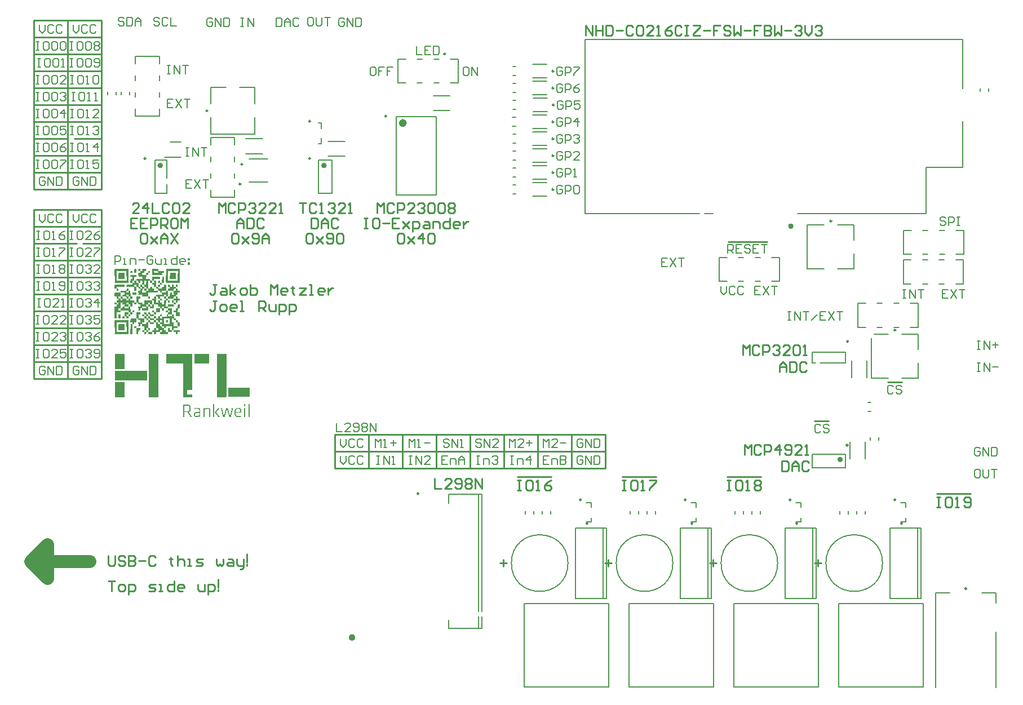
<source format=gto>
G04*
G04 #@! TF.GenerationSoftware,Altium Limited,Altium Designer,23.4.1 (23)*
G04*
G04 Layer_Color=65535*
%FSLAX25Y25*%
%MOIN*%
G70*
G04*
G04 #@! TF.SameCoordinates,E68B94D6-D60F-444A-AFFC-629A5A92400F*
G04*
G04*
G04 #@! TF.FilePolarity,Positive*
G04*
G01*
G75*
%ADD10C,0.00984*%
%ADD11C,0.00787*%
%ADD12C,0.01575*%
%ADD13C,0.02362*%
%ADD14C,0.02000*%
%ADD15C,0.01000*%
%ADD16C,0.00500*%
%ADD17C,0.07500*%
%ADD18C,0.00800*%
G36*
X187490Y347928D02*
X187508Y347859D01*
X187490Y345706D01*
X187464Y345662D01*
X187395Y345645D01*
X186371Y345662D01*
X186327Y345758D01*
X186336Y345992D01*
X186327Y347616D01*
X186345Y347668D01*
X186327Y347789D01*
X186345Y347928D01*
X186388Y347971D01*
X186458Y347989D01*
X186692Y347980D01*
X186944Y347989D01*
X186961D01*
X187230Y347980D01*
X187412Y347989D01*
X187490Y347928D01*
D02*
G37*
G36*
X213124Y347971D02*
X213150Y347945D01*
X213168Y347876D01*
X213150Y339855D01*
X213124Y339829D01*
X213055Y339812D01*
X205051Y339829D01*
X205025Y339855D01*
X205008Y339925D01*
X204999Y339968D01*
X205008Y347806D01*
X204991Y347824D01*
X205008Y347876D01*
X205025Y347945D01*
X205121Y347989D01*
X205320Y347980D01*
X212812Y347989D01*
X212846Y347971D01*
X212864D01*
X212985Y347989D01*
X213124Y347971D01*
D02*
G37*
G36*
X200277D02*
X200320Y347945D01*
X200338Y347876D01*
X200346Y346808D01*
X203741Y346817D01*
X203801Y346791D01*
X203827Y346765D01*
X203845Y346643D01*
X203827Y346470D01*
X203836Y345732D01*
X203766Y345645D01*
X202786Y345654D01*
X202716Y345636D01*
X202681Y345602D01*
X202664Y345532D01*
X202673Y344586D01*
X202647Y344525D01*
X202603Y344482D01*
X202551D01*
X196874Y344499D01*
X196848Y344525D01*
X196831Y344595D01*
X196848Y347928D01*
X196891Y347971D01*
X196961Y347989D01*
X197178Y347980D01*
X199982Y347989D01*
X200034Y347971D01*
X200103Y347989D01*
X200277Y347971D01*
D02*
G37*
G36*
X193280D02*
X193324Y347928D01*
X193341Y347859D01*
X193324Y346869D01*
X193280Y346826D01*
X193211Y346808D01*
X192265Y346817D01*
X192204Y346791D01*
X192178Y346765D01*
X192161Y346695D01*
X192169Y346444D01*
X192161Y345897D01*
X192178Y345845D01*
X192161Y345706D01*
X192100Y345645D01*
X191119Y345654D01*
X191050Y345636D01*
X191015Y345602D01*
X190997Y345532D01*
X191015Y344525D01*
X191041Y344499D01*
X191110Y344482D01*
X193341Y344473D01*
X193333Y342242D01*
X193359Y342181D01*
X193385Y342155D01*
X193506Y342138D01*
X193680Y342155D01*
X195407Y342147D01*
X195572Y342155D01*
X195650Y342112D01*
X195668Y342042D01*
X195685Y340984D01*
X196831Y340966D01*
X196839Y339812D01*
X197950Y339829D01*
X197994Y339872D01*
X198011Y339942D01*
X197994Y340272D01*
X197985Y340975D01*
X196831Y340984D01*
X196848Y343275D01*
X196874Y343301D01*
X196944Y343319D01*
X201458Y343301D01*
X201483Y343275D01*
X201501Y343206D01*
X201483Y342181D01*
X201388Y342138D01*
X201006Y342155D01*
X198254Y342147D01*
X198089Y342155D01*
X198011Y342095D01*
X197994Y342025D01*
X198003Y341773D01*
X197994Y341001D01*
X198020Y340975D01*
X199070Y340984D01*
X199131Y340957D01*
X199157Y340931D01*
X199174Y340862D01*
X199183Y337485D01*
X200338Y337477D01*
X200346Y336322D01*
X202482Y336305D01*
X202499D01*
X202621Y336322D01*
X202647Y336348D01*
X202681Y336470D01*
X202664Y336591D01*
X202681Y337442D01*
X202708Y337468D01*
X202777Y337485D01*
X203723Y337477D01*
X203810Y337511D01*
X203845Y337598D01*
X203827Y337928D01*
X203836Y338388D01*
X203827Y338553D01*
X203871Y338631D01*
X203940Y338648D01*
X204964Y338631D01*
X204991Y338605D01*
X205008Y338536D01*
X205016Y335141D01*
X206162Y335159D01*
X206171Y336105D01*
X206154Y336157D01*
X206180Y336270D01*
X206214Y336305D01*
X206284Y336322D01*
X206518Y336313D01*
X207083Y336322D01*
X207135Y336305D01*
X207273Y336322D01*
X207317Y336348D01*
X207334Y336418D01*
X207326Y337485D01*
X206275Y337477D01*
X206188Y337511D01*
X206154Y337633D01*
X206171Y337754D01*
X206162Y338544D01*
X206188Y338605D01*
X206232Y338648D01*
X207291Y338631D01*
X207334Y338588D01*
X207343Y337485D01*
X208393Y337477D01*
X208480Y337511D01*
X208515Y337633D01*
X208497Y337754D01*
X208515Y338605D01*
X208541Y338631D01*
X208610Y338648D01*
X209634Y338631D01*
X209678Y338536D01*
X209661Y338154D01*
X209669Y337746D01*
X209661Y337563D01*
X209721Y337485D01*
X209860Y337468D01*
X209912Y337485D01*
X210841Y337477D01*
X210850Y336322D01*
X211727Y336313D01*
X211909Y336322D01*
X211987Y336279D01*
X212004Y336209D01*
X211996Y335263D01*
X212013Y335194D01*
X212048Y335159D01*
X212117Y335141D01*
X212334Y335150D01*
X212933Y335141D01*
X212985Y335159D01*
X213107Y335141D01*
X213150Y335116D01*
X213168Y335046D01*
X213150Y334022D01*
X213124Y333996D01*
X213055Y333978D01*
X212108Y333987D01*
X212048Y333961D01*
X212004Y333917D01*
X211987Y333796D01*
X212004Y333744D01*
X211987Y332858D01*
X211961Y332833D01*
X211892Y332815D01*
X210867Y332798D01*
X210824Y332702D01*
X210841Y332372D01*
X210850Y331652D01*
X211961Y331634D01*
X211987Y331609D01*
X212004Y331539D01*
X211996Y330593D01*
X212030Y330506D01*
X212117Y330471D01*
X212447Y330489D01*
X212907Y330480D01*
X213072Y330489D01*
X213150Y330445D01*
X213168Y330376D01*
X213150Y329352D01*
X213124Y329326D01*
X213055Y329308D01*
X212091Y329317D01*
X212022Y329282D01*
X211987Y329161D01*
X212004Y329091D01*
X211987Y328188D01*
X211961Y328162D01*
X211892Y328145D01*
X210841Y328136D01*
X210824Y327025D01*
X210798Y326999D01*
X210728Y326982D01*
X209669Y326964D01*
X209661Y326070D01*
X209678Y326018D01*
X209661Y325862D01*
X209617Y325819D01*
X209478Y325801D01*
X209426Y325819D01*
X206171Y325827D01*
X206162Y326878D01*
X206188Y326938D01*
X206232Y326982D01*
X209661Y326991D01*
X209652Y328145D01*
X208541Y328162D01*
X208515Y328188D01*
X208497Y328258D01*
X208515Y329265D01*
X208558Y329308D01*
X208680Y329326D01*
X208801Y329308D01*
X209661Y329317D01*
X209643Y330480D01*
X206197Y330489D01*
X206171Y330463D01*
X206180Y329308D01*
X207247Y329317D01*
X207317Y329282D01*
X207334Y329213D01*
X207317Y328188D01*
X207291Y328162D01*
X207221Y328145D01*
X206214Y328162D01*
X206171Y328206D01*
X206154Y328327D01*
X206171Y328379D01*
X206162Y329308D01*
X205008Y329299D01*
X204999Y325905D01*
X205025Y325845D01*
X205138Y325801D01*
X205312Y325819D01*
X206171Y325810D01*
X206180Y324655D01*
X208237Y324647D01*
X208419Y324655D01*
X208497Y324595D01*
X208515Y324456D01*
X208497Y324404D01*
X208506Y321148D01*
X209634Y321131D01*
X209678Y321036D01*
X209661Y320654D01*
X209678Y318831D01*
X210477Y318813D01*
X210555Y318805D01*
X210607Y318822D01*
X210780Y318805D01*
X210824Y318761D01*
X210841Y318692D01*
X210850Y317641D01*
X211900Y317650D01*
X211961Y317624D01*
X212004Y317581D01*
X212013Y316478D01*
X213063Y316487D01*
X213124Y316461D01*
X213168Y316418D01*
X213150Y314195D01*
X213107Y314152D01*
X212985Y314135D01*
X212933Y314152D01*
X212004Y314161D01*
X211996Y316478D01*
X210884Y316496D01*
X210841Y316539D01*
X210824Y316661D01*
X210841Y316782D01*
X210833Y317641D01*
X209721Y317659D01*
X209678Y317702D01*
X209661Y317772D01*
X209669Y318006D01*
X209652Y318805D01*
X209600Y318822D01*
X208758Y318813D01*
X208593Y318822D01*
X208497Y318744D01*
X208515Y316522D01*
X208541Y316496D01*
X208610Y316478D01*
X209556Y316487D01*
X209643Y316452D01*
X209678Y316366D01*
X209661Y315984D01*
X209669Y314412D01*
X209661Y314230D01*
X209721Y314152D01*
X209860Y314135D01*
X209912Y314152D01*
X212004Y314143D01*
X211987Y313032D01*
X211944Y312989D01*
X211874Y312971D01*
X211544Y312989D01*
X209921Y312980D01*
X209756Y312989D01*
X209678Y312928D01*
X209661Y312859D01*
X209669Y312607D01*
X209661Y311834D01*
X209687Y311808D01*
X213081Y311817D01*
X213150Y311782D01*
X213168Y311713D01*
X213150Y310688D01*
X213124Y310662D01*
X213055Y310645D01*
X212108Y310654D01*
X212048Y310628D01*
X212004Y310584D01*
X211987Y310463D01*
X212004Y310411D01*
X211987Y309525D01*
X211961Y309499D01*
X211892Y309482D01*
X210867Y309499D01*
X210824Y309595D01*
X210841Y309925D01*
X210833Y310367D01*
X210841Y310567D01*
X210780Y310645D01*
X210659Y310662D01*
X210607Y310645D01*
X209704Y310662D01*
X209661Y310758D01*
X209669Y310992D01*
X209652Y311808D01*
X208497Y311817D01*
X208506Y314030D01*
X208489Y314100D01*
X208454Y314135D01*
X208384Y314152D01*
X205051Y314135D01*
X205008Y314091D01*
X204991Y313970D01*
X205008Y313848D01*
X204991Y313032D01*
X204947Y312989D01*
X204878Y312971D01*
X204548Y312989D01*
X203836Y312971D01*
X203827Y312199D01*
X203845Y312147D01*
X203827Y311921D01*
X203879Y311834D01*
X203958Y311808D01*
X204157Y311817D01*
X204756Y311808D01*
X204808Y311825D01*
X204947Y311808D01*
X204991Y311765D01*
X205008Y311695D01*
X204999Y310749D01*
X205025Y310688D01*
X205069Y310645D01*
X206171Y310636D01*
X206154Y309525D01*
X206128Y309499D01*
X206058Y309482D01*
X201544Y309499D01*
X201501Y309542D01*
X201492Y310645D01*
X199279Y310654D01*
X199192Y310619D01*
X199157Y310532D01*
X199174Y310202D01*
X199157Y309525D01*
X199131Y309499D01*
X199062Y309482D01*
X198037Y309499D01*
X198011Y309525D01*
X197994Y309647D01*
X198003Y309829D01*
X197994Y310411D01*
X198011Y310463D01*
X197994Y310584D01*
X197968Y310628D01*
X197846Y310662D01*
X197777Y310645D01*
X196831Y310654D01*
X196848Y311765D01*
X196891Y311808D01*
X197013Y311825D01*
X197134Y311808D01*
X197716Y311817D01*
X197916Y311808D01*
X197994Y311869D01*
X198011Y311990D01*
X197994Y312164D01*
X198003Y312711D01*
X197994Y312893D01*
X198055Y312971D01*
X198124Y312989D01*
X198359Y312980D01*
X199174Y312997D01*
X199166Y316478D01*
X198003Y316461D01*
X197994Y315567D01*
X198011Y315515D01*
X197994Y315376D01*
X197968Y315333D01*
X197898Y315315D01*
X195711Y315333D01*
X195668Y315376D01*
X195659Y316478D01*
X194504Y316487D01*
X194496Y317641D01*
X193385Y317659D01*
X193341Y317702D01*
X193324Y317824D01*
X193341Y317997D01*
X193324Y318813D01*
X192187Y318822D01*
X192161Y318796D01*
X192169Y316565D01*
X192126Y316504D01*
X192100Y316478D01*
X191119Y316487D01*
X191050Y316470D01*
X191015Y316435D01*
X190997Y316366D01*
X191006Y315315D01*
X193298Y315333D01*
X193324Y315358D01*
X193341Y315428D01*
X193333Y315645D01*
X193341Y316244D01*
X193324Y316296D01*
X193341Y316418D01*
X193367Y316461D01*
X193489Y316496D01*
X193610Y316478D01*
X194504Y316470D01*
X194513Y312989D01*
X195407Y312980D01*
X195572Y312989D01*
X195650Y312945D01*
X195668Y312876D01*
X195650Y311852D01*
X195624Y311825D01*
X195555Y311808D01*
X194504Y311800D01*
X194513Y310645D01*
X196831Y310636D01*
X196839Y309586D01*
X196813Y309525D01*
X196770Y309482D01*
X194548Y309499D01*
X194504Y309542D01*
X194487Y309664D01*
X194504Y309716D01*
X194496Y310645D01*
X193341Y310636D01*
X193324Y309525D01*
X193298Y309499D01*
X193228Y309482D01*
X192204Y309499D01*
X192178Y309525D01*
X192161Y309647D01*
X192169Y309829D01*
X192152Y310645D01*
X191041Y310662D01*
X191015Y310688D01*
X190997Y310758D01*
X191015Y311765D01*
X191058Y311808D01*
X191180Y311825D01*
X191301Y311808D01*
X192161Y311817D01*
X192169Y314065D01*
X192126Y314126D01*
X192048Y314152D01*
X191102Y314143D01*
X191041Y314169D01*
X191015Y314195D01*
X190997Y314265D01*
X190989Y315315D01*
X189878Y315298D01*
X189834Y315254D01*
X189817Y314195D01*
X189773Y314152D01*
X189652Y314135D01*
X189600Y314152D01*
X188775Y314143D01*
X188688Y314178D01*
X188654Y314300D01*
X188671Y314421D01*
X188662Y316374D01*
X188697Y316461D01*
X188819Y316496D01*
X188940Y316478D01*
X189791Y316496D01*
X189817Y316522D01*
X189834Y316591D01*
X189817Y317616D01*
X189721Y317659D01*
X189392Y317641D01*
X188714Y317659D01*
X188671Y317702D01*
X188654Y317841D01*
X188671Y317893D01*
X188654Y318813D01*
X187534Y318822D01*
X187508Y318796D01*
X187490Y316539D01*
X187464Y316496D01*
X187395Y316478D01*
X186449Y316487D01*
X186379Y316470D01*
X186345Y316435D01*
X186327Y316366D01*
X186336Y316114D01*
X186327Y315567D01*
X186345Y315515D01*
X186327Y315376D01*
X186301Y315333D01*
X186232Y315315D01*
X185164Y315324D01*
X185173Y316374D01*
X185138Y316461D01*
X185017Y316496D01*
X184895Y316478D01*
X184044Y316496D01*
X184018Y316522D01*
X184001Y316591D01*
X184018Y318779D01*
X184044Y318805D01*
X184166Y318822D01*
X184348Y318813D01*
X187508Y318831D01*
X187499Y322225D01*
X187534Y322294D01*
X187655Y322329D01*
X187777Y322312D01*
X189730Y322320D01*
X189791Y322294D01*
X189834Y322251D01*
X189817Y321192D01*
X189773Y321148D01*
X188714Y321131D01*
X188671Y321088D01*
X188654Y320966D01*
X188671Y320914D01*
X188680Y318822D01*
X192161Y318831D01*
X192152Y319985D01*
X191102Y319977D01*
X191041Y320003D01*
X191015Y320029D01*
X190997Y320098D01*
X191015Y321105D01*
X191041Y321131D01*
X191110Y321148D01*
X192161Y321157D01*
X192169Y322051D01*
X192161Y322234D01*
X192221Y322312D01*
X192360Y322329D01*
X192412Y322312D01*
X193220Y322320D01*
X193289Y322303D01*
X193324Y322268D01*
X193341Y322199D01*
X193350Y321148D01*
X194504Y321140D01*
X194513Y319985D01*
X195668Y319977D01*
X195676Y318822D01*
X197994Y318831D01*
X197985Y319985D01*
X195668Y319994D01*
X195659Y321148D01*
X194504Y321157D01*
X194496Y322207D01*
X194530Y322294D01*
X194652Y322329D01*
X194773Y322312D01*
X195563Y322320D01*
X195624Y322294D01*
X195668Y322251D01*
X195676Y321148D01*
X197994Y321157D01*
X197985Y322312D01*
X196874Y322329D01*
X196848Y322355D01*
X196831Y322425D01*
X196848Y323431D01*
X196891Y323475D01*
X197013Y323492D01*
X197134Y323475D01*
X197907Y323483D01*
X197968Y323458D01*
X197994Y323431D01*
X198011Y323310D01*
X197994Y323136D01*
X198011Y322320D01*
X199148Y322312D01*
X199174Y322338D01*
X199166Y324551D01*
X199192Y324612D01*
X199218Y324638D01*
X199287Y324655D01*
X199522Y324647D01*
X201501Y324664D01*
X201483Y325775D01*
X201458Y325801D01*
X201388Y325819D01*
X200442Y325810D01*
X200355Y325845D01*
X200320Y325966D01*
X200338Y326088D01*
X200320Y326938D01*
X200294Y326964D01*
X200225Y326982D01*
X198003Y326964D01*
X197994Y324890D01*
X198011Y324838D01*
X197994Y324699D01*
X197950Y324655D01*
X197829Y324638D01*
X197655Y324655D01*
X195754Y324647D01*
X195685Y324681D01*
X195668Y324751D01*
X195659Y325819D01*
X194504Y325827D01*
X194496Y326982D01*
X193367Y326964D01*
X193324Y326869D01*
X193341Y326539D01*
X193350Y325819D01*
X194504Y325810D01*
X194487Y323518D01*
X194392Y323475D01*
X191058Y323492D01*
X191015Y323518D01*
X190997Y323588D01*
X190980Y324647D01*
X190208Y324655D01*
X190155Y324638D01*
X189982Y324655D01*
X189878Y324638D01*
X189852Y324612D01*
X189834Y324542D01*
X189817Y323518D01*
X189791Y323492D01*
X189721Y323475D01*
X188714Y323492D01*
X188671Y323536D01*
X188654Y323675D01*
X188671Y323727D01*
X188662Y325697D01*
X188680Y325766D01*
X188714Y325801D01*
X188784Y325819D01*
X189730Y325810D01*
X189791Y325836D01*
X189834Y325879D01*
X189817Y326938D01*
X189791Y326964D01*
X189721Y326982D01*
X188714Y326999D01*
X188671Y327043D01*
X188654Y327164D01*
X188671Y327216D01*
X188662Y328145D01*
X187508Y328136D01*
X187490Y327025D01*
X187464Y326999D01*
X187395Y326982D01*
X186371Y326999D01*
X186345Y327025D01*
X186327Y327147D01*
X186336Y327329D01*
X186319Y328145D01*
X185286Y328154D01*
X185216Y328136D01*
X185181Y328102D01*
X185164Y328032D01*
X185173Y325923D01*
X185138Y325836D01*
X185017Y325801D01*
X184895Y325819D01*
X184001Y325827D01*
X183984Y326938D01*
X183958Y326964D01*
X183888Y326982D01*
X182838Y326991D01*
X182820Y328102D01*
X182777Y328145D01*
X182655Y328162D01*
X182603Y328145D01*
X181779Y328154D01*
X181692Y328119D01*
X181657Y328032D01*
X181675Y327702D01*
X181666Y327069D01*
X181701Y326999D01*
X181770Y326982D01*
X182838Y326973D01*
X182846Y325819D01*
X184001Y325810D01*
X184010Y322312D01*
X185164Y322303D01*
X185173Y321253D01*
X185147Y321192D01*
X185103Y321148D01*
X184001Y321157D01*
X183992Y322312D01*
X182838Y322320D01*
X182820Y323431D01*
X182777Y323475D01*
X182655Y323492D01*
X182534Y323475D01*
X178167Y323483D01*
X178150Y324647D01*
X177378Y324655D01*
X177325Y324638D01*
X177152Y324655D01*
X177048Y324638D01*
X177004Y324595D01*
X176987Y324473D01*
X177004Y324421D01*
X176996Y323596D01*
X177013Y323527D01*
X177048Y323492D01*
X177117Y323475D01*
X177334Y323483D01*
X178167Y323466D01*
X178150Y322355D01*
X178124Y322329D01*
X178055Y322312D01*
X175945Y322320D01*
X175858Y322286D01*
X175824Y322199D01*
X175841Y321869D01*
X175824Y318865D01*
X175780Y318822D01*
X175711Y318805D01*
X175381Y318822D01*
X174747Y318813D01*
X174687Y318857D01*
X174661Y318935D01*
X174669Y319169D01*
X174661Y325463D01*
X174678Y325515D01*
X174661Y325584D01*
X174678Y325758D01*
X174739Y325819D01*
X175720Y325810D01*
X175789Y325827D01*
X175824Y325862D01*
X175841Y325931D01*
X175832Y326148D01*
X175841Y326956D01*
X175815Y326982D01*
X174704Y326999D01*
X174678Y327025D01*
X174661Y327147D01*
X174669Y327329D01*
X174661Y327789D01*
X174678Y327841D01*
X174661Y327963D01*
X174678Y328102D01*
X174721Y328145D01*
X174860Y328162D01*
X174912Y328145D01*
X175832Y328162D01*
X175841Y329074D01*
X175824Y329126D01*
X175841Y329265D01*
X175884Y329308D01*
X176006Y329326D01*
X176180Y329308D01*
X176727Y329317D01*
X176909Y329308D01*
X176987Y329352D01*
X177004Y329421D01*
X176987Y330480D01*
X176075Y330489D01*
X176023Y330471D01*
X175884Y330489D01*
X175841Y330532D01*
X175824Y330654D01*
X175841Y330827D01*
X175832Y331374D01*
X175841Y331556D01*
X175763Y331652D01*
X174782Y331643D01*
X174713Y331661D01*
X174678Y331695D01*
X174661Y331765D01*
X174669Y331999D01*
X174661Y333622D01*
X174678Y333675D01*
X174661Y333796D01*
X174678Y333935D01*
X174721Y333978D01*
X174860Y333996D01*
X174912Y333978D01*
X178167Y333970D01*
X178176Y331652D01*
X179331Y331643D01*
X179339Y330489D01*
X181675Y330497D01*
X181657Y331643D01*
X179331Y331661D01*
X179348Y332772D01*
X179374Y332798D01*
X179444Y332815D01*
X180468Y332833D01*
X180511Y332928D01*
X180494Y333310D01*
X180503Y333892D01*
X180468Y333961D01*
X180346Y333996D01*
X180277Y333978D01*
X178167Y333987D01*
X178185Y335116D01*
X178280Y335159D01*
X178610Y335141D01*
X181666Y335159D01*
X181675Y336070D01*
X181657Y336122D01*
X181675Y336261D01*
X181718Y336305D01*
X181787Y336322D01*
X182022Y336313D01*
X182482Y336322D01*
X182534Y336305D01*
X182603Y336322D01*
X182777Y336305D01*
X182820Y336279D01*
X182838Y336209D01*
X182846Y335141D01*
X183914Y335150D01*
X183984Y335116D01*
X184001Y335046D01*
X184010Y331652D01*
X185121Y331634D01*
X185164Y331591D01*
X185181Y331470D01*
X185164Y331400D01*
X185173Y330593D01*
X185155Y330523D01*
X185121Y330489D01*
X184999Y330471D01*
X184773Y330489D01*
X184010Y330471D01*
X184001Y329386D01*
X184044Y329326D01*
X184114Y329308D01*
X184331Y329317D01*
X186093Y329308D01*
X186145Y329326D01*
X186284Y329308D01*
X186327Y329265D01*
X186345Y329143D01*
X186327Y328970D01*
X186345Y328154D01*
X187482Y328145D01*
X187508Y328171D01*
X187499Y331548D01*
X187525Y331609D01*
X187569Y331652D01*
X189791Y331634D01*
X189817Y331609D01*
X189834Y331539D01*
X189817Y330515D01*
X189721Y330471D01*
X189339Y330489D01*
X188931Y330480D01*
X188749Y330489D01*
X188671Y330428D01*
X188654Y330306D01*
X188671Y330254D01*
X188680Y328145D01*
X190893Y328154D01*
X190980Y328119D01*
X191015Y327997D01*
X190997Y327876D01*
X191015Y327025D01*
X191041Y326999D01*
X191110Y326982D01*
X192134Y326999D01*
X192178Y327095D01*
X192161Y327477D01*
X192169Y329048D01*
X192161Y329230D01*
X192221Y329308D01*
X192343Y329326D01*
X192517Y329308D01*
X196831Y329299D01*
X196839Y326982D01*
X197994Y326991D01*
X198003Y329221D01*
X197977Y329282D01*
X197950Y329308D01*
X197829Y329326D01*
X197707Y329308D01*
X196831Y329317D01*
X196848Y330428D01*
X196891Y330471D01*
X196961Y330489D01*
X197178Y330480D01*
X197759Y330489D01*
X197812Y330471D01*
X197950Y330489D01*
X197994Y330532D01*
X198011Y330654D01*
X197994Y330827D01*
X198003Y331374D01*
X197994Y331556D01*
X198072Y331652D01*
X199174Y331643D01*
X199166Y328249D01*
X199192Y328188D01*
X199235Y328145D01*
X200294Y328162D01*
X200320Y328188D01*
X200338Y328258D01*
X200329Y329204D01*
X200364Y329291D01*
X200450Y329326D01*
X200780Y329308D01*
X201501Y329299D01*
X201518Y328188D01*
X201544Y328162D01*
X201614Y328145D01*
X202560Y328154D01*
X202647Y328119D01*
X202681Y327997D01*
X202664Y327876D01*
X202681Y327025D01*
X202708Y326999D01*
X202777Y326982D01*
X203801Y326999D01*
X203845Y327095D01*
X203827Y327477D01*
X203836Y329048D01*
X203827Y329230D01*
X203888Y329308D01*
X204010Y329326D01*
X204183Y329308D01*
X204999Y329326D01*
X205008Y330463D01*
X204982Y330489D01*
X203914Y330480D01*
X203845Y330532D01*
X203827Y330602D01*
X203836Y330836D01*
X203819Y331652D01*
X201544Y331634D01*
X201518Y331609D01*
X201501Y331539D01*
X201509Y330489D01*
X202404Y330480D01*
X202586Y330489D01*
X202664Y330428D01*
X202681Y330289D01*
X202664Y330237D01*
X202673Y329430D01*
X202655Y329360D01*
X202621Y329326D01*
X202551Y329308D01*
X201501Y329317D01*
X201483Y330480D01*
X200589Y330489D01*
X200537Y330471D01*
X200381Y330489D01*
X200355Y330515D01*
X200320Y330636D01*
X200338Y330758D01*
X200320Y331609D01*
X200294Y331634D01*
X200225Y331652D01*
X199174Y331661D01*
X199166Y332728D01*
X199200Y332798D01*
X199270Y332815D01*
X202621Y332833D01*
X202664Y332876D01*
X202681Y332997D01*
X202664Y333050D01*
X202655Y333978D01*
X201544Y333996D01*
X201518Y334022D01*
X201501Y334091D01*
X201483Y335116D01*
X201388Y335159D01*
X201058Y335141D01*
X200338Y335133D01*
X200320Y334022D01*
X200294Y333996D01*
X200225Y333978D01*
X194608Y333987D01*
X194548Y333961D01*
X194504Y333917D01*
X194487Y333796D01*
X194504Y333744D01*
X194513Y331652D01*
X195624Y331634D01*
X195650Y331609D01*
X195668Y331539D01*
X195650Y330515D01*
X195555Y330471D01*
X195173Y330489D01*
X194591Y330480D01*
X194530Y330506D01*
X194487Y330619D01*
X194504Y330792D01*
X194496Y331652D01*
X191102Y331643D01*
X191041Y331669D01*
X191015Y331695D01*
X190997Y331765D01*
X191006Y332711D01*
X190980Y332772D01*
X190937Y332815D01*
X188714Y332833D01*
X188671Y332876D01*
X188654Y332997D01*
X188671Y333050D01*
X188662Y335037D01*
X188697Y335124D01*
X188784Y335159D01*
X189114Y335141D01*
X189556Y335150D01*
X189756Y335141D01*
X189817Y335185D01*
X189834Y335254D01*
X189817Y336313D01*
X188923Y336322D01*
X188871Y336305D01*
X188714Y336322D01*
X188688Y336348D01*
X188654Y336470D01*
X188671Y336591D01*
X188662Y337485D01*
X187508Y337494D01*
X187499Y338371D01*
X187508Y338570D01*
X187464Y338631D01*
X187395Y338648D01*
X186371Y338631D01*
X186345Y338605D01*
X186327Y338484D01*
X186345Y338293D01*
X186327Y338241D01*
X186345Y337494D01*
X187508Y337477D01*
X187490Y335202D01*
X187447Y335159D01*
X187378Y335141D01*
X186388Y335159D01*
X186345Y335202D01*
X186327Y335272D01*
X186336Y335506D01*
X186319Y337485D01*
X181779Y337477D01*
X181709Y337494D01*
X181675Y337529D01*
X181657Y337650D01*
X181675Y337824D01*
X181666Y338562D01*
X181701Y338631D01*
X181770Y338648D01*
X185121Y338666D01*
X185164Y338709D01*
X185181Y338831D01*
X185164Y338883D01*
X185155Y339812D01*
X184044Y339829D01*
X184018Y339855D01*
X184001Y339925D01*
X184018Y342112D01*
X184044Y342138D01*
X184166Y342155D01*
X184348Y342147D01*
X184930Y342155D01*
X184982Y342138D01*
X185121Y342155D01*
X185147Y342181D01*
X185181Y342303D01*
X185164Y342425D01*
X185173Y343197D01*
X185155Y343267D01*
X185121Y343301D01*
X185051Y343319D01*
X184105Y343310D01*
X184044Y343336D01*
X184001Y343379D01*
X184018Y344438D01*
X184062Y344482D01*
X187464Y344464D01*
X187490Y344438D01*
X187508Y344369D01*
X187490Y343362D01*
X187447Y343319D01*
X187308Y343301D01*
X187256Y343319D01*
X186388Y343301D01*
X186345Y343258D01*
X186327Y343188D01*
X186336Y342954D01*
X186327Y341001D01*
X186353Y340975D01*
X187499Y340992D01*
X187508Y341904D01*
X187490Y341956D01*
X187508Y342095D01*
X187551Y342138D01*
X187621Y342155D01*
X187855Y342147D01*
X190763Y342155D01*
X190815Y342138D01*
X190954Y342155D01*
X190980Y342181D01*
X191015Y342303D01*
X190997Y342425D01*
X191006Y343197D01*
X190989Y343267D01*
X190954Y343301D01*
X190884Y343319D01*
X188775Y343310D01*
X188688Y343345D01*
X188654Y343466D01*
X188671Y343588D01*
X188662Y345541D01*
X188697Y345628D01*
X188819Y345662D01*
X188940Y345645D01*
X189791Y345662D01*
X189817Y345688D01*
X189834Y345758D01*
X189825Y346808D01*
X188714Y346826D01*
X188671Y346869D01*
X188654Y347008D01*
X188671Y347060D01*
X188662Y347867D01*
X188680Y347937D01*
X188714Y347971D01*
X188784Y347989D01*
X189018Y347980D01*
X189478Y347989D01*
X189530Y347971D01*
X189652Y347989D01*
X189791Y347971D01*
X189817Y347945D01*
X189834Y347876D01*
X189852Y346817D01*
X190659Y346808D01*
X190711Y346826D01*
X190763Y346808D01*
X190954Y346826D01*
X190997Y346869D01*
X191015Y347008D01*
X190997Y347060D01*
X191015Y347928D01*
X191058Y347971D01*
X191128Y347989D01*
X191345Y347980D01*
X192968Y347989D01*
X193020Y347971D01*
X193141Y347989D01*
X193280Y347971D01*
D02*
G37*
G36*
X182777D02*
X182820Y347945D01*
X182838Y347876D01*
X182820Y339855D01*
X182794Y339829D01*
X182725Y339812D01*
X174721Y339829D01*
X174678Y339872D01*
X174661Y339994D01*
X174678Y340063D01*
X174669Y347884D01*
X174695Y347945D01*
X174721Y347971D01*
X174843Y347989D01*
X174990Y347980D01*
X182412Y347989D01*
X182430D01*
X182551Y347971D01*
X182603Y347989D01*
X182777Y347971D01*
D02*
G37*
G36*
X194947Y346808D02*
X195581Y346817D01*
X195650Y346782D01*
X195668Y346713D01*
X195650Y345688D01*
X195624Y345662D01*
X195555Y345645D01*
X195069D01*
X194504Y345654D01*
X194496Y346704D01*
X194530Y346791D01*
X194617Y346826D01*
X194947Y346808D01*
D02*
G37*
G36*
X184444D02*
X184548D01*
X185077Y346817D01*
X185138Y346791D01*
X185164Y346765D01*
X185181Y346626D01*
X185164Y346574D01*
X185173Y345749D01*
X185147Y345688D01*
X185121Y345662D01*
X185051Y345645D01*
X184044Y345662D01*
X184018Y345688D01*
X184001Y345758D01*
X184018Y346782D01*
X184114Y346826D01*
X184444Y346808D01*
D02*
G37*
G36*
X193610Y345645D02*
X194183D01*
X194504Y345636D01*
X194487Y344525D01*
X194461Y344499D01*
X194392Y344482D01*
X193341Y344491D01*
X193333Y345558D01*
X193367Y345628D01*
X193489Y345662D01*
X193610Y345645D01*
D02*
G37*
G36*
X203784Y343301D02*
X203827Y343258D01*
X203845Y343188D01*
X203827Y342859D01*
Y340845D01*
Y340827D01*
X203836Y339898D01*
X203793Y339838D01*
X203766Y339812D01*
X202664Y339820D01*
X202681Y343275D01*
X202708Y343301D01*
X202777Y343319D01*
X203784Y343301D01*
D02*
G37*
G36*
X200780Y340975D02*
X201414Y340984D01*
X201483Y340949D01*
X201501Y340879D01*
X201509Y339812D01*
X202664Y339803D01*
X202673Y338753D01*
X202647Y338692D01*
X202603Y338648D01*
X201501Y338657D01*
Y338987D01*
Y339004D01*
X201492Y339812D01*
X200381Y339829D01*
X200338Y339872D01*
X200320Y339994D01*
X200338Y340046D01*
X200329Y340871D01*
X200364Y340957D01*
X200450Y340992D01*
X200780Y340975D01*
D02*
G37*
G36*
X211961Y338631D02*
X211987Y338605D01*
X212004Y338536D01*
X211987Y337529D01*
X211944Y337485D01*
X211822Y337468D01*
X211753Y337485D01*
X210841Y337494D01*
X210833Y338562D01*
X210867Y338631D01*
X210937Y338648D01*
X211197D01*
X211961Y338631D01*
D02*
G37*
G36*
X201501Y338640D02*
X201483Y337529D01*
X201440Y337485D01*
X201319Y337468D01*
X201267Y337485D01*
X200338Y337494D01*
X200329Y338544D01*
X200355Y338605D01*
X200398Y338648D01*
X200676D01*
X201501Y338640D01*
D02*
G37*
G36*
X180468Y338631D02*
X180511Y338536D01*
X180494Y338154D01*
X180503Y337572D01*
X180477Y337511D01*
X180450Y337485D01*
X180312Y337468D01*
X180260Y337485D01*
X175884Y337468D01*
X175841Y337424D01*
X175824Y337303D01*
X175841Y337181D01*
X175850Y336322D01*
X176727Y336313D01*
X176909Y336322D01*
X176987Y336279D01*
X177004Y336209D01*
X176987Y335185D01*
X176892Y335141D01*
X175884Y335159D01*
X175841Y335202D01*
X175824Y335324D01*
X175841Y335497D01*
X175824Y336313D01*
X174912Y336322D01*
X174860Y336305D01*
X174721Y336322D01*
X174678Y336366D01*
X174661Y336435D01*
X174669Y336669D01*
X174661Y338293D01*
X174678Y338345D01*
X174661Y338466D01*
X174678Y338605D01*
X174704Y338631D01*
X174773Y338648D01*
X175659D01*
X180468Y338631D01*
D02*
G37*
G36*
X185398Y333978D02*
X187386Y333987D01*
X187456Y333970D01*
X187490Y333935D01*
X187508Y333865D01*
X187490Y332858D01*
X187464Y332833D01*
X187395Y332815D01*
X185207Y332833D01*
X185181Y332858D01*
X185164Y332928D01*
Y333414D01*
Y333431D01*
X185181Y333935D01*
X185225Y333978D01*
X185346Y333996D01*
X185398Y333978D01*
D02*
G37*
G36*
X213124Y326964D02*
X213168Y326921D01*
X213150Y324681D01*
X213055Y324638D01*
X212673Y324655D01*
X212013Y324638D01*
X211996Y322503D01*
X211987Y322442D01*
X212004Y322390D01*
X212022Y322355D01*
X212048Y322329D01*
X212117Y322312D01*
X213063Y322320D01*
X213124Y322294D01*
X213168Y322251D01*
X213150Y320029D01*
X213107Y319985D01*
X212985Y319968D01*
X212933Y319985D01*
X210945Y319977D01*
X210876Y319994D01*
X210841Y320029D01*
X210824Y320150D01*
X210841Y320324D01*
X210833Y322034D01*
X210841Y322234D01*
X210780Y322312D01*
X210659Y322329D01*
X210607Y322312D01*
X209704Y322329D01*
X209661Y322425D01*
X209669Y322659D01*
X209661Y323119D01*
X209678Y323171D01*
X209661Y323292D01*
X209678Y323431D01*
X209721Y323475D01*
X209843Y323492D01*
X210016Y323475D01*
X210563Y323483D01*
X210746Y323475D01*
X210824Y323536D01*
X210841Y323605D01*
X210833Y323805D01*
X210841Y324404D01*
X210824Y324456D01*
X210841Y324595D01*
X210884Y324638D01*
X210954Y324655D01*
X211188Y324647D01*
X212004Y324664D01*
X211996Y326878D01*
X212022Y326938D01*
X212065Y326982D01*
X212326D01*
X213124Y326964D01*
D02*
G37*
G36*
X185468Y323475D02*
X186240Y323483D01*
X186301Y323458D01*
X186327Y323431D01*
X186345Y323310D01*
X186327Y323136D01*
X186336Y322398D01*
X186293Y322338D01*
X186267Y322312D01*
X185954D01*
X185164Y322320D01*
X185181Y323431D01*
X185225Y323475D01*
X185346Y323492D01*
X185468Y323475D01*
D02*
G37*
G36*
X180746Y322312D02*
X182838Y322303D01*
X182846Y321148D01*
X184001Y321140D01*
X183984Y320029D01*
X183940Y319985D01*
X183819Y319968D01*
X183766Y319985D01*
X182838Y319994D01*
X182829Y321148D01*
X181701Y321131D01*
X181657Y321036D01*
X181675Y320706D01*
X181683Y319985D01*
X182838Y319977D01*
X182820Y318865D01*
X182777Y318822D01*
X182708Y318805D01*
X182378Y318822D01*
X181761Y318813D01*
X181701Y318839D01*
X181675Y318865D01*
X181657Y318987D01*
X181675Y319161D01*
X181657Y319977D01*
X180520Y319985D01*
X180494Y319959D01*
X180503Y318909D01*
X180477Y318848D01*
X180450Y318822D01*
X180329Y318805D01*
X180155Y318822D01*
X179418Y318813D01*
X179357Y318857D01*
X179331Y318883D01*
Y319421D01*
Y319438D01*
X179348Y319942D01*
X179374Y319968D01*
X179444Y319985D01*
X180494Y319994D01*
X180503Y322051D01*
X180494Y322234D01*
X180555Y322312D01*
X180694Y322329D01*
X180746Y322312D01*
D02*
G37*
G36*
X178124Y321131D02*
X178167Y321088D01*
X178150Y318848D01*
X178055Y318805D01*
X177673Y318822D01*
X177091Y318813D01*
X177030Y318839D01*
X176987Y318952D01*
X177004Y319126D01*
X176996Y320957D01*
X176987Y320966D01*
X177004Y321088D01*
X177065Y321148D01*
X178124Y321131D01*
D02*
G37*
G36*
X207317Y312945D02*
X207334Y312876D01*
X207352Y311852D01*
X207378Y311825D01*
X207447Y311808D01*
X207664Y311817D01*
X208497Y311800D01*
X208506Y310749D01*
X208480Y310688D01*
X208454Y310662D01*
X208384Y310645D01*
X206171Y310654D01*
X206162Y312867D01*
X206180Y312937D01*
X206214Y312971D01*
X206284Y312989D01*
X206518Y312980D01*
X206787Y312989D01*
X206805D01*
X207074Y312980D01*
X207239Y312989D01*
X207317Y312945D01*
D02*
G37*
G36*
X187464Y314135D02*
X187508Y314039D01*
X187516Y312989D01*
X189574Y312980D01*
X189739Y312989D01*
X189817Y312945D01*
X189834Y312876D01*
X189817Y311852D01*
X189791Y311825D01*
X189721Y311808D01*
X188758Y311817D01*
X188688Y311782D01*
X188654Y311661D01*
X188671Y311591D01*
X188654Y309525D01*
X188628Y309499D01*
X188558Y309482D01*
X187534Y309499D01*
X187490Y309595D01*
X187508Y309925D01*
X187490Y312980D01*
X186579Y312989D01*
X186527Y312971D01*
X186388Y312989D01*
X186345Y313032D01*
X186327Y313102D01*
X186336Y313336D01*
X186327Y313796D01*
X186345Y313848D01*
X186327Y313917D01*
X186345Y314091D01*
X186405Y314152D01*
X186631D01*
X187464Y314135D01*
D02*
G37*
G36*
X185164Y315306D02*
Y310654D01*
Y310636D01*
X185173Y309586D01*
X185147Y309525D01*
X185103Y309482D01*
X184044Y309499D01*
X184001Y309542D01*
X184018Y315272D01*
X184062Y315315D01*
X185164Y315306D01*
D02*
G37*
G36*
X174999Y317641D02*
X182734Y317650D01*
X182794Y317624D01*
X182838Y317581D01*
X182820Y309525D01*
X182794Y309499D01*
X182725Y309482D01*
X176405D01*
X174721Y309499D01*
X174678Y309542D01*
X174661Y309664D01*
X174678Y309734D01*
X174669Y317537D01*
X174704Y317624D01*
X174826Y317659D01*
X174999Y317641D01*
D02*
G37*
G36*
X230598Y297639D02*
X230606Y297609D01*
X230594Y297561D01*
X230591Y297527D01*
X230598Y297504D01*
X230594Y292238D01*
X230598Y292152D01*
X230572Y292118D01*
X230511Y292125D01*
X230489Y292133D01*
X230414Y292125D01*
X221801Y292133D01*
X221783Y292152D01*
X221790Y292362D01*
X221783Y297587D01*
X221775Y297609D01*
X221783Y297639D01*
X221817Y297651D01*
X230158D01*
X230575Y297655D01*
X230598Y297639D01*
D02*
G37*
G36*
X180533Y297666D02*
X180559Y297647D01*
X180567Y297617D01*
X180559Y297519D01*
X180563Y288903D01*
X180533Y288866D01*
X180480Y288858D01*
X175026Y288854D01*
X175000Y288866D01*
X174981Y288884D01*
X174974Y288937D01*
X174981Y288990D01*
Y295569D01*
Y295577D01*
X174977Y297636D01*
X174989Y297662D01*
X175023Y297673D01*
X180533Y297666D01*
D02*
G37*
G36*
X175075Y287699D02*
X175098Y287691D01*
X182980D01*
X193794Y287695D01*
X193820Y287676D01*
X193824Y287597D01*
X193816Y287575D01*
X193824Y287499D01*
X193820Y282256D01*
X193831Y282215D01*
X193824Y282185D01*
X193813Y282173D01*
X193782Y282166D01*
X193681Y282170D01*
X175136Y282166D01*
X175113Y282173D01*
X175041Y282162D01*
X175038Y282158D01*
X175015Y282166D01*
X175000Y282173D01*
X174989Y282215D01*
X174996Y282237D01*
X175004Y282290D01*
X174996Y282312D01*
X175004Y287687D01*
X175023Y287706D01*
X175075Y287699D01*
D02*
G37*
G36*
X254420Y277784D02*
X254435Y277777D01*
X254447Y277743D01*
X254439Y277645D01*
Y272534D01*
Y272526D01*
X254443Y272304D01*
X254435Y272266D01*
X254428Y272251D01*
X254398Y272244D01*
X254368Y272251D01*
X254345Y272259D01*
X241901Y272251D01*
X241879Y272244D01*
X241845Y272270D01*
X241837Y272300D01*
X241845Y272443D01*
X241837Y277728D01*
X241830Y277750D01*
X241856Y277784D01*
X241988Y277781D01*
X254292Y277784D01*
X254315Y277777D01*
X254390Y277784D01*
X254398Y277792D01*
X254420Y277784D01*
D02*
G37*
G36*
X240659Y297666D02*
X240686Y297647D01*
X240693Y297617D01*
X240686Y297497D01*
X240689Y272297D01*
X240682Y272259D01*
X240670Y272248D01*
X240667Y272236D01*
X240652Y272229D01*
X240629Y272221D01*
X240584Y272214D01*
X240561Y272221D01*
X235137Y272217D01*
X235115Y272240D01*
X235107Y272270D01*
X235104Y297636D01*
X235115Y297662D01*
X235149Y297673D01*
X235284D01*
X240659Y297666D01*
D02*
G37*
G36*
X220620D02*
X220638Y297647D01*
X220642Y297598D01*
X220635Y272259D01*
X220623Y272233D01*
X220605Y272214D01*
X220439Y272221D01*
X215056Y272229D01*
X215045Y272240D01*
X215030Y272278D01*
X215023Y292046D01*
X214996Y292080D01*
X214959Y292095D01*
X214816Y292088D01*
X205153Y292091D01*
X205108Y292084D01*
X205097Y292080D01*
X205059Y292103D01*
X205048Y292114D01*
X205041Y292167D01*
X205048Y297655D01*
X205067Y297673D01*
X212896D01*
X220620Y297666D01*
D02*
G37*
G36*
X200535D02*
X200554Y297655D01*
X200561Y297624D01*
X200557Y297538D01*
X200561Y274514D01*
Y274506D01*
X200554Y272255D01*
X200527Y272221D01*
X200497Y272214D01*
X200377Y272221D01*
X195036Y272217D01*
X195009Y272229D01*
X194998Y272240D01*
X194983Y272300D01*
X194991Y272413D01*
X194983Y272436D01*
X194987Y297568D01*
X194983Y297639D01*
X195009Y297666D01*
X195039Y297673D01*
X200535Y297666D01*
D02*
G37*
G36*
X175113Y281036D02*
X180533Y281029D01*
X180544Y281018D01*
X180559Y280980D01*
X180563Y272297D01*
X180556Y272266D01*
X180541Y272236D01*
X180526Y272229D01*
X180503Y272221D01*
X180450Y272214D01*
X180428Y272221D01*
X178734D01*
X175011Y272217D01*
X174989Y272240D01*
X174981Y272270D01*
X174974Y272323D01*
X174981Y272345D01*
X174989Y281018D01*
X175007Y281036D01*
X175038Y281044D01*
X175113Y281036D01*
D02*
G37*
G36*
X251838Y267953D02*
X251857Y267942D01*
X251865Y267912D01*
X251872Y267836D01*
X251868Y267772D01*
X251872Y266963D01*
X251865Y266955D01*
X251872Y266933D01*
X251865Y266805D01*
X251831Y266771D01*
X251722Y266775D01*
X251590Y266771D01*
X251582D01*
X251274Y266778D01*
X251247Y266797D01*
X251240Y266827D01*
X251232Y266925D01*
X251240Y266948D01*
X251236Y267855D01*
X251243Y267923D01*
X251266Y267953D01*
X251341Y267960D01*
X251838Y267953D01*
D02*
G37*
G36*
X223736Y265883D02*
X223759Y265875D01*
X223853Y265879D01*
X223898Y265871D01*
X223928Y265864D01*
X224019Y265856D01*
X224105Y265830D01*
X224233Y265807D01*
X224339Y265785D01*
X224436Y265740D01*
X224493Y265728D01*
X224542Y265709D01*
X224557Y265694D01*
X224572Y265687D01*
X224624Y265664D01*
X224674Y265646D01*
X224700Y265627D01*
X224722Y265604D01*
X224805Y265559D01*
X224835Y265529D01*
X224873Y265506D01*
X225042Y265337D01*
X225073Y265284D01*
X225103Y265254D01*
X225118Y265216D01*
X225136Y265167D01*
X225163Y265126D01*
X225178Y265111D01*
X225193Y265073D01*
X225212Y264994D01*
X225223Y264968D01*
X225246Y264930D01*
X225261Y264878D01*
X225268Y264802D01*
X225279Y264746D01*
X225291Y264704D01*
X225298Y264674D01*
X225291Y264622D01*
X225298Y264599D01*
X225313Y264546D01*
X225321Y264516D01*
Y263831D01*
Y263824D01*
X225313Y260519D01*
X225287Y260493D01*
X225234Y260485D01*
X224892Y260489D01*
X224832Y260481D01*
X224828Y260478D01*
X224805Y260485D01*
X224790Y260493D01*
X224771Y260534D01*
X224764Y260564D01*
X224756Y260715D01*
X224749Y260737D01*
X224741Y260790D01*
X224730Y260839D01*
X224715Y260854D01*
X224651Y260843D01*
X224591Y260820D01*
X224572Y260801D01*
X224557Y260794D01*
X224542Y260779D01*
X224504Y260764D01*
X224421Y260718D01*
X224369Y260696D01*
X224339Y260688D01*
X224256Y260643D01*
X224203Y260621D01*
X224154Y260609D01*
X224124Y260602D01*
X224079Y260572D01*
X224037Y260553D01*
X223951Y260534D01*
X223891Y260519D01*
X223789Y260478D01*
X223736Y260470D01*
X223650Y260459D01*
X223612Y260451D01*
X223582Y260444D01*
X223544Y260429D01*
X223503Y260417D01*
X223473Y260410D01*
X223352Y260402D01*
X222494Y260410D01*
X222396Y260455D01*
X222336Y260470D01*
X222291Y260478D01*
X222253Y260500D01*
X222208Y260530D01*
X222155Y260545D01*
X222118Y260568D01*
X222088Y260598D01*
X222073Y260606D01*
X222020Y260636D01*
X221982Y260673D01*
X221967Y260681D01*
X221941Y260707D01*
X221933Y260722D01*
X221915Y260741D01*
X221899Y260749D01*
X221873Y260782D01*
X221866Y260798D01*
X221813Y260850D01*
X221794Y260899D01*
X221783Y260910D01*
X221775Y260926D01*
X221745Y260956D01*
X221734Y260997D01*
X221726Y261027D01*
X221700Y261069D01*
X221685Y261084D01*
X221670Y261121D01*
X221662Y261174D01*
X221647Y261234D01*
X221613Y261328D01*
X221602Y261370D01*
X221587Y261475D01*
X221580Y261618D01*
X221572Y261701D01*
X221557Y261738D01*
X221564Y261874D01*
X221557Y261897D01*
X221572Y262055D01*
X221580Y262077D01*
X221587Y262303D01*
X221595Y262326D01*
X221602Y262371D01*
X221610Y262393D01*
X221617Y262423D01*
X221647Y262521D01*
X221662Y262574D01*
X221674Y262623D01*
X221685Y262649D01*
X221715Y262695D01*
X221730Y262732D01*
X221738Y262762D01*
X221775Y262815D01*
X221798Y262838D01*
X221817Y262887D01*
X221847Y262917D01*
X221862Y262924D01*
X221881Y262943D01*
X221888Y262958D01*
X221922Y262992D01*
X221937Y262999D01*
X221956Y263018D01*
X221963Y263033D01*
X221990Y263060D01*
X222042Y263090D01*
X222095Y263127D01*
X222125Y263135D01*
X222193Y263173D01*
X222208Y263188D01*
X222246Y263203D01*
X222310Y263214D01*
X222340Y263222D01*
X222377Y263237D01*
X222457Y263270D01*
X222554Y263278D01*
X222585Y263285D01*
X222682Y263293D01*
X222705Y263301D01*
X222758Y263308D01*
X222886Y263316D01*
X222923Y263331D01*
X224647Y263338D01*
X224681Y263365D01*
X224689Y263395D01*
X224681Y264569D01*
X224674Y264592D01*
X224666Y264637D01*
X224643Y264689D01*
X224628Y264742D01*
X224621Y264795D01*
X224609Y264836D01*
X224598Y264848D01*
X224591Y264863D01*
X224568Y264885D01*
X224549Y264934D01*
X224523Y264976D01*
X224485Y265013D01*
X224455Y265066D01*
X224444Y265077D01*
X224361Y265122D01*
X224323Y265160D01*
X224252Y265186D01*
X224233Y265205D01*
X224218Y265213D01*
X224165Y265235D01*
X224105Y265243D01*
X224082Y265250D01*
X224041Y265262D01*
X224004Y265277D01*
X223955Y265296D01*
X223804Y265311D01*
X223616Y265318D01*
X223593Y265326D01*
X223518Y265333D01*
X223495Y265326D01*
X223296Y265329D01*
X223228Y265322D01*
X223168Y265314D01*
X222904Y265307D01*
X222754Y265299D01*
X222716Y265292D01*
X222641Y265284D01*
X222611Y265277D01*
X222569Y265265D01*
X222539Y265258D01*
X222441Y265250D01*
X222419Y265243D01*
X222283Y265235D01*
X222261Y265228D01*
X222170Y265220D01*
X222133Y265205D01*
X222091Y265194D01*
X222061Y265186D01*
X222024Y265179D01*
X221978Y265171D01*
X221941Y265164D01*
X221915Y265160D01*
X221866Y265186D01*
X221850Y265247D01*
X221843Y265299D01*
X221820Y265352D01*
X221813Y265405D01*
X221805Y265503D01*
X221798Y265570D01*
X221783Y265608D01*
X221775Y265638D01*
X221805Y265691D01*
X221817Y265702D01*
X221832Y265709D01*
X221869Y265725D01*
X221922Y265732D01*
X222046Y265751D01*
X222084Y265758D01*
X222125Y265770D01*
X222178Y265785D01*
X222208Y265792D01*
X222313Y265807D01*
X222434Y265815D01*
X222457Y265822D01*
X222543Y265834D01*
X222588Y265841D01*
X222618Y265849D01*
X222656Y265856D01*
X222784Y265864D01*
X222814Y265871D01*
X222859Y265879D01*
X222901Y265883D01*
X222923Y265875D01*
X223104Y265883D01*
X223127Y265890D01*
X223736Y265883D01*
D02*
G37*
G36*
X230112D02*
X230188Y265875D01*
X230286Y265868D01*
X230383Y265822D01*
X230414Y265815D01*
X230500Y265796D01*
X230545Y265766D01*
X230557Y265755D01*
X230609Y265732D01*
X230624Y265725D01*
X230655Y265694D01*
X230669Y265687D01*
X230685Y265672D01*
X230737Y265642D01*
X230756Y265623D01*
X230764Y265608D01*
X230798Y265566D01*
X230824Y265540D01*
X230854Y265487D01*
X230869Y265472D01*
X230876Y265457D01*
X230892Y265442D01*
X230899Y265412D01*
X230925Y265341D01*
X230937Y265329D01*
X230944Y265314D01*
X230959Y265299D01*
X230971Y265250D01*
X230978Y265190D01*
X230986Y265152D01*
X231008Y265062D01*
X231027Y264998D01*
X231035Y264863D01*
X231042Y264840D01*
X231035Y260504D01*
X231016Y260485D01*
X230914Y260489D01*
X230542Y260485D01*
X230526Y260493D01*
X230504Y260485D01*
X230429Y260493D01*
X230417Y260504D01*
X230410Y260534D01*
X230402Y264923D01*
X230395Y264945D01*
X230387Y264991D01*
X230350Y265051D01*
X230331Y265100D01*
X230304Y265141D01*
X230293Y265152D01*
X230278Y265160D01*
X230218Y265220D01*
X230203Y265228D01*
X230165Y265243D01*
X230124Y265254D01*
X230086Y265269D01*
X230075Y265280D01*
X230037Y265296D01*
X230007Y265303D01*
X229774Y265311D01*
X229751Y265303D01*
X229601Y265296D01*
X229563Y265280D01*
X229465Y265273D01*
X229427Y265258D01*
X229375Y265243D01*
X229265Y265231D01*
X229205Y265216D01*
X229168Y265201D01*
X229134Y265190D01*
X229081Y265175D01*
X228976Y265160D01*
X228934Y265149D01*
X228897Y265134D01*
X228885Y265122D01*
X228848Y265107D01*
X228818Y265100D01*
X228720Y265085D01*
X228682Y265070D01*
X228599Y265032D01*
X228547Y265017D01*
X228498Y265006D01*
X228419Y264964D01*
X228328Y264942D01*
X228276Y264912D01*
X228208Y264881D01*
X228163Y264874D01*
X228110Y264844D01*
X228065Y264814D01*
X228020Y264806D01*
X227952Y264769D01*
X227937Y264754D01*
X227899Y264738D01*
X227869Y264731D01*
X227816Y264701D01*
X227798Y264659D01*
X227790Y264562D01*
X227783Y260504D01*
X227764Y260485D01*
X227662Y260489D01*
X227290Y260485D01*
X227282Y260493D01*
X227259Y260485D01*
X227176Y260493D01*
X227165Y260504D01*
X227158Y260534D01*
Y263312D01*
Y263319D01*
X227165Y265774D01*
X227184Y265792D01*
X227218Y265796D01*
X227651Y265792D01*
X227666Y265800D01*
X227707Y265781D01*
X227722Y265743D01*
X227730Y265600D01*
X227737Y265510D01*
X227745Y265487D01*
X227752Y265412D01*
X227760Y265367D01*
X227786Y265341D01*
X227847Y265348D01*
X227914Y265378D01*
X227963Y265397D01*
X227975Y265408D01*
X227990Y265416D01*
X228042Y265439D01*
X228072Y265446D01*
X228114Y265457D01*
X228208Y265506D01*
X228268Y265521D01*
X228309Y265533D01*
X228321Y265544D01*
X228336Y265551D01*
X228404Y265581D01*
X228468Y265593D01*
X228505Y265600D01*
X228543Y265615D01*
X228554Y265627D01*
X228607Y265649D01*
X228637Y265657D01*
X228701Y265668D01*
X228731Y265676D01*
X228769Y265691D01*
X228848Y265725D01*
X228953Y265740D01*
X229002Y265751D01*
X229032Y265758D01*
X229081Y265777D01*
X229119Y265792D01*
X229171Y265800D01*
X229202Y265807D01*
X229292Y265815D01*
X229314Y265822D01*
X229394Y265841D01*
X229435Y265852D01*
X229488Y265860D01*
X229578Y265875D01*
X229755Y265886D01*
X230090Y265890D01*
X230112Y265883D01*
D02*
G37*
G36*
X247961D02*
X247984Y265875D01*
X248134Y265868D01*
X248157Y265860D01*
X248240Y265838D01*
X248330Y265815D01*
X248447Y265796D01*
X248484Y265781D01*
X248579Y265740D01*
X248628Y265728D01*
X248688Y265691D01*
X248699Y265679D01*
X248793Y265646D01*
X248838Y265608D01*
X248910Y265574D01*
X248955Y265529D01*
X248970Y265521D01*
X248985Y265506D01*
X249000Y265499D01*
X249030Y265469D01*
X249045Y265461D01*
X249109Y265412D01*
X249132Y265374D01*
X249170Y265337D01*
X249177Y265322D01*
X249230Y265254D01*
X249245Y265239D01*
X249290Y265156D01*
X249305Y265141D01*
X249313Y265126D01*
X249328Y265089D01*
X249346Y265039D01*
X249365Y265013D01*
X249395Y264968D01*
X249407Y264919D01*
X249414Y264889D01*
X249429Y264851D01*
X249463Y264795D01*
X249489Y264633D01*
X249512Y264543D01*
X249523Y264501D01*
X249531Y264471D01*
X249538Y264396D01*
X249546Y264343D01*
X249553Y263952D01*
X249546Y262966D01*
X249527Y262947D01*
X249475Y262939D01*
X249399Y262947D01*
X247570D01*
X246422Y262943D01*
X246335Y262947D01*
X246309Y262928D01*
X246294Y262890D01*
X246301Y261866D01*
X246309Y261844D01*
X246317Y261799D01*
X246339Y261746D01*
X246362Y261671D01*
X246373Y261599D01*
X246380Y261569D01*
X246437Y261460D01*
X246456Y261411D01*
X246497Y261370D01*
X246505Y261355D01*
X246542Y261302D01*
X246595Y261249D01*
X246603Y261234D01*
X246636Y261200D01*
X246652Y261193D01*
X246719Y261140D01*
X246734Y261125D01*
X246749Y261117D01*
X246787Y261102D01*
X246825Y261080D01*
X246870Y261050D01*
X246922Y261042D01*
X246953Y261035D01*
X247002Y261023D01*
X247096Y260982D01*
X247186Y260967D01*
X247306Y260959D01*
X247329Y260952D01*
X247472Y260944D01*
X247495Y260937D01*
X247544Y260926D01*
X247796Y260922D01*
X247818Y260929D01*
X247867Y260941D01*
X247912Y260948D01*
X248007Y260952D01*
X248029Y260944D01*
X248089Y260952D01*
X248112Y260959D01*
X248165Y260967D01*
X248387Y260978D01*
X248417Y260986D01*
X248492Y260993D01*
X248522Y261001D01*
X248560Y261016D01*
X248601Y261027D01*
X248654Y261035D01*
X248786Y261046D01*
X248823Y261053D01*
X248887Y261072D01*
X248993Y261102D01*
X249045Y261110D01*
X249121Y261117D01*
X249143Y261125D01*
X249185Y261136D01*
X249222Y261151D01*
X249264Y261170D01*
X249294Y261178D01*
X249331Y261163D01*
X249343Y261151D01*
X249358Y261091D01*
X249369Y261050D01*
X249388Y261001D01*
X249395Y260971D01*
X249403Y260918D01*
X249411Y260820D01*
X249448Y260722D01*
X249441Y260692D01*
X249399Y260651D01*
X249331Y260621D01*
X249279Y260613D01*
X249249Y260606D01*
X249203Y260598D01*
X249121Y260560D01*
X249091Y260553D01*
X249038Y260545D01*
X249008Y260538D01*
X248914Y260526D01*
X248884Y260519D01*
X248823Y260496D01*
X248782Y260485D01*
X248752Y260478D01*
X248560Y260459D01*
X248496Y260440D01*
X248413Y260432D01*
X248375Y260417D01*
X248255Y260410D01*
X248232Y260402D01*
X248165Y260395D01*
X248142Y260402D01*
X247065Y260410D01*
X247043Y260417D01*
X246990Y260432D01*
X246870Y260462D01*
X246764Y260478D01*
X246715Y260496D01*
X246659Y260530D01*
X246599Y260545D01*
X246557Y260557D01*
X246531Y260575D01*
X246486Y260606D01*
X246444Y260617D01*
X246407Y260632D01*
X246373Y260666D01*
X246358Y260673D01*
X246290Y260711D01*
X246252Y260749D01*
X246237Y260756D01*
X246173Y260805D01*
X246166Y260820D01*
X246147Y260839D01*
X246132Y260846D01*
X246098Y260880D01*
X246091Y260895D01*
X246072Y260914D01*
X246057Y260922D01*
X246030Y260948D01*
X246023Y260963D01*
X245985Y261016D01*
X245963Y261038D01*
X245918Y261121D01*
X245887Y261151D01*
X245872Y261189D01*
X245865Y261219D01*
X245846Y261268D01*
X245816Y261313D01*
X245797Y261362D01*
X245786Y261411D01*
X245763Y261471D01*
X245744Y261513D01*
X245729Y261573D01*
X245718Y261660D01*
X245710Y261697D01*
X245703Y261742D01*
X245688Y261818D01*
X245669Y261881D01*
X245661Y261995D01*
X245654Y262017D01*
X245661Y264290D01*
X245669Y264313D01*
X245677Y264434D01*
X245707Y264501D01*
X245722Y264607D01*
X245733Y264678D01*
X245741Y264716D01*
X245756Y264754D01*
X245767Y264765D01*
X245790Y264817D01*
X245797Y264870D01*
X245805Y264900D01*
X245820Y264938D01*
X245842Y264961D01*
X245850Y264976D01*
X245872Y265028D01*
X245891Y265077D01*
X245933Y265134D01*
X245951Y265182D01*
X245970Y265209D01*
X246008Y265247D01*
X246038Y265299D01*
X246064Y265318D01*
X246091Y265344D01*
X246098Y265359D01*
X246109Y265371D01*
X246125Y265378D01*
X246158Y265412D01*
X246166Y265427D01*
X246185Y265446D01*
X246200Y265454D01*
X246234Y265487D01*
X246241Y265503D01*
X246305Y265544D01*
X246343Y265581D01*
X246392Y265600D01*
X246433Y265627D01*
X246448Y265642D01*
X246463Y265649D01*
X246501Y265664D01*
X246542Y265676D01*
X246584Y265702D01*
X246599Y265717D01*
X246636Y265732D01*
X246693Y265743D01*
X246742Y265762D01*
X246810Y265792D01*
X246840Y265800D01*
X246904Y265811D01*
X246994Y265826D01*
X247054Y265841D01*
X247096Y265852D01*
X247156Y265868D01*
X247208Y265875D01*
X247397Y265883D01*
X247419Y265890D01*
X247961Y265883D01*
D02*
G37*
G36*
X254443Y268036D02*
X254454Y268024D01*
X254462Y267972D01*
X254454Y260511D01*
X254428Y260485D01*
X254326Y260489D01*
X253893Y260485D01*
X253856Y260508D01*
X253844Y260519D01*
X253837Y260572D01*
Y262800D01*
Y262807D01*
X253844Y267927D01*
X253859Y267942D01*
X253863Y267953D01*
X253901Y267968D01*
X253999Y267975D01*
X254176Y267994D01*
X254206Y268002D01*
X254274Y268009D01*
X254319Y268017D01*
X254405Y268043D01*
X254443Y268036D01*
D02*
G37*
G36*
X251846Y265785D02*
X251857Y265774D01*
X251865Y265743D01*
X251872Y265668D01*
X251868Y265604D01*
X251872Y263530D01*
Y263523D01*
X251868Y260666D01*
X251872Y260564D01*
X251865Y260542D01*
X251857Y260511D01*
X251831Y260485D01*
X251274Y260493D01*
X251247Y260511D01*
X251240Y260542D01*
X251232Y260639D01*
X251240Y260662D01*
X251236Y265687D01*
X251243Y265755D01*
X251266Y265785D01*
X251341Y265792D01*
X251846Y265785D01*
D02*
G37*
G36*
X238107D02*
X238119Y265774D01*
X238134Y265721D01*
X238145Y265679D01*
X238152Y265649D01*
X238164Y265608D01*
X238194Y265503D01*
X238201Y265450D01*
X238209Y265374D01*
X238216Y265352D01*
X238228Y265303D01*
X238235Y265273D01*
X238250Y265235D01*
X238262Y265194D01*
X238269Y265164D01*
X238280Y265062D01*
X238295Y265002D01*
X238307Y264961D01*
X238329Y264885D01*
X238344Y264825D01*
X238356Y264723D01*
X238363Y264693D01*
X238386Y264633D01*
X238401Y264573D01*
X238416Y264497D01*
X238423Y264430D01*
X238431Y264385D01*
X238438Y264354D01*
X238454Y264317D01*
X238480Y264230D01*
X238495Y264102D01*
X238502Y264072D01*
X238514Y264023D01*
X238529Y263986D01*
X238540Y263944D01*
X238548Y263914D01*
X238563Y263824D01*
X238570Y263749D01*
X238578Y263718D01*
X238597Y263669D01*
X238612Y263632D01*
X238619Y263602D01*
X238627Y263564D01*
X238634Y263504D01*
X238649Y263406D01*
X238657Y263376D01*
X238672Y263338D01*
X238683Y263297D01*
X238698Y263237D01*
X238713Y263109D01*
X238721Y263078D01*
X238755Y262984D01*
X238766Y262943D01*
X238773Y262913D01*
X238781Y262860D01*
X238792Y262774D01*
X238804Y262732D01*
X238811Y262702D01*
X238841Y262604D01*
X238849Y262551D01*
X238867Y262435D01*
X238883Y262375D01*
X238905Y262314D01*
X238916Y262273D01*
X238924Y262220D01*
X238935Y262134D01*
X238950Y262073D01*
X238969Y262010D01*
X238984Y261972D01*
X238992Y261919D01*
X239003Y261833D01*
X239018Y261757D01*
X239026Y261727D01*
X239041Y261690D01*
X239059Y261626D01*
X239067Y261596D01*
X239078Y261486D01*
X239090Y261445D01*
X239097Y261415D01*
X239127Y261317D01*
X239135Y261287D01*
X239142Y261211D01*
X239150Y261159D01*
X239157Y261129D01*
X239184Y261057D01*
X239199Y261042D01*
X239229Y261050D01*
X239263Y261076D01*
X239278Y261114D01*
X239293Y261174D01*
X239304Y261253D01*
X239312Y261283D01*
X239334Y261328D01*
X239349Y261366D01*
X239361Y261407D01*
X239368Y261460D01*
X239387Y261539D01*
X239406Y261573D01*
Y261580D01*
X239428Y261633D01*
X239462Y261787D01*
X239496Y261866D01*
X239504Y261897D01*
X239511Y261949D01*
X239519Y261979D01*
X239549Y262055D01*
X239579Y262153D01*
X239586Y262205D01*
X239598Y262254D01*
X239613Y262292D01*
X239647Y262371D01*
X239658Y262435D01*
X239666Y262480D01*
X239673Y262510D01*
X239688Y262548D01*
X239722Y262627D01*
X239741Y262743D01*
X239756Y262781D01*
X239790Y262860D01*
X239824Y263015D01*
X239839Y263052D01*
X239857Y263093D01*
X239865Y263124D01*
X239873Y263176D01*
X239884Y263218D01*
X239914Y263293D01*
X239940Y263380D01*
X239967Y263496D01*
X239997Y263572D01*
X240008Y263605D01*
X240034Y263722D01*
X240049Y263760D01*
X240068Y263809D01*
X240091Y263899D01*
X240102Y263971D01*
X240113Y263997D01*
X240143Y264042D01*
X240159Y264132D01*
X240166Y264162D01*
X240185Y264242D01*
X240200Y264279D01*
X240219Y264321D01*
X240234Y264381D01*
X240241Y264441D01*
X240264Y264494D01*
X240279Y264531D01*
X240302Y264607D01*
X240320Y264701D01*
X240343Y264761D01*
X240358Y264799D01*
X240369Y264840D01*
X240377Y264870D01*
X240396Y264949D01*
X240426Y265024D01*
X240437Y265066D01*
X240452Y265126D01*
X240460Y265194D01*
X240512Y265307D01*
X240524Y265371D01*
X240531Y265416D01*
X240539Y265446D01*
X240561Y265506D01*
X240580Y265548D01*
X240588Y265578D01*
X240595Y265631D01*
X240603Y265661D01*
X240621Y265709D01*
X240659Y265770D01*
X240674Y265785D01*
X240727Y265792D01*
X241472Y265785D01*
X241514Y265751D01*
X241529Y265691D01*
X241540Y265627D01*
X241555Y265589D01*
X241574Y265548D01*
X241589Y265495D01*
X241600Y265431D01*
X241608Y265386D01*
X241615Y265356D01*
X241627Y265329D01*
X241657Y265284D01*
X241668Y265220D01*
X241683Y265137D01*
X241713Y265055D01*
X241732Y265006D01*
X241739Y264976D01*
X241751Y264896D01*
X241766Y264859D01*
X241800Y264780D01*
X241811Y264731D01*
X241818Y264686D01*
X241826Y264648D01*
X241833Y264618D01*
X241849Y264580D01*
X241882Y264501D01*
X241894Y264430D01*
X241901Y264392D01*
X241924Y264332D01*
X241939Y264294D01*
X241950Y264260D01*
X241958Y264208D01*
X241977Y264129D01*
X241992Y264091D01*
X242018Y264027D01*
X242033Y263967D01*
X242044Y263895D01*
X242059Y263858D01*
X242093Y263779D01*
X242101Y263749D01*
X242112Y263662D01*
X242142Y263587D01*
X242154Y263575D01*
X242165Y263534D01*
X242172Y263496D01*
X242187Y263414D01*
X242195Y263383D01*
X242236Y263289D01*
X242244Y263237D01*
X242251Y263206D01*
X242266Y263139D01*
X242312Y263041D01*
X242330Y262924D01*
X242360Y262841D01*
X242376Y262804D01*
X242387Y262762D01*
X242394Y262710D01*
X242402Y262680D01*
X242421Y262631D01*
X242440Y262589D01*
X242455Y262537D01*
X242470Y262446D01*
X242485Y262386D01*
X242522Y262303D01*
X242537Y262243D01*
X242549Y262186D01*
X242556Y262156D01*
X242579Y262096D01*
X242598Y262047D01*
X242605Y262017D01*
X242620Y261919D01*
X242665Y261821D01*
X242677Y261772D01*
X242684Y261735D01*
X242692Y261690D01*
X242699Y261660D01*
X242714Y261622D01*
X242733Y261580D01*
X242748Y261520D01*
X242759Y261471D01*
X242775Y261411D01*
X242797Y261351D01*
X242816Y261309D01*
X242831Y261219D01*
X242842Y261178D01*
X242865Y261117D01*
X242921Y261023D01*
X242933Y261012D01*
X242955Y261020D01*
X242967Y261053D01*
X242982Y261159D01*
X242989Y261257D01*
X242997Y261279D01*
X243042Y261430D01*
X243057Y261535D01*
X243079Y261626D01*
X243109Y261723D01*
X243117Y261754D01*
X243128Y261840D01*
X243143Y261930D01*
X243166Y261991D01*
X243177Y262032D01*
X243185Y262062D01*
X243211Y262224D01*
X243234Y262284D01*
X243245Y262326D01*
X243253Y262356D01*
X243268Y262446D01*
X243275Y262521D01*
X243283Y262551D01*
X243313Y262649D01*
X243328Y262702D01*
X243335Y262732D01*
X243362Y262894D01*
X243384Y262954D01*
X243403Y263018D01*
X243411Y263071D01*
X243418Y263146D01*
X243426Y263169D01*
X243437Y263225D01*
X243460Y263285D01*
X243471Y263327D01*
X243494Y263485D01*
X243524Y263590D01*
X243546Y263666D01*
X243554Y263696D01*
X243561Y263771D01*
X243569Y263824D01*
X243588Y263873D01*
X243599Y263914D01*
X243614Y263967D01*
X243625Y264016D01*
X243633Y264084D01*
X243640Y264144D01*
X243670Y264227D01*
X243682Y264268D01*
X243689Y264298D01*
X243704Y264403D01*
X243723Y264482D01*
X243738Y264543D01*
X243753Y264580D01*
X243761Y264610D01*
X243768Y264656D01*
X243776Y264716D01*
X243783Y264761D01*
X243791Y264791D01*
X243802Y264832D01*
X243825Y264908D01*
X243840Y264968D01*
X243847Y265021D01*
X243855Y265104D01*
X243885Y265179D01*
X243907Y265269D01*
X243915Y265322D01*
X243923Y265352D01*
X243930Y265435D01*
X243938Y265457D01*
X243968Y265533D01*
X243975Y265563D01*
X243983Y265615D01*
X243990Y265646D01*
X244002Y265725D01*
X244017Y265762D01*
X244032Y265777D01*
X244084Y265792D01*
X244581Y265785D01*
X244600Y265774D01*
X244608Y265743D01*
X244600Y265676D01*
X244585Y265638D01*
X244570Y265578D01*
X244555Y265472D01*
X244536Y265393D01*
X244521Y265356D01*
X244502Y265292D01*
X244495Y265262D01*
X244483Y265160D01*
X244476Y265122D01*
X244453Y265062D01*
X244431Y264972D01*
X244423Y264934D01*
X244408Y264814D01*
X244401Y264784D01*
X244386Y264746D01*
X244367Y264697D01*
X244359Y264644D01*
X244352Y264614D01*
X244333Y264497D01*
X244318Y264437D01*
X244284Y264328D01*
X244276Y264275D01*
X244269Y264245D01*
X244261Y264162D01*
X244231Y264087D01*
X244216Y264035D01*
X244209Y264004D01*
X244197Y263918D01*
X244190Y263858D01*
X244175Y263797D01*
X244148Y263733D01*
X244137Y263685D01*
X244130Y263639D01*
X244122Y263572D01*
X244114Y263534D01*
X244107Y263504D01*
X244088Y263455D01*
X244073Y263395D01*
X244062Y263346D01*
X244047Y263248D01*
X244039Y263203D01*
X244032Y263173D01*
X244017Y263135D01*
X243998Y263071D01*
X243990Y263041D01*
X243983Y262966D01*
X243971Y262902D01*
X243941Y262826D01*
X243934Y262789D01*
X243926Y262758D01*
X243919Y262721D01*
X243904Y262623D01*
X243896Y262585D01*
X243881Y262525D01*
X243866Y262488D01*
X243855Y262446D01*
X243840Y262341D01*
X243821Y262254D01*
X243810Y262213D01*
X243779Y262107D01*
X243772Y262077D01*
X243764Y262002D01*
X243757Y261972D01*
X243742Y261919D01*
X243734Y261889D01*
X243704Y261791D01*
X243697Y261716D01*
X243689Y261686D01*
X243678Y261622D01*
X243663Y261584D01*
X243655Y261554D01*
X243644Y261513D01*
X243629Y261452D01*
X243621Y261377D01*
X243610Y261313D01*
X243588Y261253D01*
X243561Y261166D01*
X243542Y261035D01*
X243535Y260997D01*
X243520Y260937D01*
X243497Y260876D01*
X243490Y260846D01*
X243482Y260809D01*
X243475Y260741D01*
X243463Y260669D01*
X243433Y260594D01*
X243403Y260511D01*
X243377Y260485D01*
X242489Y260493D01*
X242470Y260511D01*
X242417Y260624D01*
X242409Y260654D01*
X242402Y260707D01*
X242394Y260752D01*
X242379Y260790D01*
X242360Y260839D01*
X242338Y260899D01*
X242330Y260929D01*
X242315Y261020D01*
X242274Y261114D01*
X242251Y261242D01*
X242244Y261272D01*
X242225Y261321D01*
X242199Y261385D01*
X242184Y261445D01*
X242172Y261516D01*
X242157Y261554D01*
X242138Y261596D01*
X242123Y261648D01*
X242108Y261738D01*
X242093Y261799D01*
X242056Y261881D01*
X242041Y261942D01*
X242029Y262013D01*
X242022Y262043D01*
X241980Y262138D01*
X241969Y262209D01*
X241962Y262247D01*
X241954Y262277D01*
X241931Y262322D01*
X241913Y262363D01*
X241901Y262412D01*
X241894Y262473D01*
X241886Y262503D01*
X241875Y262544D01*
X241860Y262582D01*
X241837Y262634D01*
X241830Y262664D01*
X241811Y262774D01*
X241796Y262811D01*
X241762Y262890D01*
X241751Y262962D01*
X241743Y263007D01*
X241713Y263090D01*
X241698Y263127D01*
X241687Y263169D01*
X241679Y263222D01*
X241660Y263301D01*
X241619Y263395D01*
X241612Y263447D01*
X241604Y263477D01*
X241596Y263523D01*
X241559Y263605D01*
X241544Y263658D01*
X241532Y263730D01*
X241525Y263760D01*
X241502Y263820D01*
X241483Y263869D01*
X241468Y263929D01*
X241461Y263982D01*
X241453Y264012D01*
X241442Y264053D01*
X241408Y264132D01*
X241393Y264193D01*
X241382Y264264D01*
X241352Y264339D01*
X241333Y264388D01*
X241318Y264479D01*
X241310Y264509D01*
X241299Y264558D01*
X241258Y264652D01*
X241250Y264704D01*
X241231Y264784D01*
X241201Y264859D01*
X241190Y264900D01*
X241175Y264961D01*
X241163Y265009D01*
X241130Y265119D01*
X241111Y265167D01*
X241096Y265205D01*
X241073Y265235D01*
X241036Y265228D01*
X241017Y265179D01*
X241009Y265089D01*
X240994Y265051D01*
X240949Y264908D01*
X240938Y264829D01*
X240923Y264791D01*
X240896Y264727D01*
X240885Y264678D01*
X240878Y264648D01*
X240870Y264603D01*
X240862Y264573D01*
X240844Y264524D01*
X240828Y264486D01*
X240813Y264434D01*
X240806Y264403D01*
X240795Y264332D01*
X240787Y264302D01*
X240753Y264223D01*
X240738Y264162D01*
X240731Y264110D01*
X240723Y264080D01*
X240708Y264042D01*
X240701Y264027D01*
X240678Y263974D01*
X240663Y263914D01*
X240655Y263854D01*
X240648Y263831D01*
X240637Y263790D01*
X240621Y263752D01*
X240595Y263688D01*
X240584Y263624D01*
X240576Y263579D01*
X240569Y263549D01*
X240527Y263455D01*
X240520Y263402D01*
X240512Y263372D01*
X240501Y263316D01*
X240494Y263285D01*
X240452Y263184D01*
X240437Y263093D01*
X240430Y263063D01*
X240411Y263015D01*
X240392Y262973D01*
X240377Y262913D01*
X240369Y262860D01*
X240354Y262800D01*
X240335Y262751D01*
X240320Y262713D01*
X240302Y262649D01*
X240294Y262597D01*
X240286Y262567D01*
X240275Y262525D01*
X240234Y262431D01*
X240219Y262326D01*
X240192Y262254D01*
X240181Y262243D01*
X240174Y262213D01*
X240159Y262175D01*
X240147Y262088D01*
X240140Y262058D01*
X240125Y262021D01*
X240106Y261972D01*
X240091Y261919D01*
X240083Y261889D01*
X240072Y261818D01*
X240065Y261787D01*
X240023Y261693D01*
X240016Y261663D01*
X240008Y261611D01*
X239993Y261543D01*
X239963Y261475D01*
X239955Y261445D01*
X239940Y261392D01*
X239929Y261321D01*
X239921Y261291D01*
X239906Y261253D01*
X239873Y261174D01*
X239854Y261057D01*
X239839Y261020D01*
X239805Y260941D01*
X239797Y260888D01*
X239790Y260858D01*
X239778Y260801D01*
X239763Y260764D01*
X239737Y260700D01*
X239722Y260639D01*
X239711Y260575D01*
X239703Y260545D01*
X239681Y260508D01*
X239666Y260500D01*
X239643Y260493D01*
X239613Y260485D01*
X238834Y260489D01*
X238747Y260485D01*
X238728Y260504D01*
X238721Y260534D01*
X238713Y260587D01*
X238702Y260636D01*
X238694Y260666D01*
X238676Y260715D01*
X238653Y260805D01*
X238645Y260880D01*
X238638Y260910D01*
X238630Y260971D01*
X238600Y261046D01*
X238585Y261099D01*
X238578Y261129D01*
X238570Y261204D01*
X238559Y261268D01*
X238536Y261328D01*
X238517Y261392D01*
X238510Y261445D01*
X238502Y261475D01*
X238495Y261550D01*
X238487Y261580D01*
X238480Y261626D01*
X238450Y261693D01*
X238435Y261754D01*
X238416Y261893D01*
X238397Y261957D01*
X238367Y262062D01*
X238359Y262092D01*
X238348Y262179D01*
X238340Y262224D01*
X238333Y262254D01*
X238318Y262292D01*
X238307Y262333D01*
X238299Y262363D01*
X238269Y262544D01*
X238262Y262574D01*
X238235Y262646D01*
X238224Y262687D01*
X238216Y262717D01*
X238197Y262841D01*
X238190Y262879D01*
X238167Y262939D01*
X238156Y262981D01*
X238149Y263033D01*
X238141Y263063D01*
X238122Y263173D01*
X238107Y263233D01*
X238085Y263293D01*
X238077Y263323D01*
X238066Y263425D01*
X238047Y263504D01*
X238039Y263534D01*
X238013Y263598D01*
X237998Y263688D01*
X237979Y263812D01*
X237972Y263850D01*
X237953Y263892D01*
X237930Y263967D01*
X237923Y264042D01*
X237915Y264095D01*
X237908Y264125D01*
X237896Y264174D01*
X237889Y264204D01*
X237862Y264268D01*
X237855Y264321D01*
X237847Y264351D01*
X237836Y264430D01*
X237829Y264467D01*
X237821Y264497D01*
X237795Y264562D01*
X237787Y264592D01*
X237780Y264644D01*
X237768Y264731D01*
X237761Y264761D01*
X237753Y264799D01*
X237742Y264840D01*
X237727Y264878D01*
X237712Y264930D01*
X237704Y265006D01*
X237697Y265058D01*
X237686Y265100D01*
X237655Y265175D01*
X237648Y265205D01*
X237641Y265243D01*
X237633Y265311D01*
X237625Y265356D01*
X237603Y265446D01*
X237569Y265555D01*
X237558Y265649D01*
X237550Y265694D01*
X237543Y265732D01*
X237539Y265743D01*
X237561Y265781D01*
X237603Y265792D01*
X238081Y265796D01*
X238107Y265785D01*
D02*
G37*
G36*
X236684D02*
X236703Y265766D01*
X236658Y265683D01*
X236620Y265646D01*
X236613Y265631D01*
X236579Y265589D01*
X236553Y265563D01*
X236545Y265548D01*
X236530Y265533D01*
X236523Y265517D01*
X236504Y265499D01*
X236492Y265495D01*
X236485Y265480D01*
X236470Y265465D01*
X236447Y265427D01*
X236417Y265397D01*
X236410Y265382D01*
X236357Y265314D01*
X236327Y265284D01*
X236304Y265247D01*
X236259Y265201D01*
X236251Y265186D01*
X236225Y265152D01*
X236210Y265145D01*
X236191Y265126D01*
X236154Y265058D01*
X236116Y265021D01*
X236108Y265006D01*
X236075Y264964D01*
X236041Y264930D01*
X236018Y264893D01*
X235965Y264840D01*
X235943Y264802D01*
X235898Y264757D01*
X235868Y264704D01*
X235856Y264686D01*
X235841Y264678D01*
X235830Y264667D01*
X235822Y264652D01*
X235807Y264637D01*
X235800Y264622D01*
X235755Y264577D01*
X235747Y264562D01*
X235713Y264520D01*
X235679Y264486D01*
X235672Y264471D01*
X235638Y264430D01*
X235619Y264411D01*
X235612Y264396D01*
X235559Y264328D01*
X235536Y264305D01*
X235529Y264290D01*
X235514Y264275D01*
X235506Y264260D01*
X235461Y264215D01*
X235454Y264200D01*
X235420Y264159D01*
X235393Y264132D01*
X235371Y264095D01*
X235326Y264050D01*
X235318Y264035D01*
X235280Y263982D01*
X235250Y263952D01*
X235243Y263937D01*
X235190Y263869D01*
X235168Y263846D01*
X235160Y263831D01*
X235145Y263816D01*
X235141Y263805D01*
X235126Y263797D01*
X235107Y263779D01*
X235100Y263763D01*
X235066Y263722D01*
X235032Y263688D01*
X235002Y263636D01*
X234957Y263590D01*
X234949Y263575D01*
X234915Y263534D01*
X234904Y263523D01*
X234896Y263508D01*
X234881Y263492D01*
X234859Y263455D01*
X234814Y263410D01*
X234806Y263395D01*
X234780Y263361D01*
X234765Y263353D01*
X234746Y263334D01*
X234738Y263319D01*
X234697Y263263D01*
X234682Y263255D01*
X234656Y263206D01*
X234648Y263176D01*
X234656Y263131D01*
X234671Y263116D01*
X234678Y263101D01*
X234731Y263048D01*
X234753Y263011D01*
X234806Y262958D01*
X234829Y262920D01*
X234848Y262902D01*
X234863Y262894D01*
X234893Y262849D01*
X234911Y262823D01*
X234934Y262800D01*
X234942Y262785D01*
X234994Y262717D01*
X235024Y262687D01*
X235032Y262672D01*
X235047Y262657D01*
X235055Y262642D01*
X235077Y262627D01*
X235085Y262612D01*
X235100Y262597D01*
X235107Y262582D01*
X235141Y262540D01*
X235160Y262521D01*
X235168Y262506D01*
X235228Y262446D01*
X235235Y262431D01*
X235288Y262363D01*
X235303Y262348D01*
X235311Y262333D01*
X235344Y262292D01*
X235378Y262258D01*
X235401Y262220D01*
X235454Y262168D01*
X235476Y262130D01*
X235529Y262077D01*
X235551Y262040D01*
X235581Y262010D01*
X235589Y261995D01*
X235642Y261927D01*
X235672Y261897D01*
X235679Y261881D01*
X235713Y261840D01*
X235747Y261806D01*
X235755Y261791D01*
X235789Y261750D01*
X235807Y261731D01*
X235815Y261716D01*
X235875Y261656D01*
X235883Y261641D01*
X235935Y261573D01*
X235950Y261558D01*
X235958Y261543D01*
X235992Y261501D01*
X236026Y261468D01*
X236060Y261411D01*
X236075Y261403D01*
X236101Y261377D01*
X236124Y261339D01*
X236176Y261287D01*
X236184Y261272D01*
X236218Y261230D01*
X236229Y261219D01*
X236237Y261204D01*
X236289Y261136D01*
X236319Y261106D01*
X236327Y261091D01*
X236361Y261050D01*
X236395Y261016D01*
X236402Y261001D01*
X236436Y260959D01*
X236455Y260941D01*
X236462Y260926D01*
X236477Y260910D01*
X236485Y260895D01*
X236511Y260876D01*
X236523Y260865D01*
X236530Y260850D01*
X236583Y260782D01*
X236598Y260767D01*
X236605Y260752D01*
X236647Y260696D01*
X236658Y260692D01*
X236666Y260677D01*
X236688Y260654D01*
X236696Y260639D01*
X236715Y260613D01*
X236730Y260606D01*
X236748Y260587D01*
X236786Y260504D01*
X236782Y260493D01*
X236752Y260485D01*
X236703Y260489D01*
X236030Y260485D01*
X235992Y260508D01*
X235981Y260519D01*
X235973Y260534D01*
X235913Y260594D01*
X235905Y260609D01*
X235853Y260677D01*
X235838Y260692D01*
X235815Y260730D01*
X235781Y260764D01*
X235770Y260767D01*
X235762Y260782D01*
X235728Y260831D01*
X235713Y260839D01*
X235695Y260858D01*
X235664Y260910D01*
X235619Y260956D01*
X235585Y261020D01*
X235570Y261027D01*
X235551Y261046D01*
X235544Y261061D01*
X235510Y261110D01*
X235495Y261117D01*
X235469Y261144D01*
X235446Y261181D01*
X235401Y261227D01*
X235378Y261264D01*
X235360Y261291D01*
X235344Y261298D01*
X235311Y261355D01*
X235303Y261370D01*
X235250Y261422D01*
X235228Y261460D01*
X235183Y261505D01*
X235175Y261520D01*
X235141Y261562D01*
X235126Y261569D01*
X235085Y261633D01*
X235047Y261671D01*
X235039Y261686D01*
X235009Y261738D01*
X234998Y261750D01*
X234983Y261757D01*
X234972Y261769D01*
X234964Y261784D01*
X234927Y261836D01*
X234900Y261855D01*
X234874Y261897D01*
X234821Y261949D01*
X234791Y262002D01*
X234753Y262040D01*
X234723Y262092D01*
X234678Y262138D01*
X234671Y262153D01*
X234637Y262194D01*
X234603Y262228D01*
X234580Y262265D01*
X234528Y262318D01*
X234505Y262356D01*
X234475Y262386D01*
X234467Y262401D01*
X234419Y262473D01*
X234385Y262506D01*
X234377Y262521D01*
X234343Y262563D01*
X234324Y262574D01*
X234317Y262589D01*
X234283Y262638D01*
X234268Y262646D01*
X234249Y262664D01*
X234242Y262680D01*
X234204Y262732D01*
X234174Y262762D01*
X234144Y262815D01*
X234099Y262860D01*
X234068Y262913D01*
X234023Y262950D01*
X234016Y262966D01*
X233982Y263007D01*
X233948Y263041D01*
X233925Y263078D01*
X233895Y263109D01*
X233888Y263124D01*
X233873Y263161D01*
X233880Y263222D01*
X233940Y263282D01*
X233971Y263334D01*
X233982Y263346D01*
X233997Y263353D01*
X234008Y263365D01*
X234038Y263417D01*
X234065Y263436D01*
X234084Y263455D01*
X234106Y263492D01*
X234151Y263538D01*
X234189Y263605D01*
X234234Y263651D01*
X234257Y263688D01*
X234302Y263733D01*
X234324Y263771D01*
X234377Y263824D01*
X234400Y263861D01*
X234445Y263907D01*
X234479Y263971D01*
X234494Y263978D01*
X234513Y263997D01*
X234543Y264050D01*
X234595Y264102D01*
X234603Y264117D01*
X234629Y264151D01*
X234644Y264159D01*
X234656Y264170D01*
X234663Y264185D01*
X234704Y264242D01*
X234720Y264249D01*
X234753Y264305D01*
X234761Y264321D01*
X234806Y264366D01*
X234836Y264419D01*
X234863Y264437D01*
X234874Y264449D01*
X234881Y264464D01*
X234915Y264505D01*
X234949Y264539D01*
X234957Y264554D01*
X234991Y264595D01*
X235017Y264622D01*
X235024Y264637D01*
X235043Y264671D01*
X235047Y264674D01*
X235081Y264716D01*
X235100Y264735D01*
X235122Y264772D01*
X235175Y264825D01*
X235198Y264863D01*
X235216Y264881D01*
X235228Y264885D01*
X235235Y264900D01*
X235288Y264968D01*
X235318Y264998D01*
X235348Y265051D01*
X235378Y265081D01*
X235386Y265096D01*
X235427Y265152D01*
X235442Y265160D01*
X235454Y265171D01*
X235461Y265186D01*
X235495Y265228D01*
X235529Y265262D01*
X235551Y265299D01*
X235597Y265344D01*
X235634Y265412D01*
X235679Y265457D01*
X235702Y265495D01*
X235747Y265540D01*
X235755Y265555D01*
X235789Y265597D01*
X235822Y265631D01*
X235845Y265668D01*
X235890Y265713D01*
X235898Y265728D01*
X235932Y265770D01*
X235947Y265785D01*
X236022Y265792D01*
X236684Y265785D01*
D02*
G37*
G36*
X233553Y268036D02*
X233572Y268017D01*
X233579Y267964D01*
X233572Y267934D01*
X233564Y260504D01*
X233545Y260485D01*
X233444Y260489D01*
X233071Y260485D01*
X233056Y260493D01*
X233033Y260485D01*
X232958Y260493D01*
X232947Y260504D01*
X232939Y260534D01*
Y260647D01*
Y260654D01*
X232947Y267942D01*
X232966Y267960D01*
X232996Y267968D01*
X233157Y267979D01*
X233233Y267987D01*
X233293Y267994D01*
X233334Y268005D01*
X233470Y268028D01*
X233492Y268036D01*
X233523Y268043D01*
X233553Y268036D01*
D02*
G37*
G36*
X217857Y267735D02*
X217880Y267727D01*
X217910Y267720D01*
X217962Y267712D01*
X218098Y267704D01*
X218120Y267697D01*
X218245Y267686D01*
X218320Y267678D01*
X218350Y267671D01*
X218425Y267640D01*
X218485Y267625D01*
X218598Y267603D01*
X218647Y267584D01*
X218692Y267554D01*
X218741Y267543D01*
X218772Y267535D01*
X218809Y267520D01*
X218835Y267501D01*
X218873Y267479D01*
X218922Y267460D01*
X218933Y267448D01*
X218948Y267441D01*
X218979Y267411D01*
X219027Y267392D01*
X219092Y267328D01*
X219107Y267320D01*
X219148Y267287D01*
X219268Y267166D01*
X219291Y267128D01*
X219336Y267083D01*
X219351Y267046D01*
X219385Y267004D01*
X219404Y266970D01*
X219411Y266940D01*
X219430Y266891D01*
X219442Y266880D01*
X219449Y266865D01*
X219464Y266850D01*
X219479Y266812D01*
X219498Y266726D01*
X219513Y266688D01*
X219532Y266647D01*
X219547Y266594D01*
X219554Y266564D01*
X219562Y266466D01*
X219569Y266436D01*
X219577Y266383D01*
X219584Y266361D01*
X219592Y266248D01*
X219607Y266210D01*
X219615Y266090D01*
X219607Y264802D01*
X219592Y264765D01*
X219584Y264712D01*
X219577Y264592D01*
X219569Y264569D01*
X219562Y264516D01*
X219554Y264441D01*
X219547Y264388D01*
X219521Y264317D01*
X219502Y264275D01*
X219487Y264223D01*
Y264215D01*
X219483Y264211D01*
X219475Y264181D01*
X219460Y264144D01*
X219430Y264099D01*
X219411Y264050D01*
X219381Y263997D01*
X219351Y263967D01*
X219306Y263884D01*
X219268Y263846D01*
X219261Y263831D01*
X219234Y263797D01*
X219219Y263790D01*
X219193Y263756D01*
X219186Y263741D01*
X219174Y263730D01*
X219159Y263722D01*
X219118Y263688D01*
X219084Y263654D01*
X219069Y263647D01*
X219016Y263609D01*
X218971Y263579D01*
X218918Y263549D01*
X218896Y263526D01*
X218843Y263504D01*
X218794Y263485D01*
X218738Y263451D01*
X218685Y263436D01*
X218655Y263428D01*
X218613Y263417D01*
X218519Y263376D01*
X218482Y263353D01*
X218470Y263342D01*
X218467Y263308D01*
X218482Y263270D01*
X218512Y263240D01*
X218523Y263237D01*
X218531Y263222D01*
X218568Y263154D01*
X218606Y263116D01*
X218651Y263033D01*
X218666Y263018D01*
X218674Y263003D01*
X218711Y262935D01*
X218757Y262890D01*
X218775Y262841D01*
X218787Y262830D01*
X218794Y262815D01*
X218817Y262792D01*
X218824Y262777D01*
X218854Y262725D01*
X218892Y262687D01*
X218922Y262634D01*
X218941Y262608D01*
X218956Y262600D01*
X219001Y262510D01*
X219042Y262469D01*
X219080Y262401D01*
X219110Y262371D01*
X219129Y262322D01*
X219159Y262277D01*
X219170Y262273D01*
X219178Y262258D01*
X219208Y262205D01*
X219242Y262164D01*
X219253Y262153D01*
X219268Y262115D01*
X219291Y262077D01*
X219329Y262040D01*
X219366Y261972D01*
X219396Y261942D01*
X219411Y261904D01*
X219442Y261851D01*
X219479Y261814D01*
X219509Y261761D01*
X219547Y261723D01*
X219566Y261674D01*
X219584Y261656D01*
X219592Y261641D01*
X219615Y261618D01*
X219652Y261550D01*
X219682Y261520D01*
X219728Y261437D01*
X219750Y261415D01*
X219758Y261400D01*
X219795Y261332D01*
X219833Y261294D01*
X219878Y261211D01*
X219901Y261189D01*
X219946Y261106D01*
X219976Y261076D01*
X219984Y261061D01*
X220014Y261008D01*
X220047Y260967D01*
X220085Y260907D01*
X220119Y260873D01*
X220164Y260790D01*
X220194Y260760D01*
X220239Y260677D01*
X220270Y260647D01*
X220315Y260564D01*
X220337Y260542D01*
X220330Y260489D01*
X220296Y260478D01*
X220213Y260493D01*
X220191Y260485D01*
X219649Y260493D01*
X219626Y260515D01*
X219611Y260523D01*
X219584Y260542D01*
X219577Y260557D01*
X219539Y260624D01*
X219509Y260654D01*
X219487Y260707D01*
X219479Y260722D01*
X219434Y260767D01*
X219426Y260782D01*
X219389Y260835D01*
X219366Y260858D01*
X219321Y260941D01*
X219299Y260963D01*
X219291Y260978D01*
X219253Y261046D01*
X219223Y261076D01*
X219216Y261091D01*
X219178Y261159D01*
X219148Y261189D01*
X219110Y261257D01*
X219076Y261298D01*
X219042Y261362D01*
X219020Y261385D01*
X219012Y261400D01*
X218997Y261415D01*
X218982Y261452D01*
X218964Y261479D01*
X218948Y261486D01*
X218930Y261505D01*
X218884Y261588D01*
X218854Y261618D01*
X218809Y261701D01*
X218779Y261731D01*
X218772Y261761D01*
X218719Y261829D01*
X218681Y261897D01*
X218644Y261934D01*
X218598Y262017D01*
X218568Y262047D01*
X218523Y262130D01*
X218493Y262160D01*
X218455Y262228D01*
X218425Y262258D01*
X218418Y262273D01*
X218388Y262326D01*
X218357Y262356D01*
X218350Y262371D01*
X218312Y262439D01*
X218279Y262480D01*
X218245Y262544D01*
X218207Y262582D01*
X218162Y262664D01*
X218139Y262687D01*
X218132Y262702D01*
X218094Y262770D01*
X218071Y262785D01*
X218064Y262800D01*
X218034Y262853D01*
X218019Y262868D01*
X218011Y262883D01*
X217989Y262905D01*
X217951Y262973D01*
X217913Y263011D01*
X217876Y263078D01*
X217853Y263101D01*
X217846Y263116D01*
X217800Y263199D01*
X217755Y263244D01*
X217748Y263259D01*
X217729Y263278D01*
X217676Y263285D01*
X217646Y263278D01*
X215726Y263270D01*
X215693Y263244D01*
X215685Y263191D01*
X215677Y260526D01*
X215659Y260500D01*
X215621Y260485D01*
X215064Y260493D01*
X215038Y260519D01*
X215030Y260549D01*
X215038Y267708D01*
X215049Y267727D01*
X215087Y267742D01*
X217857Y267735D01*
D02*
G37*
%LPC*%
G36*
X211857Y346826D02*
X211631Y346808D01*
X206293Y346817D01*
X206223Y346799D01*
X206188Y346765D01*
X206171Y346695D01*
X206188Y341036D01*
X206232Y340992D01*
X206301Y340975D01*
X211709Y340984D01*
X211909Y340975D01*
X211987Y341018D01*
X212022Y341140D01*
X212004Y341209D01*
Y344004D01*
Y344022D01*
X212013Y346704D01*
X211978Y346791D01*
X211857Y346826D01*
D02*
G37*
%LPD*%
G36*
X207569Y345645D02*
X210720Y345654D01*
X210789Y345636D01*
X210824Y345602D01*
X210841Y345532D01*
X210824Y342199D01*
X210780Y342155D01*
X210711Y342138D01*
X210381Y342155D01*
X208958D01*
X207421Y342147D01*
X207352Y342181D01*
X207334Y342251D01*
X207352Y345602D01*
X207395Y345645D01*
X207517Y345662D01*
X207569Y345645D01*
D02*
G37*
%LPC*%
G36*
X198098Y346817D02*
X198037Y346791D01*
X198011Y346765D01*
X197994Y346695D01*
X198003Y346444D01*
X197994Y346018D01*
X198011Y345966D01*
X197994Y345793D01*
X198011Y345706D01*
X198072Y345645D01*
X198593D01*
X200294Y345662D01*
X200320Y345688D01*
X200338Y345758D01*
X200329Y346808D01*
X198098Y346817D01*
D02*
G37*
G36*
X193159Y340992D02*
X193037Y340975D01*
X192265Y340984D01*
X192204Y340957D01*
X192178Y340931D01*
X192161Y340862D01*
X192169Y340610D01*
X192161Y340428D01*
Y340411D01*
X192178Y338657D01*
X193263Y338648D01*
X193324Y338692D01*
X193341Y338761D01*
X193333Y338978D01*
X193341Y340636D01*
X193324Y340688D01*
X193341Y340740D01*
X193324Y340931D01*
X193280Y340975D01*
X193159Y340992D01*
D02*
G37*
G36*
X190884D02*
X190555Y340975D01*
X189921Y340984D01*
X189852Y340949D01*
X189834Y340879D01*
X189817Y339855D01*
X189791Y339829D01*
X189721Y339812D01*
X188671Y339820D01*
X188654Y340931D01*
X188610Y340975D01*
X188489Y340992D01*
X188367Y340975D01*
X187508Y340966D01*
X187499Y339916D01*
X187525Y339855D01*
X187569Y339812D01*
X188671Y339803D01*
X188680Y337485D01*
X189834Y337477D01*
Y336348D01*
Y336331D01*
X190989Y336322D01*
X190997Y337477D01*
X189834Y337494D01*
X189852Y338605D01*
X189895Y338648D01*
X190997Y338640D01*
X191006Y337485D01*
X192161Y337494D01*
X192152Y338648D01*
X190997Y338657D01*
X191006Y340871D01*
X190971Y340957D01*
X190884Y340992D01*
D02*
G37*
G36*
X185268Y340984D02*
X185207Y340957D01*
X185181Y340931D01*
X185164Y340862D01*
X185173Y339812D01*
X186267D01*
X186327Y339872D01*
X186345Y339942D01*
X186327Y340272D01*
X186319Y340975D01*
X185268Y340984D01*
D02*
G37*
G36*
X193263Y337485D02*
X192169Y337468D01*
X192161Y336348D01*
X192187Y336322D01*
X192256D01*
X193341Y336331D01*
X193333Y337208D01*
X193341Y337390D01*
X193263Y337485D01*
D02*
G37*
G36*
X210051Y336322D02*
X209999Y336305D01*
X209773Y336322D01*
X209687Y336270D01*
X209661Y336192D01*
X209669Y335940D01*
X209661Y335168D01*
X209687Y335141D01*
X210563Y335150D01*
X210746Y335141D01*
X210824Y335202D01*
X210841Y335272D01*
X210833Y335471D01*
X210841Y336157D01*
Y336175D01*
X210824Y336313D01*
X210051Y336322D01*
D02*
G37*
G36*
X194591Y340984D02*
X194522Y340949D01*
X194487Y340827D01*
X194504Y340758D01*
X194513Y336322D01*
X195581Y336313D01*
X195650Y336348D01*
X195668Y336418D01*
X195685Y337442D01*
X195711Y337468D01*
X195780Y337485D01*
X196787Y337468D01*
X196831Y337424D01*
X196848Y337303D01*
X196831Y337233D01*
Y337129D01*
Y337112D01*
X196848Y336366D01*
X196891Y336322D01*
X196961Y336305D01*
X197291Y336322D01*
X197733Y336313D01*
X197916Y336322D01*
X197994Y336261D01*
X198011Y336192D01*
X197994Y335862D01*
X198003Y335402D01*
X197994Y335237D01*
X198055Y335159D01*
X198124Y335141D01*
X198324Y335150D01*
X200312Y335141D01*
X200338Y335168D01*
X200320Y336313D01*
X199409Y336322D01*
X199357Y336305D01*
X199218Y336322D01*
X199174Y336366D01*
X199157Y336487D01*
X199174Y336661D01*
X199157Y337477D01*
X198211Y337485D01*
X198159Y337468D01*
X198046Y337494D01*
X198011Y337529D01*
X197994Y337598D01*
X198003Y337832D01*
X197994Y338397D01*
X198011Y338449D01*
X197994Y338588D01*
X197968Y338631D01*
X197898Y338648D01*
X196874Y338666D01*
X196848Y338692D01*
X196831Y338761D01*
X196822Y339812D01*
X195711Y339829D01*
X195685Y339855D01*
X195668Y339925D01*
X195659Y340975D01*
X194591Y340984D01*
D02*
G37*
G36*
X193367Y336322D02*
X193341Y336296D01*
Y335359D01*
Y335341D01*
X193350Y335141D01*
X194227Y335150D01*
X194409Y335141D01*
X194487Y335185D01*
X194504Y335254D01*
X194487Y336313D01*
X193367Y336322D01*
D02*
G37*
G36*
X202777Y335159D02*
X202690Y335107D01*
X202664Y335029D01*
Y334161D01*
Y334143D01*
X202673Y333978D01*
X204964Y333996D01*
X205008Y334091D01*
X204999Y334308D01*
X205008Y335133D01*
X202890Y335150D01*
X202777Y335159D01*
D02*
G37*
G36*
X192100Y336322D02*
X191006Y336305D01*
X190997Y334056D01*
X191041Y333996D01*
X191110Y333978D01*
X192968D01*
X193298Y333996D01*
X193341Y334091D01*
X193333Y334308D01*
X193341Y335133D01*
X192221Y335159D01*
X192178Y335202D01*
X192161Y335272D01*
X192169Y335506D01*
X192152Y336305D01*
X192100Y336322D01*
D02*
G37*
G36*
X182829Y335141D02*
X181675Y335133D01*
X181666Y334083D01*
X181692Y334022D01*
X181735Y333978D01*
X182378D01*
X182794Y333996D01*
X182820Y334022D01*
X182838Y334091D01*
X182829Y335141D01*
D02*
G37*
G36*
X209652D02*
X206171Y335133D01*
X206180Y331652D01*
X207230Y331643D01*
X207291Y331669D01*
X207299Y331678D01*
X207334Y331713D01*
X207352Y333935D01*
X207395Y333978D01*
X207517Y333996D01*
X207569Y333978D01*
X208393Y333987D01*
X208480Y333952D01*
X208515Y333831D01*
X208497Y333709D01*
X208515Y332858D01*
X208541Y332833D01*
X208610Y332815D01*
X209634Y332833D01*
X209678Y332928D01*
X209661Y333310D01*
X209652Y335141D01*
D02*
G37*
G36*
X204895Y332815D02*
X203871Y332798D01*
X203845Y332772D01*
X203827Y332650D01*
X203836Y332555D01*
X203845Y332546D01*
X203827Y332268D01*
X203845Y331661D01*
X205008Y331643D01*
X205016Y330489D01*
X206171Y330497D01*
X206162Y331652D01*
X205008Y331661D01*
X204999Y332537D01*
X205008Y332737D01*
X204964Y332798D01*
X204895Y332815D01*
D02*
G37*
G36*
X182725D02*
X181701Y332798D01*
X181657Y332702D01*
X181675Y332372D01*
X181683Y331652D01*
X182838Y331643D01*
X182846Y330489D01*
X184001Y330497D01*
X183992Y331652D01*
X182838Y331661D01*
Y331921D01*
Y331938D01*
X182820Y332772D01*
X182794Y332798D01*
X182725Y332815D01*
D02*
G37*
G36*
X178159Y331652D02*
X177569D01*
X177048Y331634D01*
X177004Y331591D01*
X176987Y331470D01*
X177004Y331417D01*
X177013Y330489D01*
X178167Y330497D01*
X178159Y331652D01*
D02*
G37*
G36*
X210815D02*
X210780D01*
X209721Y331634D01*
X209678Y331591D01*
X209661Y331522D01*
X209669Y331287D01*
X209661Y330515D01*
X209687Y330489D01*
X210737Y330480D01*
X210798Y330506D01*
X210824Y330532D01*
X210841Y330602D01*
X210833Y330819D01*
X210841Y331626D01*
X210815Y331652D01*
D02*
G37*
G36*
X181701Y330489D02*
X181675Y330463D01*
X181666Y329412D01*
X181692Y329352D01*
X181718Y329326D01*
X181787Y329308D01*
X182004Y329317D01*
X182499Y329308D01*
X182551Y329326D01*
X182603Y329308D01*
X182777Y329326D01*
X182820Y329352D01*
X182838Y329421D01*
Y330133D01*
Y330150D01*
X182820Y330480D01*
X181701Y330489D01*
D02*
G37*
G36*
X178194D02*
X178167Y330463D01*
X178185Y329352D01*
X178211Y329326D01*
X178280Y329308D01*
X178497Y329317D01*
X178992Y329308D01*
X179044Y329326D01*
X179096Y329308D01*
X179287Y329326D01*
X179331Y329369D01*
X179348Y329508D01*
X179331Y329560D01*
Y330376D01*
Y330393D01*
X179313Y330480D01*
X178194Y330489D01*
D02*
G37*
G36*
X210659Y329326D02*
X210537Y329308D01*
X209669Y329291D01*
X209661Y328171D01*
X209687Y328145D01*
X210833Y328162D01*
X210841Y328171D01*
Y328188D01*
X210833Y329030D01*
X210841Y329230D01*
X210780Y329308D01*
X210659Y329326D01*
D02*
G37*
G36*
X195485Y328162D02*
X195433Y328145D01*
X194608Y328154D01*
X194548Y328128D01*
X194504Y328084D01*
X194487Y327963D01*
X194504Y327911D01*
X194513Y326982D01*
X195668Y326973D01*
X195676Y325819D01*
X195919D01*
X196727Y325810D01*
X196813Y325845D01*
X196848Y325966D01*
X196831Y326088D01*
X196822Y326982D01*
X195668Y326991D01*
X195650Y328102D01*
X195607Y328145D01*
X195485Y328162D01*
D02*
G37*
G36*
X179183D02*
X179062Y328145D01*
X178289Y328154D01*
X178220Y328136D01*
X178167Y328084D01*
X178176Y324655D01*
X179244Y324647D01*
X179305Y324673D01*
X179348Y324786D01*
X179331Y324959D01*
X179348Y325775D01*
X179374Y325801D01*
X179444Y325819D01*
X180494Y325827D01*
Y326036D01*
Y326053D01*
X180503Y326895D01*
X180468Y326964D01*
X180398Y326982D01*
X179374Y326999D01*
X179348Y327025D01*
X179331Y327095D01*
X179339Y328041D01*
X179305Y328128D01*
X179183Y328162D01*
D02*
G37*
G36*
X176822D02*
X176770Y328145D01*
X175841Y328136D01*
X175850Y326982D01*
X176648D01*
X176961Y326999D01*
X176987Y327025D01*
X177004Y327095D01*
X176987Y328102D01*
X176944Y328145D01*
X176822Y328162D01*
D02*
G37*
G36*
X203714Y325819D02*
X202708Y325801D01*
X202681Y325775D01*
X202664Y325706D01*
X202673Y324655D01*
X202812D01*
X203827Y324664D01*
X203836Y325732D01*
X203793Y325793D01*
X203714Y325819D01*
D02*
G37*
G36*
X193315D02*
X193176D01*
X191041Y325801D01*
X191015Y325775D01*
X190997Y325706D01*
X191006Y324655D01*
X193237Y324647D01*
X193298Y324673D01*
X193324Y324699D01*
X193341Y324768D01*
X193333Y324985D01*
X193341Y325793D01*
X193315Y325819D01*
D02*
G37*
G36*
X182829D02*
X180902D01*
X180503Y325801D01*
X180494Y325029D01*
X180511Y324977D01*
X180494Y324751D01*
X180546Y324664D01*
X180641Y324638D01*
X180919Y324655D01*
X182751Y324647D01*
X182812Y324690D01*
X182838Y324716D01*
X182829Y325819D01*
D02*
G37*
G36*
X206145Y324655D02*
X203836Y324638D01*
X203827Y323727D01*
X203845Y323675D01*
X203827Y323536D01*
X203784Y323492D01*
X203714Y323475D01*
X202725Y323492D01*
X202681Y323518D01*
X202664Y323588D01*
X202647Y324647D01*
X201527Y324655D01*
X201501Y324629D01*
X201483Y322355D01*
X201458Y322329D01*
X201388Y322312D01*
X199174Y322303D01*
X199157Y321192D01*
X199131Y321166D01*
X199062Y321148D01*
X198003Y321131D01*
X197994Y320011D01*
X198020Y319985D01*
X199131Y319968D01*
X199174Y319872D01*
X199183Y318822D01*
X200251Y318813D01*
X200312Y318857D01*
X200338Y318883D01*
X200329Y319864D01*
X200346Y319933D01*
X200381Y319968D01*
X200450Y319985D01*
X201501Y319977D01*
X201518Y318848D01*
X201614Y318805D01*
X201996Y318822D01*
X202577Y318813D01*
X202638Y318839D01*
X202681Y318952D01*
X202664Y319126D01*
X202659Y319600D01*
X205400D01*
Y321146D01*
X206171Y321140D01*
X206162Y320089D01*
X206197Y320003D01*
X206319Y319968D01*
X206440Y319985D01*
X208393Y319977D01*
X208480Y320011D01*
X208515Y320133D01*
X208497Y320254D01*
X208489Y321148D01*
X207464D01*
X206171Y321157D01*
X206162Y322312D01*
X205400Y322306D01*
Y322400D01*
X205000D01*
X205008Y323240D01*
X204991Y323292D01*
X205008Y323431D01*
X205051Y323475D01*
X205173Y323492D01*
X205346Y323475D01*
X206162Y323492D01*
X206171Y324629D01*
X206145Y324655D01*
D02*
G37*
G36*
X207221Y323492D02*
X206891Y323475D01*
X206839D01*
X206171Y323466D01*
X206180Y322312D01*
X207291Y322329D01*
X207317Y322355D01*
X207334Y322425D01*
X207317Y323449D01*
X207221Y323492D01*
D02*
G37*
G36*
X192187Y321148D02*
X192161Y321122D01*
X192178Y319994D01*
X193341Y319977D01*
X193350Y318822D01*
X194504Y318831D01*
X194496Y319985D01*
X193819D01*
X193341Y319994D01*
X193324Y321140D01*
X192187Y321148D01*
D02*
G37*
G36*
X207169Y318822D02*
X207013Y318805D01*
X206996D01*
X206926Y318822D01*
X204088Y318813D01*
X203923Y318822D01*
X203845Y318761D01*
X203827Y318692D01*
X203836Y318440D01*
X203827Y315688D01*
X203845Y315636D01*
X203827Y315463D01*
X203845Y315358D01*
X203871Y315333D01*
X203940Y315315D01*
X207291Y315333D01*
X207334Y315376D01*
X207317Y318779D01*
X207291Y318805D01*
X207169Y318822D01*
D02*
G37*
G36*
X202551Y317659D02*
X202221Y317641D01*
X202030D01*
X201588Y317650D01*
X201518Y317616D01*
X201501Y317546D01*
X201509Y316478D01*
X202621Y316496D01*
X202664Y316539D01*
X202681Y316661D01*
X202664Y316713D01*
X202673Y317537D01*
X202638Y317624D01*
X202551Y317659D01*
D02*
G37*
G36*
X198020Y318822D02*
X197994Y318796D01*
X198011Y317650D01*
X199148Y317641D01*
X199174Y317668D01*
Y318744D01*
Y318761D01*
X199157Y318813D01*
X198020Y318822D01*
D02*
G37*
G36*
X194530D02*
X194504Y318796D01*
X194513Y317641D01*
X195668Y317633D01*
X195676Y316478D01*
X197994Y316487D01*
X197985Y317641D01*
X197673D01*
X195668Y317650D01*
X195650Y318813D01*
X194530Y318822D01*
D02*
G37*
G36*
X200207Y312989D02*
X199973Y312980D01*
X199200Y312989D01*
X199174Y312963D01*
X199166Y311912D01*
X199192Y311852D01*
X199218Y311825D01*
X199287Y311808D01*
X199504Y311817D01*
X199999Y311808D01*
X200051Y311825D01*
X200103Y311808D01*
X200277Y311825D01*
X200320Y311852D01*
X200338Y311921D01*
Y312407D01*
Y312424D01*
X200320Y312928D01*
X200277Y312971D01*
X200207Y312989D01*
D02*
G37*
G36*
X194478D02*
X194392D01*
X193584Y312980D01*
X193419Y312989D01*
X193341Y312928D01*
X193324Y312806D01*
X193341Y312685D01*
X193350Y311808D01*
X194496Y311825D01*
X194504Y312963D01*
X194478Y312989D01*
D02*
G37*
G36*
X200155Y317659D02*
X200034Y317641D01*
X199174Y317633D01*
X199183Y316478D01*
X200338Y316470D01*
X200329Y315437D01*
X200338Y315428D01*
Y315411D01*
X200355Y315358D01*
X200398Y315315D01*
X201501Y315306D01*
X201518Y314195D01*
X201562Y314152D01*
X201683Y314135D01*
X201735Y314152D01*
X202664Y314143D01*
X202681Y313032D01*
X202725Y312989D01*
X202794Y312971D01*
X203124Y312989D01*
X203827Y312997D01*
X203836Y314065D01*
X203793Y314126D01*
X203714Y314152D01*
X202664Y314161D01*
X202673Y315211D01*
X202647Y315272D01*
X202603Y315315D01*
X201501Y315324D01*
X201492Y316478D01*
X200338Y316487D01*
X200320Y317598D01*
X200277Y317641D01*
X200155Y317659D01*
D02*
G37*
G36*
X202551Y311825D02*
X202221Y311808D01*
X201588Y311817D01*
X201518Y311782D01*
X201501Y311713D01*
X201509Y310645D01*
X202621Y310662D01*
X202664Y310706D01*
X202681Y310827D01*
X202664Y310879D01*
Y310914D01*
Y310931D01*
X202673Y311704D01*
X202638Y311791D01*
X202551Y311825D01*
D02*
G37*
G36*
X193333Y311808D02*
X192169Y311791D01*
X192161Y310671D01*
X192187Y310645D01*
X193333Y310662D01*
X193341Y311088D01*
Y311105D01*
X193333Y311808D01*
D02*
G37*
%LPD*%
G36*
X202600Y321131D02*
Y319986D01*
X201501Y319994D01*
X201518Y321105D01*
X201562Y321148D01*
X202600Y321131D01*
D02*
G37*
G36*
X205346Y317641D02*
X206067Y317650D01*
X206128Y317624D01*
X206171Y317581D01*
X206154Y316522D01*
X206128Y316496D01*
X206058Y316478D01*
X205954D01*
X205051Y316496D01*
X205008Y316539D01*
X204991Y316661D01*
X205008Y316782D01*
X204999Y317555D01*
X205025Y317616D01*
X205051Y317641D01*
X205173Y317659D01*
X205346Y317641D01*
D02*
G37*
%LPC*%
G36*
X181492Y346826D02*
X181371Y346808D01*
X179634D01*
X175963Y346817D01*
X175893Y346799D01*
X175841Y346747D01*
X175858Y341018D01*
X175954Y340975D01*
X181379Y340984D01*
X181579Y340975D01*
X181657Y341018D01*
X181675Y341088D01*
X181657Y346765D01*
X181614Y346808D01*
X181492Y346826D01*
D02*
G37*
%LPD*%
G36*
X177273Y345645D02*
X178957D01*
X180390Y345654D01*
X180477Y345619D01*
X180511Y345532D01*
X180494Y345150D01*
X180503Y342242D01*
X180477Y342181D01*
X180450Y342155D01*
X180329Y342138D01*
X180155Y342155D01*
X177091Y342147D01*
X177030Y342173D01*
X176987Y342286D01*
X177004Y342459D01*
X176996Y345541D01*
X177030Y345628D01*
X177152Y345662D01*
X177273Y345645D01*
D02*
G37*
%LPC*%
G36*
X181492Y316496D02*
X181440Y316478D01*
X175884Y316461D01*
X175841Y316418D01*
X175858Y310688D01*
X175884Y310662D01*
X176006Y310645D01*
X181631Y310662D01*
X181657Y310688D01*
X181675Y310758D01*
Y311192D01*
Y311209D01*
X181657Y316435D01*
X181614Y316478D01*
X181492Y316496D01*
D02*
G37*
%LPD*%
G36*
X180468Y315298D02*
X180511Y315202D01*
X180494Y314820D01*
X180503Y311895D01*
X180459Y311834D01*
X180381Y311808D01*
X177343D01*
X177048Y311825D01*
X177004Y311869D01*
X176987Y312008D01*
X177004Y312060D01*
X176996Y315211D01*
X177022Y315272D01*
X177065Y315315D01*
X180468Y315298D01*
D02*
G37*
%LPC*%
G36*
X220400Y276400D02*
X217600D01*
Y273600D01*
X220400D01*
Y276400D01*
D02*
G37*
G36*
X224602Y262774D02*
X223036Y262766D01*
X223013Y262758D01*
X222983Y262751D01*
X222825Y262743D01*
X222788Y262728D01*
X222735Y262721D01*
X222705Y262713D01*
X222618Y262702D01*
X222558Y262664D01*
X222468Y262619D01*
X222441Y262600D01*
X222411Y262570D01*
X222396Y262563D01*
X222370Y262537D01*
X222362Y262521D01*
X222325Y262484D01*
X222317Y262469D01*
X222250Y262326D01*
X222234Y262273D01*
X222227Y262220D01*
X222219Y262145D01*
X222212Y262115D01*
X222204Y262025D01*
X222189Y261979D01*
Y261972D01*
X222197Y261633D01*
X222212Y261596D01*
X222223Y261479D01*
X222238Y261388D01*
X222246Y261358D01*
X222261Y261321D01*
X222295Y261257D01*
X222332Y261189D01*
X222362Y261159D01*
X222370Y261144D01*
X222404Y261110D01*
X222419Y261102D01*
X222460Y261069D01*
X222479Y261050D01*
X222532Y261035D01*
X222562Y261027D01*
X222675Y260974D01*
X222792Y260963D01*
X222837Y260956D01*
X223262Y260952D01*
X223285Y260959D01*
X223416Y260971D01*
X223492Y260978D01*
X223537Y260986D01*
X223567Y260993D01*
X223627Y261016D01*
X223691Y261035D01*
X223744Y261042D01*
X223823Y261061D01*
X223872Y261087D01*
X223909Y261102D01*
X223966Y261114D01*
X224015Y261133D01*
X224113Y261178D01*
X224162Y261189D01*
X224188Y261200D01*
X224229Y261234D01*
X224278Y261253D01*
X224339Y261276D01*
X224354Y261291D01*
X224369Y261298D01*
X224384Y261313D01*
X224455Y261339D01*
X224482Y261358D01*
X224504Y261381D01*
X224587Y261426D01*
X224609Y261449D01*
X224624Y261456D01*
X224640Y261471D01*
X224655Y261479D01*
X224674Y261490D01*
X224689Y261528D01*
X224681Y262740D01*
X224655Y262766D01*
X224602Y262774D01*
D02*
G37*
G36*
X247788Y265356D02*
X247442Y265348D01*
X247419Y265341D01*
X247367Y265333D01*
X247337Y265326D01*
X247220Y265314D01*
X247152Y265307D01*
X247114Y265299D01*
X247077Y265284D01*
X246998Y265250D01*
X246968Y265243D01*
X246919Y265231D01*
X246892Y265220D01*
X246840Y265182D01*
X246802Y265167D01*
X246749Y265137D01*
X246719Y265107D01*
X246667Y265077D01*
X246640Y265051D01*
X246633Y265036D01*
X246606Y265017D01*
X246572Y264983D01*
X246565Y264968D01*
X246520Y264923D01*
X246482Y264855D01*
X246444Y264802D01*
X246418Y264731D01*
X246377Y264652D01*
X246350Y264528D01*
X246335Y264490D01*
X246317Y264426D01*
X246298Y264294D01*
X246294Y263861D01*
Y263854D01*
X246301Y263530D01*
X246328Y263504D01*
X248902Y263511D01*
X248944Y263545D01*
X248951Y263620D01*
X248944Y264065D01*
X248921Y264117D01*
X248925Y264227D01*
X248917Y264309D01*
X248910Y264385D01*
X248902Y264452D01*
X248895Y264497D01*
X248887Y264535D01*
X248880Y264565D01*
X248865Y264603D01*
X248838Y264667D01*
X248827Y264723D01*
X248816Y264750D01*
X248782Y264791D01*
X248744Y264889D01*
X248710Y264923D01*
X248703Y264938D01*
X248650Y265006D01*
X248624Y265024D01*
X248612Y265036D01*
X248605Y265051D01*
X248571Y265085D01*
X248556Y265092D01*
X248515Y265126D01*
X248488Y265152D01*
X248451Y265167D01*
X248383Y265205D01*
X248368Y265220D01*
X248330Y265235D01*
X248300Y265243D01*
X248229Y265269D01*
X248187Y265288D01*
X248157Y265296D01*
X248067Y265311D01*
X247991Y265318D01*
X247961Y265326D01*
X247837Y265337D01*
X247788Y265356D01*
D02*
G37*
G36*
X215757Y267162D02*
X215708Y267136D01*
X215700Y267121D01*
X215685Y267083D01*
X215677Y267031D01*
X215685Y267008D01*
Y266797D01*
Y266790D01*
X215681Y263903D01*
X215700Y263877D01*
X215711Y263865D01*
X215764Y263858D01*
X218030Y263865D01*
X218053Y263873D01*
X218083Y263880D01*
X218147Y263892D01*
X218177Y263899D01*
X218226Y263918D01*
X218316Y263933D01*
X218346Y263940D01*
X218422Y263986D01*
X218474Y264001D01*
X218527Y264031D01*
X218549Y264053D01*
X218617Y264091D01*
X218636Y264110D01*
X218644Y264125D01*
X218655Y264136D01*
X218670Y264144D01*
X218711Y264185D01*
X218719Y264200D01*
X218730Y264211D01*
X218745Y264219D01*
X218772Y264245D01*
X218802Y264298D01*
X218832Y264328D01*
X218847Y264381D01*
X218884Y264449D01*
X218907Y264501D01*
X218922Y264629D01*
X218930Y264682D01*
X218948Y264731D01*
X218960Y264772D01*
X218952Y266255D01*
X218945Y266278D01*
X218933Y266349D01*
X218926Y266379D01*
X218918Y266417D01*
X218903Y266500D01*
X218888Y266538D01*
X218847Y266624D01*
X218828Y266673D01*
X218817Y266684D01*
X218809Y266699D01*
X218787Y266722D01*
X218741Y266805D01*
X218715Y266824D01*
X218681Y266858D01*
X218674Y266873D01*
X218662Y266884D01*
X218647Y266891D01*
X218580Y266944D01*
X218534Y266974D01*
X218504Y266982D01*
X218463Y267016D01*
X218399Y267042D01*
X218320Y267061D01*
X218282Y267076D01*
X218218Y267102D01*
X218165Y267110D01*
X218090Y267117D01*
X217970Y267140D01*
X217947Y267132D01*
X217876Y267144D01*
X217815Y267159D01*
X215757Y267162D01*
D02*
G37*
%LPD*%
D10*
X578492Y197425D02*
G03*
X578492Y197425I-492J0D01*
G01*
X640492D02*
G03*
X640492Y197425I-492J0D01*
G01*
X516492D02*
G03*
X516492Y197425I-492J0D01*
G01*
X454492D02*
G03*
X454492Y197425I-492J0D01*
G01*
X678492Y158929D02*
G03*
X678492Y158929I-492J0D01*
G01*
X335492Y438346D02*
G03*
X335492Y438346I-492J0D01*
G01*
X370236Y475236D02*
G03*
X370236Y475236I-492J0D01*
G01*
X608339Y243752D02*
G03*
X608339Y243752I-492J0D01*
G01*
X608535Y305146D02*
G03*
X608535Y305146I-492J0D01*
G01*
X354492Y215118D02*
G03*
X354492Y215118I-492J0D01*
G01*
X636630Y311854D02*
G03*
X636630Y311854I-492J0D01*
G01*
X636555Y211480D02*
G03*
X636555Y211480I-492J0D01*
G01*
X193043Y413346D02*
G03*
X193043Y413346I-492J0D01*
G01*
X434268Y455000D02*
G03*
X434268Y455000I-492J0D01*
G01*
X250299Y410000D02*
G03*
X250299Y410000I-492J0D01*
G01*
X434268Y405000D02*
G03*
X434268Y405000I-492J0D01*
G01*
Y465000D02*
G03*
X434268Y465000I-492J0D01*
G01*
Y425000D02*
G03*
X434268Y425000I-492J0D01*
G01*
X290492Y435347D02*
G03*
X290492Y435347I-492J0D01*
G01*
X434268Y435000D02*
G03*
X434268Y435000I-492J0D01*
G01*
Y415000D02*
G03*
X434268Y415000I-492J0D01*
G01*
X598630Y376354D02*
G03*
X598630Y376354I-492J0D01*
G01*
X229638Y441638D02*
G03*
X229638Y441638I-492J0D01*
G01*
X450555Y211480D02*
G03*
X450555Y211480I-492J0D01*
G01*
X574555D02*
G03*
X574555Y211480I-492J0D01*
G01*
X512555D02*
G03*
X512555Y211480I-492J0D01*
G01*
X290492Y413346D02*
G03*
X290492Y413346I-492J0D01*
G01*
X434268Y395000D02*
G03*
X434268Y395000I-492J0D01*
G01*
X434528Y445000D02*
G03*
X434528Y445000I-492J0D01*
G01*
X249228Y398256D02*
G03*
X249228Y398256I-492J0D01*
G01*
D11*
X566732Y174000D02*
G03*
X566732Y174000I-16732J0D01*
G01*
X504732D02*
G03*
X504732Y174000I-16732J0D01*
G01*
X442732D02*
G03*
X442732Y174000I-16732J0D01*
G01*
X628732D02*
G03*
X628732Y174000I-16732J0D01*
G01*
X353602Y472087D02*
X356555D01*
X342284D02*
X346713D01*
X377716Y457913D02*
Y472087D01*
X341102Y438228D02*
X364724D01*
X341102Y391772D02*
X364724D01*
X373287Y457913D02*
X377716D01*
X341102Y391772D02*
Y438228D01*
X364724Y391772D02*
Y438228D01*
X342284Y457913D02*
Y472087D01*
X373287D02*
X377716D01*
X363445D02*
X366398D01*
X363445Y457913D02*
X366398D01*
X353602D02*
X356555D01*
X342284D02*
X346713D01*
X645287Y327587D02*
X649717D01*
X614284Y313413D02*
Y327587D01*
Y313413D02*
X618713D01*
X614284Y327587D02*
X618713D01*
X625602D02*
X628555D01*
X635445D02*
X638398D01*
X587157Y298650D02*
X606843D01*
X591834Y292350D02*
X606843D01*
X587157D02*
X589081D01*
X606843D02*
Y298650D01*
X625602Y313413D02*
X628555D01*
X635445D02*
X638398D01*
X645287D02*
X649717D01*
X662445Y356689D02*
X665398D01*
X652602D02*
X655555D01*
X641284D02*
X645713D01*
X641126Y353311D02*
X645555D01*
X641284Y356689D02*
Y370862D01*
X672287Y356689D02*
X676717D01*
X652602Y370862D02*
X655555D01*
X641284D02*
X645713D01*
X649717Y313413D02*
Y327587D01*
X676717Y356689D02*
Y370862D01*
X672287D02*
X676717D01*
X662445D02*
X665398D01*
X372228Y135236D02*
Y140472D01*
X391913Y145544D02*
Y214764D01*
Y135236D02*
Y142456D01*
X389945Y145450D02*
Y214764D01*
Y135236D02*
Y142550D01*
X372228Y214764D02*
X391913D01*
X372228Y135236D02*
X391913D01*
X372228Y209528D02*
Y214764D01*
X622240Y283508D02*
X632102D01*
X640173D02*
X649760D01*
X640173Y309492D02*
X649760D01*
X587157Y292350D02*
Y298650D01*
X649760Y283508D02*
Y292465D01*
Y300535D02*
Y309492D01*
X652999Y100898D02*
Y150110D01*
X603001D02*
X652999D01*
X603000Y100898D02*
Y150110D01*
X623725Y309492D02*
X632102D01*
X622240Y283508D02*
Y307222D01*
X603000Y100898D02*
X652999D01*
X252326Y424929D02*
X262232D01*
X252326Y416071D02*
X262232D01*
X231413Y390283D02*
X245587D01*
X421866Y391063D02*
X430134D01*
X410114Y397657D02*
X411886D01*
X410114Y392342D02*
X411886D01*
X245587Y390283D02*
Y394713D01*
X231413Y425716D02*
X245587D01*
X231413Y421287D02*
Y425716D01*
X245587Y421287D02*
Y425716D01*
Y411445D02*
Y414398D01*
Y401602D02*
Y404555D01*
X410114Y407657D02*
X411886D01*
X410114Y402343D02*
X411886D01*
X254080Y399567D02*
X265103D01*
X198457Y392657D02*
X205543D01*
X421866Y408937D02*
X430134D01*
X421866Y401063D02*
X430134D01*
X295315Y412343D02*
X303189D01*
X295315Y392657D02*
X303189D01*
X421866Y398937D02*
X430134D01*
X254080Y412953D02*
X265103D01*
X295315Y392657D02*
Y412343D01*
X303189Y392657D02*
Y412343D01*
X543602Y354811D02*
X546555D01*
X532283D02*
X536713D01*
X248535Y455260D02*
X257492D01*
X567717Y340638D02*
Y354811D01*
X563287D02*
X567717D01*
X553445D02*
X556398D01*
X231508Y445673D02*
Y455260D01*
Y427740D02*
Y437602D01*
Y427740D02*
X257492D01*
X231508Y455260D02*
X240465D01*
X257492Y427740D02*
Y437602D01*
Y445673D02*
Y455260D01*
X422126Y448937D02*
X430394D01*
X422126Y441063D02*
X430394D01*
X691657Y453114D02*
Y454886D01*
X231413Y411445D02*
Y414398D01*
Y401602D02*
Y404555D01*
Y390283D02*
Y394713D01*
X553445Y340638D02*
X556398D01*
X543602D02*
X546555D01*
X532283D02*
X536713D01*
X686342Y453114D02*
Y454886D01*
X532283Y340638D02*
Y354811D01*
X563287Y340638D02*
X567717D01*
X198457Y412343D02*
X205543D01*
X410114Y422342D02*
X411886D01*
X421866Y428937D02*
X430134D01*
X421866Y421063D02*
X430134D01*
X201087Y469287D02*
Y473716D01*
X186913Y438283D02*
X201087D01*
X410114Y427658D02*
X411886D01*
X363047Y450429D02*
X372953D01*
X296693Y422157D02*
Y425504D01*
X295118Y422157D02*
X296693D01*
X421866Y468937D02*
X430134D01*
X421866Y461063D02*
X430134D01*
X363047Y441571D02*
X372953D01*
X183658Y450980D02*
Y452752D01*
X186913Y438283D02*
Y442713D01*
Y449602D02*
Y452555D01*
X170343Y450980D02*
Y452752D01*
X175657Y450980D02*
Y452752D01*
X178342Y450980D02*
Y452752D01*
X201087Y438283D02*
Y442713D01*
Y449602D02*
Y452555D01*
Y459445D02*
Y462398D01*
X186913Y459445D02*
Y462398D01*
Y469287D02*
Y473716D01*
X201087D01*
X410114Y442343D02*
X411886D01*
X410114Y467658D02*
X411886D01*
X410114Y462343D02*
X411886D01*
X409980Y437657D02*
X411752D01*
X409980Y432342D02*
X411752D01*
X410114Y447657D02*
X411886D01*
X207439Y422929D02*
X213953D01*
X198457Y392657D02*
Y412343D01*
X205543Y401794D02*
Y412343D01*
Y392657D02*
Y398206D01*
X410114Y457657D02*
X411886D01*
X410114Y452343D02*
X411886D01*
X204047Y414071D02*
X213953D01*
X410114Y412343D02*
X411886D01*
X300768Y414571D02*
X310675D01*
X300768Y423429D02*
X310675D01*
X296693Y431016D02*
Y434362D01*
X295118D02*
X296693D01*
X410114Y417658D02*
X411886D01*
X421866Y431063D02*
X430134D01*
X421866Y458937D02*
X430134D01*
X421866Y451063D02*
X430134D01*
X421866Y418937D02*
X430134D01*
X421866Y411063D02*
X430134D01*
X421866Y438937D02*
X430134D01*
X611760Y348008D02*
Y356965D01*
X633051Y153134D02*
X651555D01*
X633051Y194866D02*
X651555D01*
X587587Y153134D02*
Y194866D01*
X649587Y153134D02*
Y194866D01*
X651555Y153134D02*
Y194866D01*
X633051Y153134D02*
Y194866D01*
X571051D02*
X589555D01*
X525587Y153134D02*
Y194866D01*
X527555Y153134D02*
Y194866D01*
X589555Y153134D02*
Y194866D01*
X571051Y153134D02*
Y194866D01*
Y153134D02*
X589555D01*
X660284Y156567D02*
X668551D01*
X695716Y100394D02*
Y133535D01*
X541001Y150110D02*
X590999D01*
X541000Y100898D02*
Y150110D01*
X660284Y100394D02*
Y156567D01*
X466999Y100898D02*
Y150110D01*
X417001D02*
X466999D01*
X417000Y100898D02*
Y150110D01*
X695716Y150465D02*
Y156567D01*
X687449D02*
X695716D01*
X417000Y100898D02*
X466999D01*
X641126Y339138D02*
Y353311D01*
X672130Y339138D02*
X676559D01*
X662287D02*
X665240D01*
X606843Y230563D02*
Y238437D01*
X587157Y230563D02*
X606843D01*
X587157Y238437D02*
X606843D01*
X672130Y353311D02*
X676559D01*
X662287D02*
X665240D01*
X652445D02*
X655398D01*
X652445Y339138D02*
X655398D01*
X641126D02*
X645555D01*
X676559D02*
Y353311D01*
X610571Y283768D02*
Y293674D01*
X619429Y283768D02*
Y293674D01*
X618429Y235768D02*
Y245674D01*
X509051Y153134D02*
Y194866D01*
Y153134D02*
X527555D01*
X509051Y194866D02*
X527555D01*
X621343Y246748D02*
Y248520D01*
X626657Y246748D02*
Y248520D01*
X587157Y230563D02*
Y238437D01*
X609571Y235768D02*
Y245674D01*
X620114Y263843D02*
X621886D01*
X620114Y269158D02*
X621886D01*
X590999Y100898D02*
Y150110D01*
X489342Y203114D02*
Y204886D01*
X484657Y203114D02*
Y204886D01*
X479343Y203114D02*
Y204886D01*
X515350Y198252D02*
X518559D01*
Y200850D01*
X494658Y203114D02*
Y204886D01*
X417343Y203114D02*
Y204886D01*
X577350Y209748D02*
X580559D01*
Y207150D02*
Y209748D01*
X432657Y203114D02*
Y204886D01*
X427343Y203114D02*
Y204886D01*
X422657Y203114D02*
Y204886D01*
X602173Y373992D02*
X611760D01*
X584240D02*
X594102D01*
X584240Y348008D02*
Y373992D01*
X611760Y365035D02*
Y373992D01*
X584240Y348008D02*
X594102D01*
X602173D02*
X611760D01*
X456559Y198252D02*
Y200850D01*
X515350Y209748D02*
X518559D01*
Y207150D02*
Y209748D01*
X453350D02*
X456559D01*
Y207150D02*
Y209748D01*
X453350Y198252D02*
X456559D01*
X465555Y153134D02*
Y194866D01*
X447051Y153134D02*
Y194866D01*
Y153134D02*
X465555D01*
X639350Y198252D02*
X642559D01*
Y200850D01*
X463587Y153134D02*
Y194866D01*
X479001Y150110D02*
X528999D01*
X479000Y100898D02*
Y150110D01*
X541000Y100898D02*
X590999D01*
X447051Y194866D02*
X465555D01*
X479000Y100898D02*
X528999D01*
Y150110D01*
X541342Y203114D02*
Y204886D01*
X556658Y203114D02*
Y204886D01*
X551342Y203114D02*
Y204886D01*
X577350Y198252D02*
X580559D01*
Y200850D01*
X546658Y203114D02*
Y204886D01*
X613343Y203114D02*
Y204886D01*
X639350Y209748D02*
X642559D01*
Y207150D02*
Y209748D01*
X608658Y203114D02*
Y204886D01*
X603342Y203114D02*
Y204886D01*
X618657Y203114D02*
Y204886D01*
D12*
X604480Y235287D02*
G03*
X604480Y235287I-787J0D01*
G01*
X575323Y373307D02*
G03*
X575323Y373307I-787J0D01*
G01*
X202394Y409193D02*
G03*
X202394Y409193I-787J0D01*
G01*
X299252D02*
G03*
X299252Y409193I-787J0D01*
G01*
D13*
X346220Y434291D02*
G03*
X346220Y434291I-1181J0D01*
G01*
D14*
X316000Y130000D02*
G03*
X316000Y130000I-1000J0D01*
G01*
D15*
X127000Y313000D02*
X147000D01*
X127000Y303000D02*
X147000D01*
X167000D01*
X127000D02*
Y313000D01*
X147000Y303000D02*
Y313000D01*
X167000D01*
X147000Y293000D02*
X167000D01*
X147000Y283000D02*
Y293000D01*
X127000Y283000D02*
Y293000D01*
X147000Y283000D02*
X167000D01*
X127000D02*
X147000D01*
X127000Y293000D02*
X147000D01*
Y323000D02*
Y333000D01*
X167000D01*
X127000D02*
X147000D01*
X127000Y343000D02*
X147000D01*
X167000Y323000D02*
Y333000D01*
X127000Y323000D02*
Y333000D01*
X147000Y323000D02*
X167000D01*
X127000D02*
X147000D01*
X167000Y303000D02*
Y313000D01*
Y323000D01*
X127000Y313000D02*
Y323000D01*
X147000Y313000D02*
Y323000D01*
X167000Y293000D02*
Y303000D01*
Y283000D02*
Y293000D01*
X147000D02*
Y303000D01*
X127000Y293000D02*
Y303000D01*
X147000Y343000D02*
X167000D01*
X127000Y363000D02*
X147000D01*
X167000Y343000D02*
Y353000D01*
X127000Y343000D02*
Y353000D01*
Y363000D01*
X147000Y353000D02*
Y363000D01*
X155900D02*
X167000D01*
X147000D02*
X152100D01*
X167000Y333000D02*
Y343000D01*
X127000Y333000D02*
Y343000D01*
X147000Y333000D02*
Y343000D01*
Y353000D01*
X167000D01*
X127000D02*
X147000D01*
Y373000D02*
Y383000D01*
X127000Y373000D02*
Y383000D01*
X167000Y373000D02*
Y383000D01*
X127000D02*
X147000D01*
X167000D01*
X147000Y373000D02*
X167000D01*
X127000D02*
X147000D01*
X167000Y353000D02*
Y363000D01*
Y373000D01*
X127000Y363000D02*
Y373000D01*
X147000Y363000D02*
Y373000D01*
X537500Y364000D02*
X560500D01*
X588500Y258000D02*
X597000D01*
X631800Y281000D02*
X640200D01*
X661000Y215000D02*
X681000D01*
X167000Y405000D02*
Y415000D01*
X127000Y405000D02*
Y415000D01*
X413000Y225000D02*
X433000D01*
X475000D02*
X495000D01*
X537000D02*
X557000D01*
X127000Y435000D02*
X147000D01*
X167000D01*
X147000Y425000D02*
Y435000D01*
Y415000D02*
Y425000D01*
X127000Y415000D02*
Y425000D01*
X167000Y415000D02*
Y425000D01*
X147000Y445000D02*
X167000D01*
X147000Y435000D02*
Y445000D01*
X127000Y435000D02*
Y445000D01*
Y425000D02*
Y435000D01*
X167000Y425000D02*
Y435000D01*
X127000Y445000D02*
X147000D01*
Y395000D02*
Y405000D01*
X167000D01*
X127000D02*
X147000D01*
Y415000D01*
X167000Y395000D02*
Y405000D01*
X127000Y395000D02*
Y405000D01*
Y415000D02*
X147000D01*
X127000Y425000D02*
X147000D01*
X150900D02*
X167000D01*
X127000Y395000D02*
X147000D01*
X167000D01*
X147000Y415000D02*
X167000D01*
Y435000D02*
Y445000D01*
X385000Y230000D02*
X465000D01*
X385000Y240000D02*
X465000D01*
X425000Y230000D02*
Y250000D01*
X305000D02*
X385000D01*
X345000Y230000D02*
Y250000D01*
X445000Y230000D02*
Y250000D01*
X385000D02*
X465000D01*
X305000Y230000D02*
X385000D01*
X305000Y240000D02*
X385000D01*
X325000Y230000D02*
Y250000D01*
X385000Y230000D02*
Y250000D01*
X465000Y230000D02*
Y250000D01*
X405000Y230000D02*
Y250000D01*
X385000Y230000D02*
Y250000D01*
X365000Y230000D02*
Y250000D01*
X305000Y230000D02*
Y250000D01*
X127000Y485000D02*
X147000D01*
X167000D01*
X147000Y475000D02*
Y485000D01*
Y465000D02*
Y475000D01*
X127000Y465000D02*
Y475000D01*
X167000Y465000D02*
Y475000D01*
X127000Y485000D02*
Y495000D01*
X147000Y485000D02*
Y495000D01*
X167000D01*
X127000Y475000D02*
Y485000D01*
X167000Y475000D02*
Y485000D01*
Y495000D01*
X127000Y445000D02*
Y455000D01*
X167000Y445000D02*
Y455000D01*
X127000Y465000D02*
X147000D01*
X127000Y455000D02*
X147000D01*
X167000D01*
X147000Y445000D02*
Y455000D01*
X167000D02*
Y465000D01*
X127000Y475000D02*
X147000D01*
X167000D01*
X147000Y465000D02*
X167000D01*
X147000Y455000D02*
Y465000D01*
X127000Y455000D02*
Y465000D01*
Y495000D02*
X147000D01*
X234999Y338797D02*
X232999D01*
X233999D01*
Y333799D01*
X232999Y332800D01*
X232000D01*
X231000Y333799D01*
X237998Y336798D02*
X239997D01*
X240997Y335799D01*
Y332800D01*
X237998D01*
X236998Y333799D01*
X237998Y334799D01*
X240997D01*
X242996Y332800D02*
Y338797D01*
Y334799D02*
X245995Y336798D01*
X242996Y334799D02*
X245995Y332800D01*
X249994D02*
X251993D01*
X252993Y333799D01*
Y335799D01*
X251993Y336798D01*
X249994D01*
X248994Y335799D01*
Y333799D01*
X249994Y332800D01*
X254992Y338797D02*
Y332800D01*
X257991D01*
X258991Y333799D01*
Y334799D01*
Y335799D01*
X257991Y336798D01*
X254992D01*
X266988Y332800D02*
Y338797D01*
X268988Y336798D01*
X270987Y338797D01*
Y332800D01*
X275985D02*
X273986D01*
X272986Y333799D01*
Y335799D01*
X273986Y336798D01*
X275985D01*
X276985Y335799D01*
Y334799D01*
X272986D01*
X279984Y337798D02*
Y336798D01*
X278984D01*
X280984D01*
X279984D01*
Y333799D01*
X280984Y332800D01*
X283983Y336798D02*
X287982D01*
X283983Y332800D01*
X287982D01*
X289981D02*
X291980D01*
X290981D01*
Y338797D01*
X289981D01*
X297978Y332800D02*
X295979D01*
X294979Y333799D01*
Y335799D01*
X295979Y336798D01*
X297978D01*
X298978Y335799D01*
Y334799D01*
X294979D01*
X300977Y336798D02*
Y332800D01*
Y334799D01*
X301977Y335799D01*
X302977Y336798D01*
X303976D01*
X234999Y329200D02*
X232999D01*
X233999D01*
Y324201D01*
X232999Y323202D01*
X232000D01*
X231000Y324201D01*
X237998Y323202D02*
X239997D01*
X240997Y324201D01*
Y326201D01*
X239997Y327201D01*
X237998D01*
X236998Y326201D01*
Y324201D01*
X237998Y323202D01*
X245995D02*
X243996D01*
X242996Y324201D01*
Y326201D01*
X243996Y327201D01*
X245995D01*
X246995Y326201D01*
Y325201D01*
X242996D01*
X248994Y323202D02*
X250993D01*
X249994D01*
Y329200D01*
X248994D01*
X259991Y323202D02*
Y329200D01*
X262990D01*
X263989Y328200D01*
Y326201D01*
X262990Y325201D01*
X259991D01*
X261990D02*
X263989Y323202D01*
X265989Y327201D02*
Y324201D01*
X266988Y323202D01*
X269987D01*
Y327201D01*
X271987Y321202D02*
Y327201D01*
X274986D01*
X275985Y326201D01*
Y324201D01*
X274986Y323202D01*
X271987D01*
X277985Y321202D02*
Y327201D01*
X280984D01*
X281983Y326201D01*
Y324201D01*
X280984Y323202D01*
X277985D01*
X171000Y163499D02*
X174999D01*
X172999D01*
Y157501D01*
X177998D02*
X179997D01*
X180997Y158501D01*
Y160500D01*
X179997Y161500D01*
X177998D01*
X176998Y160500D01*
Y158501D01*
X177998Y157501D01*
X182996Y155501D02*
Y161500D01*
X185995D01*
X186995Y160500D01*
Y158501D01*
X185995Y157501D01*
X182996D01*
X194992D02*
X197991D01*
X198991Y158501D01*
X197991Y159500D01*
X195992D01*
X194992Y160500D01*
X195992Y161500D01*
X198991D01*
X200990Y157501D02*
X202990D01*
X201990D01*
Y161500D01*
X200990D01*
X209987Y163499D02*
Y157501D01*
X206988D01*
X205989Y158501D01*
Y160500D01*
X206988Y161500D01*
X209987D01*
X214986Y157501D02*
X212986D01*
X211987Y158501D01*
Y160500D01*
X212986Y161500D01*
X214986D01*
X215985Y160500D01*
Y159500D01*
X211987D01*
X223983Y161500D02*
Y158501D01*
X224983Y157501D01*
X227982D01*
Y161500D01*
X229981Y155501D02*
Y161500D01*
X232980D01*
X233980Y160500D01*
Y158501D01*
X232980Y157501D01*
X229981D01*
X235979Y159500D02*
Y164499D01*
Y158501D02*
Y157501D01*
X171000Y178499D02*
Y173501D01*
X172000Y172501D01*
X173999D01*
X174999Y173501D01*
Y178499D01*
X180997Y177499D02*
X179997Y178499D01*
X177998D01*
X176998Y177499D01*
Y176499D01*
X177998Y175500D01*
X179997D01*
X180997Y174500D01*
Y173501D01*
X179997Y172501D01*
X177998D01*
X176998Y173501D01*
X182996Y178499D02*
Y172501D01*
X185995D01*
X186995Y173501D01*
Y174500D01*
X185995Y175500D01*
X182996D01*
X185995D01*
X186995Y176499D01*
Y177499D01*
X185995Y178499D01*
X182996D01*
X188994Y175500D02*
X192993D01*
X198991Y177499D02*
X197991Y178499D01*
X195992D01*
X194992Y177499D01*
Y173501D01*
X195992Y172501D01*
X197991D01*
X198991Y173501D01*
X207988Y177499D02*
Y176499D01*
X206988D01*
X208988D01*
X207988D01*
Y173501D01*
X208988Y172501D01*
X211987Y178499D02*
Y172501D01*
Y175500D01*
X212986Y176499D01*
X214986D01*
X215985Y175500D01*
Y172501D01*
X217985D02*
X219984D01*
X218985D01*
Y176499D01*
X217985D01*
X222983Y172501D02*
X225982D01*
X226982Y173501D01*
X225982Y174500D01*
X223983D01*
X222983Y175500D01*
X223983Y176499D01*
X226982D01*
X234979D02*
Y173501D01*
X235979Y172501D01*
X236979Y173501D01*
X237978Y172501D01*
X238978Y173501D01*
Y176499D01*
X241977D02*
X243976D01*
X244976Y175500D01*
Y172501D01*
X241977D01*
X240977Y173501D01*
X241977Y174500D01*
X244976D01*
X246975Y176499D02*
Y173501D01*
X247975Y172501D01*
X250974D01*
Y171501D01*
X249974Y170501D01*
X248975D01*
X250974Y172501D02*
Y176499D01*
X252974Y174500D02*
Y179499D01*
Y173501D02*
Y172501D01*
X661000Y212998D02*
X662999D01*
X662000D01*
Y207000D01*
X661000D01*
X662999D01*
X668997Y212998D02*
X666998D01*
X665998Y211998D01*
Y208000D01*
X666998Y207000D01*
X668997D01*
X669997Y208000D01*
Y211998D01*
X668997Y212998D01*
X671996Y207000D02*
X673996D01*
X672996D01*
Y212998D01*
X671996Y211998D01*
X676995Y208000D02*
X677994Y207000D01*
X679994D01*
X680994Y208000D01*
Y211998D01*
X679994Y212998D01*
X677994D01*
X676995Y211998D01*
Y210999D01*
X677994Y209999D01*
X680994D01*
X537000Y223000D02*
X538999D01*
X538000D01*
Y217002D01*
X537000D01*
X538999D01*
X544997Y223000D02*
X542998D01*
X541998Y222000D01*
Y218002D01*
X542998Y217002D01*
X544997D01*
X545997Y218002D01*
Y222000D01*
X544997Y223000D01*
X547996Y217002D02*
X549996D01*
X548996D01*
Y223000D01*
X547996Y222000D01*
X552995D02*
X553995Y223000D01*
X555994D01*
X556993Y222000D01*
Y221001D01*
X555994Y220001D01*
X556993Y219001D01*
Y218002D01*
X555994Y217002D01*
X553995D01*
X552995Y218002D01*
Y219001D01*
X553995Y220001D01*
X552995Y221001D01*
Y222000D01*
X553995Y220001D02*
X555994D01*
X475000Y222998D02*
X476999D01*
X476000D01*
Y217000D01*
X475000D01*
X476999D01*
X482997Y222998D02*
X480998D01*
X479998Y221998D01*
Y218000D01*
X480998Y217000D01*
X482997D01*
X483997Y218000D01*
Y221998D01*
X482997Y222998D01*
X485996Y217000D02*
X487996D01*
X486996D01*
Y222998D01*
X485996Y221998D01*
X490995Y222998D02*
X494993D01*
Y221998D01*
X490995Y218000D01*
Y217000D01*
X413000Y222998D02*
X414999D01*
X414000D01*
Y217000D01*
X413000D01*
X414999D01*
X420997Y222998D02*
X418998D01*
X417998Y221998D01*
Y218000D01*
X418998Y217000D01*
X420997D01*
X421997Y218000D01*
Y221998D01*
X420997Y222998D01*
X423996Y217000D02*
X425996D01*
X424996D01*
Y222998D01*
X423996Y221998D01*
X432994Y222998D02*
X430994Y221998D01*
X428995Y219999D01*
Y218000D01*
X429994Y217000D01*
X431994D01*
X432994Y218000D01*
Y218999D01*
X431994Y219999D01*
X428995D01*
X569269Y234251D02*
Y228253D01*
X572268D01*
X573268Y229253D01*
Y233251D01*
X572268Y234251D01*
X569269D01*
X575267Y228253D02*
Y232252D01*
X577266Y234251D01*
X579266Y232252D01*
Y228253D01*
Y231252D01*
X575267D01*
X585264Y233251D02*
X584264Y234251D01*
X582265D01*
X581265Y233251D01*
Y229253D01*
X582265Y228253D01*
X584264D01*
X585264Y229253D01*
X568000Y287000D02*
Y290999D01*
X569999Y292998D01*
X571999Y290999D01*
Y287000D01*
Y289999D01*
X568000D01*
X573998Y292998D02*
Y287000D01*
X576997D01*
X577997Y288000D01*
Y291998D01*
X576997Y292998D01*
X573998D01*
X583995Y291998D02*
X582995Y292998D01*
X580996D01*
X579996Y291998D01*
Y288000D01*
X580996Y287000D01*
X582995D01*
X583995Y288000D01*
X190004Y367999D02*
X191003Y368999D01*
X193003D01*
X194002Y367999D01*
Y364001D01*
X193003Y363001D01*
X191003D01*
X190004Y364001D01*
Y367999D01*
X196002Y367000D02*
X200000Y363001D01*
X198001Y365000D01*
X200000Y367000D01*
X196002Y363001D01*
X202000D02*
Y367000D01*
X203999Y368999D01*
X205998Y367000D01*
Y363001D01*
Y366000D01*
X202000D01*
X207998Y368999D02*
X211997Y363001D01*
Y368999D02*
X207998Y363001D01*
X188004Y377999D02*
X184005D01*
Y372001D01*
X188004D01*
X184005Y375000D02*
X186005D01*
X194002Y377999D02*
X190004D01*
Y372001D01*
X194002D01*
X190004Y375000D02*
X192003D01*
X196002Y372001D02*
Y377999D01*
X199001D01*
X200000Y376999D01*
Y375000D01*
X199001Y374000D01*
X196002D01*
X202000Y372001D02*
Y377999D01*
X204999D01*
X205998Y376999D01*
Y375000D01*
X204999Y374000D01*
X202000D01*
X203999D02*
X205998Y372001D01*
X210997Y377999D02*
X208997D01*
X207998Y376999D01*
Y373001D01*
X208997Y372001D01*
X210997D01*
X211997Y373001D01*
Y376999D01*
X210997Y377999D01*
X213996Y372001D02*
Y377999D01*
X215995Y376000D01*
X217994Y377999D01*
Y372001D01*
X247003D02*
Y376000D01*
X249002Y377999D01*
X251001Y376000D01*
Y372001D01*
Y375000D01*
X247003D01*
X253001Y377999D02*
Y372001D01*
X256000D01*
X256999Y373001D01*
Y376999D01*
X256000Y377999D01*
X253001D01*
X262997Y376999D02*
X261998Y377999D01*
X259998D01*
X258999Y376999D01*
Y373001D01*
X259998Y372001D01*
X261998D01*
X262997Y373001D01*
X244004Y367999D02*
X245003Y368999D01*
X247003D01*
X248002Y367999D01*
Y364001D01*
X247003Y363001D01*
X245003D01*
X244004Y364001D01*
Y367999D01*
X250002Y367000D02*
X254000Y363001D01*
X252001Y365000D01*
X254000Y367000D01*
X250002Y363001D01*
X256000Y364001D02*
X256999Y363001D01*
X258999D01*
X259998Y364001D01*
Y367999D01*
X258999Y368999D01*
X256999D01*
X256000Y367999D01*
Y367000D01*
X256999Y366000D01*
X259998D01*
X261998Y363001D02*
Y367000D01*
X263997Y368999D01*
X265997Y367000D01*
Y363001D01*
Y366000D01*
X261998D01*
X288004Y367999D02*
X289003Y368999D01*
X291003D01*
X292002Y367999D01*
Y364001D01*
X291003Y363001D01*
X289003D01*
X288004Y364001D01*
Y367999D01*
X294002Y367000D02*
X298000Y363001D01*
X296001Y365000D01*
X298000Y367000D01*
X294002Y363001D01*
X300000Y364001D02*
X300999Y363001D01*
X302999D01*
X303998Y364001D01*
Y367999D01*
X302999Y368999D01*
X300999D01*
X300000Y367999D01*
Y367000D01*
X300999Y366000D01*
X303998D01*
X305998Y367999D02*
X306997Y368999D01*
X308997D01*
X309997Y367999D01*
Y364001D01*
X308997Y363001D01*
X306997D01*
X305998Y364001D01*
Y367999D01*
X291003Y377999D02*
Y372001D01*
X294002D01*
X295001Y373001D01*
Y376999D01*
X294002Y377999D01*
X291003D01*
X297001Y372001D02*
Y376000D01*
X299000Y377999D01*
X300999Y376000D01*
Y372001D01*
Y375000D01*
X297001D01*
X306997Y376999D02*
X305998Y377999D01*
X303998D01*
X302999Y376999D01*
Y373001D01*
X303998Y372001D01*
X305998D01*
X306997Y373001D01*
X342004Y367999D02*
X343003Y368999D01*
X345003D01*
X346002Y367999D01*
Y364001D01*
X345003Y363001D01*
X343003D01*
X342004Y364001D01*
Y367999D01*
X348002Y367000D02*
X352000Y363001D01*
X350001Y365000D01*
X352000Y367000D01*
X348002Y363001D01*
X356999D02*
Y368999D01*
X354000Y366000D01*
X357998D01*
X359998Y367999D02*
X360997Y368999D01*
X362997D01*
X363997Y367999D01*
Y364001D01*
X362997Y363001D01*
X360997D01*
X359998Y364001D01*
Y367999D01*
X322010Y377999D02*
X324009D01*
X323010D01*
Y372001D01*
X322010D01*
X324009D01*
X330007Y377999D02*
X328008D01*
X327008Y376999D01*
Y373000D01*
X328008Y372001D01*
X330007D01*
X331007Y373000D01*
Y376999D01*
X330007Y377999D01*
X333007Y375000D02*
X337005D01*
X343003Y377999D02*
X339004D01*
Y372001D01*
X343003D01*
X339004Y375000D02*
X341004D01*
X345003Y375999D02*
X349001Y372001D01*
X347002Y374000D01*
X349001Y375999D01*
X345003Y372001D01*
X351001Y370001D02*
Y375999D01*
X354000D01*
X354999Y375000D01*
Y373000D01*
X354000Y372001D01*
X351001D01*
X357998Y375999D02*
X359998D01*
X360997Y375000D01*
Y372001D01*
X357998D01*
X356999Y373000D01*
X357998Y374000D01*
X360997D01*
X362997Y372001D02*
Y375999D01*
X365996D01*
X366996Y375000D01*
Y372001D01*
X372993Y377999D02*
Y372001D01*
X369994D01*
X368995Y373000D01*
Y375000D01*
X369994Y375999D01*
X372993D01*
X377992Y372001D02*
X375993D01*
X374993Y373000D01*
Y375000D01*
X375993Y375999D01*
X377992D01*
X378992Y375000D01*
Y374000D01*
X374993D01*
X380991Y375999D02*
Y372001D01*
Y374000D01*
X381991Y375000D01*
X382990Y375999D01*
X383990D01*
X526500Y173999D02*
X530499D01*
X528499Y175998D02*
Y172000D01*
X588500Y173999D02*
X592499D01*
X590499Y175998D02*
Y172000D01*
X402500Y173999D02*
X406499D01*
X404499Y175998D02*
Y172000D01*
X464500Y173999D02*
X468499D01*
X466499Y175998D02*
Y172000D01*
X236006Y381001D02*
Y386999D01*
X238005Y385000D01*
X240005Y386999D01*
Y381001D01*
X246003Y385999D02*
X245003Y386999D01*
X243004D01*
X242004Y385999D01*
Y382001D01*
X243004Y381001D01*
X245003D01*
X246003Y382001D01*
X248002Y381001D02*
Y386999D01*
X251001D01*
X252001Y385999D01*
Y384000D01*
X251001Y383000D01*
X248002D01*
X254000Y385999D02*
X255000Y386999D01*
X256999D01*
X257999Y385999D01*
Y385000D01*
X256999Y384000D01*
X256000D01*
X256999D01*
X257999Y383000D01*
Y382001D01*
X256999Y381001D01*
X255000D01*
X254000Y382001D01*
X263997Y381001D02*
X259998D01*
X263997Y385000D01*
Y385999D01*
X262997Y386999D01*
X260998D01*
X259998Y385999D01*
X269995Y381001D02*
X265997D01*
X269995Y385000D01*
Y385999D01*
X268995Y386999D01*
X266996D01*
X265997Y385999D01*
X271994Y381001D02*
X273994D01*
X272994D01*
Y386999D01*
X271994Y385999D01*
X364004Y223999D02*
Y218001D01*
X368003D01*
X374001D02*
X370003D01*
X374001Y222000D01*
Y222999D01*
X373002Y223999D01*
X371002D01*
X370003Y222999D01*
X376001Y219001D02*
X377000Y218001D01*
X379000D01*
X379999Y219001D01*
Y222999D01*
X379000Y223999D01*
X377000D01*
X376001Y222999D01*
Y222000D01*
X377000Y221000D01*
X379999D01*
X381999Y222999D02*
X382998Y223999D01*
X384998D01*
X385997Y222999D01*
Y222000D01*
X384998Y221000D01*
X385997Y220000D01*
Y219001D01*
X384998Y218001D01*
X382998D01*
X381999Y219001D01*
Y220000D01*
X382998Y221000D01*
X381999Y222000D01*
Y222999D01*
X382998Y221000D02*
X384998D01*
X387997Y218001D02*
Y223999D01*
X391996Y218001D01*
Y223999D01*
X546006Y297001D02*
Y302999D01*
X548005Y301000D01*
X550005Y302999D01*
Y297001D01*
X556003Y301999D02*
X555003Y302999D01*
X553004D01*
X552004Y301999D01*
Y298001D01*
X553004Y297001D01*
X555003D01*
X556003Y298001D01*
X558002Y297001D02*
Y302999D01*
X561001D01*
X562001Y301999D01*
Y300000D01*
X561001Y299000D01*
X558002D01*
X564000Y301999D02*
X565000Y302999D01*
X566999D01*
X567999Y301999D01*
Y301000D01*
X566999Y300000D01*
X566000D01*
X566999D01*
X567999Y299000D01*
Y298001D01*
X566999Y297001D01*
X565000D01*
X564000Y298001D01*
X573997Y297001D02*
X569998D01*
X573997Y301000D01*
Y301999D01*
X572997Y302999D01*
X570998D01*
X569998Y301999D01*
X575996D02*
X576996Y302999D01*
X578996D01*
X579995Y301999D01*
Y298001D01*
X578996Y297001D01*
X576996D01*
X575996Y298001D01*
Y301999D01*
X581994Y297001D02*
X583994D01*
X582994D01*
Y302999D01*
X581994Y301999D01*
X547006Y238001D02*
Y243999D01*
X549006Y242000D01*
X551005Y243999D01*
Y238001D01*
X557003Y242999D02*
X556003Y243999D01*
X554004D01*
X553004Y242999D01*
Y239001D01*
X554004Y238001D01*
X556003D01*
X557003Y239001D01*
X559002Y238001D02*
Y243999D01*
X562001D01*
X563001Y242999D01*
Y241000D01*
X562001Y240000D01*
X559002D01*
X567999Y238001D02*
Y243999D01*
X565000Y241000D01*
X568999D01*
X570998Y239001D02*
X571998Y238001D01*
X573997D01*
X574997Y239001D01*
Y242999D01*
X573997Y243999D01*
X571998D01*
X570998Y242999D01*
Y242000D01*
X571998Y241000D01*
X574997D01*
X580995Y238001D02*
X576997D01*
X580995Y242000D01*
Y242999D01*
X579995Y243999D01*
X577996D01*
X576997Y242999D01*
X582995Y238001D02*
X584994D01*
X583994D01*
Y243999D01*
X582995Y242999D01*
X329921Y381001D02*
Y386999D01*
X331920Y385000D01*
X333920Y386999D01*
Y381001D01*
X339918Y385999D02*
X338918Y386999D01*
X336919D01*
X335919Y385999D01*
Y382001D01*
X336919Y381001D01*
X338918D01*
X339918Y382001D01*
X341917Y381001D02*
Y386999D01*
X344916D01*
X345916Y385999D01*
Y384000D01*
X344916Y383000D01*
X341917D01*
X351914Y381001D02*
X347915D01*
X351914Y385000D01*
Y385999D01*
X350914Y386999D01*
X348915D01*
X347915Y385999D01*
X353913D02*
X354913Y386999D01*
X356912D01*
X357912Y385999D01*
Y385000D01*
X356912Y384000D01*
X355912D01*
X356912D01*
X357912Y383000D01*
Y382001D01*
X356912Y381001D01*
X354913D01*
X353913Y382001D01*
X359911Y385999D02*
X360911Y386999D01*
X362910D01*
X363910Y385999D01*
Y382001D01*
X362910Y381001D01*
X360911D01*
X359911Y382001D01*
Y385999D01*
X365909D02*
X366909Y386999D01*
X368908D01*
X369908Y385999D01*
Y382001D01*
X368908Y381001D01*
X366909D01*
X365909Y382001D01*
Y385999D01*
X371907D02*
X372907Y386999D01*
X374906D01*
X375906Y385999D01*
Y385000D01*
X374906Y384000D01*
X375906Y383000D01*
Y382001D01*
X374906Y381001D01*
X372907D01*
X371907Y382001D01*
Y383000D01*
X372907Y384000D01*
X371907Y385000D01*
Y385999D01*
X372907Y384000D02*
X374906D01*
X453023Y486001D02*
Y491999D01*
X457021Y486001D01*
Y491999D01*
X459021D02*
Y486001D01*
Y489000D01*
X463019D01*
Y491999D01*
Y486001D01*
X465019Y491999D02*
Y486001D01*
X468018D01*
X469018Y487001D01*
Y490999D01*
X468018Y491999D01*
X465019D01*
X471017Y489000D02*
X475015D01*
X481014Y490999D02*
X480014Y491999D01*
X478015D01*
X477015Y490999D01*
Y487001D01*
X478015Y486001D01*
X480014D01*
X481014Y487001D01*
X483013Y490999D02*
X484013Y491999D01*
X486012D01*
X487012Y490999D01*
Y487001D01*
X486012Y486001D01*
X484013D01*
X483013Y487001D01*
Y490999D01*
X493010Y486001D02*
X489011D01*
X493010Y490000D01*
Y490999D01*
X492010Y491999D01*
X490011D01*
X489011Y490999D01*
X495009Y486001D02*
X497008D01*
X496009D01*
Y491999D01*
X495009Y490999D01*
X504006Y491999D02*
X502007Y490999D01*
X500007Y489000D01*
Y487001D01*
X501007Y486001D01*
X503007D01*
X504006Y487001D01*
Y488000D01*
X503007Y489000D01*
X500007D01*
X510004Y490999D02*
X509004Y491999D01*
X507005D01*
X506005Y490999D01*
Y487001D01*
X507005Y486001D01*
X509004D01*
X510004Y487001D01*
X512004Y491999D02*
X514003D01*
X513003D01*
Y486001D01*
X512004D01*
X514003D01*
X517002Y491999D02*
X521001D01*
Y490999D01*
X517002Y487001D01*
Y486001D01*
X521001D01*
X523000Y489000D02*
X526999D01*
X532997Y491999D02*
X528998D01*
Y489000D01*
X530997D01*
X528998D01*
Y486001D01*
X538995Y490999D02*
X537995Y491999D01*
X535996D01*
X534996Y490999D01*
Y490000D01*
X535996Y489000D01*
X537995D01*
X538995Y488000D01*
Y487001D01*
X537995Y486001D01*
X535996D01*
X534996Y487001D01*
X540994Y491999D02*
Y486001D01*
X542993Y488000D01*
X544993Y486001D01*
Y491999D01*
X546992Y489000D02*
X550991D01*
X556989Y491999D02*
X552990D01*
Y489000D01*
X554990D01*
X552990D01*
Y486001D01*
X558988Y491999D02*
Y486001D01*
X561987D01*
X562987Y487001D01*
Y488000D01*
X561987Y489000D01*
X558988D01*
X561987D01*
X562987Y490000D01*
Y490999D01*
X561987Y491999D01*
X558988D01*
X564986D02*
Y486001D01*
X566986Y488000D01*
X568985Y486001D01*
Y491999D01*
X570985Y489000D02*
X574983D01*
X576982Y490999D02*
X577982Y491999D01*
X579982D01*
X580981Y490999D01*
Y490000D01*
X579982Y489000D01*
X578982D01*
X579982D01*
X580981Y488000D01*
Y487001D01*
X579982Y486001D01*
X577982D01*
X576982Y487001D01*
X582981Y491999D02*
Y488000D01*
X584980Y486001D01*
X586979Y488000D01*
Y491999D01*
X588979Y490999D02*
X589978Y491999D01*
X591978D01*
X592977Y490999D01*
Y490000D01*
X591978Y489000D01*
X590978D01*
X591978D01*
X592977Y488000D01*
Y487001D01*
X591978Y486001D01*
X589978D01*
X588979Y487001D01*
X283705Y386999D02*
X287704D01*
X285704D01*
Y381001D01*
X293702Y385999D02*
X292702Y386999D01*
X290703D01*
X289703Y385999D01*
Y382001D01*
X290703Y381001D01*
X292702D01*
X293702Y382001D01*
X295701Y381001D02*
X297701D01*
X296701D01*
Y386999D01*
X295701Y385999D01*
X300699D02*
X301699Y386999D01*
X303698D01*
X304698Y385999D01*
Y385000D01*
X303698Y384000D01*
X302699D01*
X303698D01*
X304698Y383000D01*
Y382001D01*
X303698Y381001D01*
X301699D01*
X300699Y382001D01*
X310696Y381001D02*
X306698D01*
X310696Y385000D01*
Y385999D01*
X309697Y386999D01*
X307697D01*
X306698Y385999D01*
X312696Y381001D02*
X314695D01*
X313695D01*
Y386999D01*
X312696Y385999D01*
X189004Y381001D02*
X185005D01*
X189004Y385000D01*
Y385999D01*
X188005Y386999D01*
X186005D01*
X185005Y385999D01*
X194003Y381001D02*
Y386999D01*
X191004Y384000D01*
X195002D01*
X197002Y386999D02*
Y381001D01*
X201000D01*
X206998Y385999D02*
X205999Y386999D01*
X203999D01*
X203000Y385999D01*
Y382001D01*
X203999Y381001D01*
X205999D01*
X206998Y382001D01*
X208998Y385999D02*
X209997Y386999D01*
X211997D01*
X212997Y385999D01*
Y382001D01*
X211997Y381001D01*
X209997D01*
X208998Y382001D01*
Y385999D01*
X218994Y381001D02*
X214996D01*
X218994Y385000D01*
Y385999D01*
X217995Y386999D01*
X215996D01*
X214996Y385999D01*
D16*
X452685Y380591D02*
Y483740D01*
X523541Y380591D02*
X528669D01*
X452685D02*
X520459D01*
X654654Y408150D02*
X676307D01*
X654654Y380591D02*
Y408150D01*
X578669Y380591D02*
X654654D01*
X452685Y483740D02*
X676307D01*
Y454803D02*
Y483740D01*
Y408150D02*
Y435512D01*
D17*
X125000Y175000D02*
X160000D01*
X125000D02*
X135000Y185000D01*
Y165000D02*
Y185000D01*
X125000Y175000D02*
X135000Y165000D01*
D18*
X148253Y300499D02*
X149919D01*
X149086D01*
Y295501D01*
X148253D01*
X149919D01*
X154917Y300499D02*
X153251D01*
X152418Y299666D01*
Y296334D01*
X153251Y295501D01*
X154917D01*
X155750Y296334D01*
Y299666D01*
X154917Y300499D01*
X157416Y299666D02*
X158250Y300499D01*
X159916D01*
X160749Y299666D01*
Y298833D01*
X159916Y298000D01*
X159083D01*
X159916D01*
X160749Y297167D01*
Y296334D01*
X159916Y295501D01*
X158250D01*
X157416Y296334D01*
X162415D02*
X163248Y295501D01*
X164914D01*
X165747Y296334D01*
Y299666D01*
X164914Y300499D01*
X163248D01*
X162415Y299666D01*
Y298833D01*
X163248Y298000D01*
X165747D01*
X128253Y300499D02*
X129919D01*
X129086D01*
Y295501D01*
X128253D01*
X129919D01*
X134917Y300499D02*
X133251D01*
X132418Y299666D01*
Y296334D01*
X133251Y295501D01*
X134917D01*
X135750Y296334D01*
Y299666D01*
X134917Y300499D01*
X140749Y295501D02*
X137417D01*
X140749Y298833D01*
Y299666D01*
X139916Y300499D01*
X138250D01*
X137417Y299666D01*
X145747Y300499D02*
X142415D01*
Y298000D01*
X144081Y298833D01*
X144914D01*
X145747Y298000D01*
Y296334D01*
X144914Y295501D01*
X143248D01*
X142415Y296334D01*
X153668Y289666D02*
X152835Y290499D01*
X151169D01*
X150336Y289666D01*
Y286334D01*
X151169Y285501D01*
X152835D01*
X153668Y286334D01*
Y288000D01*
X152002D01*
X155334Y285501D02*
Y290499D01*
X158666Y285501D01*
Y290499D01*
X160332D02*
Y285501D01*
X162831D01*
X163664Y286334D01*
Y289666D01*
X162831Y290499D01*
X160332D01*
X133668Y289666D02*
X132835Y290499D01*
X131169D01*
X130335Y289666D01*
Y286334D01*
X131169Y285501D01*
X132835D01*
X133668Y286334D01*
Y288000D01*
X132002D01*
X135334Y285501D02*
Y290499D01*
X138666Y285501D01*
Y290499D01*
X140332D02*
Y285501D01*
X142831D01*
X143665Y286334D01*
Y289666D01*
X142831Y290499D01*
X140332D01*
X128253Y310499D02*
X129919D01*
X129086D01*
Y305501D01*
X128253D01*
X129919D01*
X134917Y310499D02*
X133251D01*
X132418Y309666D01*
Y306334D01*
X133251Y305501D01*
X134917D01*
X135750Y306334D01*
Y309666D01*
X134917Y310499D01*
X140749Y305501D02*
X137417D01*
X140749Y308833D01*
Y309666D01*
X139916Y310499D01*
X138250D01*
X137417Y309666D01*
X142415D02*
X143248Y310499D01*
X144914D01*
X145747Y309666D01*
Y308833D01*
X144914Y308000D01*
X144081D01*
X144914D01*
X145747Y307167D01*
Y306334D01*
X144914Y305501D01*
X143248D01*
X142415Y306334D01*
X148253Y310499D02*
X149919D01*
X149086D01*
Y305501D01*
X148253D01*
X149919D01*
X154917Y310499D02*
X153251D01*
X152418Y309666D01*
Y306334D01*
X153251Y305501D01*
X154917D01*
X155750Y306334D01*
Y309666D01*
X154917Y310499D01*
X157416Y309666D02*
X158250Y310499D01*
X159916D01*
X160749Y309666D01*
Y308833D01*
X159916Y308000D01*
X159083D01*
X159916D01*
X160749Y307167D01*
Y306334D01*
X159916Y305501D01*
X158250D01*
X157416Y306334D01*
X165747Y310499D02*
X164081Y309666D01*
X162415Y308000D01*
Y306334D01*
X163248Y305501D01*
X164914D01*
X165747Y306334D01*
Y307167D01*
X164914Y308000D01*
X162415D01*
X128253Y320499D02*
X129919D01*
X129086D01*
Y315501D01*
X128253D01*
X129919D01*
X134917Y320499D02*
X133251D01*
X132418Y319666D01*
Y316334D01*
X133251Y315501D01*
X134917D01*
X135750Y316334D01*
Y319666D01*
X134917Y320499D01*
X140749Y315501D02*
X137417D01*
X140749Y318833D01*
Y319666D01*
X139916Y320499D01*
X138250D01*
X137417Y319666D01*
X145747Y315501D02*
X142415D01*
X145747Y318833D01*
Y319666D01*
X144914Y320499D01*
X143248D01*
X142415Y319666D01*
X148253Y320499D02*
X149919D01*
X149086D01*
Y315501D01*
X148253D01*
X149919D01*
X154917Y320499D02*
X153251D01*
X152418Y319666D01*
Y316334D01*
X153251Y315501D01*
X154917D01*
X155750Y316334D01*
Y319666D01*
X154917Y320499D01*
X157416Y319666D02*
X158250Y320499D01*
X159916D01*
X160749Y319666D01*
Y318833D01*
X159916Y318000D01*
X159083D01*
X159916D01*
X160749Y317167D01*
Y316334D01*
X159916Y315501D01*
X158250D01*
X157416Y316334D01*
X165747Y320499D02*
X162415D01*
Y318000D01*
X164081Y318833D01*
X164914D01*
X165747Y318000D01*
Y316334D01*
X164914Y315501D01*
X163248D01*
X162415Y316334D01*
X129086Y330499D02*
X130752D01*
X129919D01*
Y325501D01*
X129086D01*
X130752D01*
X135750Y330499D02*
X134084D01*
X133251Y329666D01*
Y326334D01*
X134084Y325501D01*
X135750D01*
X136583Y326334D01*
Y329666D01*
X135750Y330499D01*
X141582Y325501D02*
X138250D01*
X141582Y328833D01*
Y329666D01*
X140749Y330499D01*
X139083D01*
X138250Y329666D01*
X143248Y325501D02*
X144914D01*
X144081D01*
Y330499D01*
X143248Y329666D01*
X148253Y330499D02*
X149919D01*
X149086D01*
Y325501D01*
X148253D01*
X149919D01*
X154917Y330499D02*
X153251D01*
X152418Y329666D01*
Y326334D01*
X153251Y325501D01*
X154917D01*
X155750Y326334D01*
Y329666D01*
X154917Y330499D01*
X157416Y329666D02*
X158250Y330499D01*
X159916D01*
X160749Y329666D01*
Y328833D01*
X159916Y328000D01*
X159083D01*
X159916D01*
X160749Y327167D01*
Y326334D01*
X159916Y325501D01*
X158250D01*
X157416Y326334D01*
X164914Y325501D02*
Y330499D01*
X162415Y328000D01*
X165747D01*
X128669Y340499D02*
X130335D01*
X129502D01*
Y335501D01*
X128669D01*
X130335D01*
X135334Y340499D02*
X133668D01*
X132835Y339666D01*
Y336334D01*
X133668Y335501D01*
X135334D01*
X136167Y336334D01*
Y339666D01*
X135334Y340499D01*
X137833Y335501D02*
X139499D01*
X138666D01*
Y340499D01*
X137833Y339666D01*
X141998Y336334D02*
X142831Y335501D01*
X144498D01*
X145331Y336334D01*
Y339666D01*
X144498Y340499D01*
X142831D01*
X141998Y339666D01*
Y338833D01*
X142831Y338000D01*
X145331D01*
X148253Y340499D02*
X149919D01*
X149086D01*
Y335501D01*
X148253D01*
X149919D01*
X154917Y340499D02*
X153251D01*
X152418Y339666D01*
Y336334D01*
X153251Y335501D01*
X154917D01*
X155750Y336334D01*
Y339666D01*
X154917Y340499D01*
X157416Y339666D02*
X158250Y340499D01*
X159916D01*
X160749Y339666D01*
Y338833D01*
X159916Y338000D01*
X159083D01*
X159916D01*
X160749Y337167D01*
Y336334D01*
X159916Y335501D01*
X158250D01*
X157416Y336334D01*
X162415Y339666D02*
X163248Y340499D01*
X164914D01*
X165747Y339666D01*
Y338833D01*
X164914Y338000D01*
X164081D01*
X164914D01*
X165747Y337167D01*
Y336334D01*
X164914Y335501D01*
X163248D01*
X162415Y336334D01*
X128669Y350499D02*
X130335D01*
X129502D01*
Y345501D01*
X128669D01*
X130335D01*
X135334Y350499D02*
X133668D01*
X132835Y349666D01*
Y346334D01*
X133668Y345501D01*
X135334D01*
X136167Y346334D01*
Y349666D01*
X135334Y350499D01*
X137833Y345501D02*
X139499D01*
X138666D01*
Y350499D01*
X137833Y349666D01*
X141998D02*
X142831Y350499D01*
X144498D01*
X145331Y349666D01*
Y348833D01*
X144498Y348000D01*
X145331Y347167D01*
Y346334D01*
X144498Y345501D01*
X142831D01*
X141998Y346334D01*
Y347167D01*
X142831Y348000D01*
X141998Y348833D01*
Y349666D01*
X142831Y348000D02*
X144498D01*
X148253Y350499D02*
X149919D01*
X149086D01*
Y345501D01*
X148253D01*
X149919D01*
X154917Y350499D02*
X153251D01*
X152418Y349666D01*
Y346334D01*
X153251Y345501D01*
X154917D01*
X155750Y346334D01*
Y349666D01*
X154917Y350499D01*
X157416Y349666D02*
X158250Y350499D01*
X159916D01*
X160749Y349666D01*
Y348833D01*
X159916Y348000D01*
X159083D01*
X159916D01*
X160749Y347167D01*
Y346334D01*
X159916Y345501D01*
X158250D01*
X157416Y346334D01*
X165747Y345501D02*
X162415D01*
X165747Y348833D01*
Y349666D01*
X164914Y350499D01*
X163248D01*
X162415Y349666D01*
X128669Y360499D02*
X130335D01*
X129502D01*
Y355501D01*
X128669D01*
X130335D01*
X135334Y360499D02*
X133668D01*
X132835Y359666D01*
Y356334D01*
X133668Y355501D01*
X135334D01*
X136167Y356334D01*
Y359666D01*
X135334Y360499D01*
X137833Y355501D02*
X139499D01*
X138666D01*
Y360499D01*
X137833Y359666D01*
X141998Y360499D02*
X145331D01*
Y359666D01*
X141998Y356334D01*
Y355501D01*
X148253Y360499D02*
X149919D01*
X149086D01*
Y355501D01*
X148253D01*
X149919D01*
X154917Y360499D02*
X153251D01*
X152418Y359666D01*
Y356334D01*
X153251Y355501D01*
X154917D01*
X155750Y356334D01*
Y359666D01*
X154917Y360499D01*
X160749Y355501D02*
X157416D01*
X160749Y358833D01*
Y359666D01*
X159916Y360499D01*
X158250D01*
X157416Y359666D01*
X162415Y360499D02*
X165747D01*
Y359666D01*
X162415Y356334D01*
Y355501D01*
X128669Y370499D02*
X130335D01*
X129502D01*
Y365501D01*
X128669D01*
X130335D01*
X135334Y370499D02*
X133668D01*
X132835Y369666D01*
Y366334D01*
X133668Y365501D01*
X135334D01*
X136167Y366334D01*
Y369666D01*
X135334Y370499D01*
X137833Y365501D02*
X139499D01*
X138666D01*
Y370499D01*
X137833Y369666D01*
X145331Y370499D02*
X143665Y369666D01*
X141998Y368000D01*
Y366334D01*
X142831Y365501D01*
X144498D01*
X145331Y366334D01*
Y367167D01*
X144498Y368000D01*
X141998D01*
X148253Y370499D02*
X149919D01*
X149086D01*
Y365501D01*
X148253D01*
X149919D01*
X154917Y370499D02*
X153251D01*
X152418Y369666D01*
Y366334D01*
X153251Y365501D01*
X154917D01*
X155750Y366334D01*
Y369666D01*
X154917Y370499D01*
X160749Y365501D02*
X157416D01*
X160749Y368833D01*
Y369666D01*
X159916Y370499D01*
X158250D01*
X157416Y369666D01*
X165747Y370499D02*
X164081Y369666D01*
X162415Y368000D01*
Y366334D01*
X163248Y365501D01*
X164914D01*
X165747Y366334D01*
Y367167D01*
X164914Y368000D01*
X162415D01*
X150336Y380499D02*
Y377167D01*
X152002Y375501D01*
X153668Y377167D01*
Y380499D01*
X158666Y379666D02*
X157833Y380499D01*
X156167D01*
X155334Y379666D01*
Y376334D01*
X156167Y375501D01*
X157833D01*
X158666Y376334D01*
X163664Y379666D02*
X162831Y380499D01*
X161165D01*
X160332Y379666D01*
Y376334D01*
X161165Y375501D01*
X162831D01*
X163664Y376334D01*
X130335Y380499D02*
Y377167D01*
X132002Y375501D01*
X133668Y377167D01*
Y380499D01*
X138666Y379666D02*
X137833Y380499D01*
X136167D01*
X135334Y379666D01*
Y376334D01*
X136167Y375501D01*
X137833D01*
X138666Y376334D01*
X143665Y379666D02*
X142831Y380499D01*
X141165D01*
X140332Y379666D01*
Y376334D01*
X141165Y375501D01*
X142831D01*
X143665Y376334D01*
X371668Y237499D02*
X368336D01*
Y232501D01*
X371668D01*
X368336Y235000D02*
X370002D01*
X373334Y232501D02*
Y235833D01*
X375833D01*
X376666Y235000D01*
Y232501D01*
X378332D02*
Y235833D01*
X379998Y237499D01*
X381664Y235833D01*
Y232501D01*
Y235000D01*
X378332D01*
X348752Y237499D02*
X350418D01*
X349585D01*
Y232501D01*
X348752D01*
X350418D01*
X352917D02*
Y237499D01*
X356250Y232501D01*
Y237499D01*
X361248Y232501D02*
X357916D01*
X361248Y235833D01*
Y236666D01*
X360415Y237499D01*
X358749D01*
X357916Y236666D01*
X308335Y237499D02*
Y234167D01*
X310002Y232501D01*
X311668Y234167D01*
Y237499D01*
X316666Y236666D02*
X315833Y237499D01*
X314167D01*
X313334Y236666D01*
Y233334D01*
X314167Y232501D01*
X315833D01*
X316666Y233334D01*
X321665Y236666D02*
X320831Y237499D01*
X319165D01*
X318332Y236666D01*
Y233334D01*
X319165Y232501D01*
X320831D01*
X321665Y233334D01*
X329585Y237499D02*
X331251D01*
X330418D01*
Y232501D01*
X329585D01*
X331251D01*
X333750D02*
Y237499D01*
X337083Y232501D01*
Y237499D01*
X338749Y232501D02*
X340415D01*
X339582D01*
Y237499D01*
X338749Y236666D01*
X408335Y242501D02*
Y247499D01*
X410002Y245833D01*
X411668Y247499D01*
Y242501D01*
X416666D02*
X413334D01*
X416666Y245833D01*
Y246666D01*
X415833Y247499D01*
X414167D01*
X413334Y246666D01*
X418332Y245000D02*
X421664D01*
X419998Y246666D02*
Y243334D01*
X428336Y242501D02*
Y247499D01*
X430002Y245833D01*
X431668Y247499D01*
Y242501D01*
X436666D02*
X433334D01*
X436666Y245833D01*
Y246666D01*
X435833Y247499D01*
X434167D01*
X433334Y246666D01*
X438332Y245000D02*
X441665D01*
X451668Y246666D02*
X450835Y247499D01*
X449168D01*
X448336Y246666D01*
Y243334D01*
X449168Y242501D01*
X450835D01*
X451668Y243334D01*
Y245000D01*
X450002D01*
X453334Y242501D02*
Y247499D01*
X456666Y242501D01*
Y247499D01*
X458332D02*
Y242501D01*
X460831D01*
X461664Y243334D01*
Y246666D01*
X460831Y247499D01*
X458332D01*
X328752Y242501D02*
Y247499D01*
X330418Y245833D01*
X332084Y247499D01*
Y242501D01*
X333750D02*
X335417D01*
X334583D01*
Y247499D01*
X333750Y246666D01*
X337916Y245000D02*
X341248D01*
X339582Y246666D02*
Y243334D01*
X388752Y237499D02*
X390418D01*
X389585D01*
Y232501D01*
X388752D01*
X390418D01*
X392917D02*
Y235833D01*
X395416D01*
X396250Y235000D01*
Y232501D01*
X397916Y236666D02*
X398749Y237499D01*
X400415D01*
X401248Y236666D01*
Y235833D01*
X400415Y235000D01*
X399582D01*
X400415D01*
X401248Y234167D01*
Y233334D01*
X400415Y232501D01*
X398749D01*
X397916Y233334D01*
X408752Y237499D02*
X410418D01*
X409585D01*
Y232501D01*
X408752D01*
X410418D01*
X412917D02*
Y235833D01*
X415416D01*
X416250Y235000D01*
Y232501D01*
X420415D02*
Y237499D01*
X417916Y235000D01*
X421248D01*
X431668Y237499D02*
X428336D01*
Y232501D01*
X431668D01*
X428336Y235000D02*
X430002D01*
X433334Y232501D02*
Y235833D01*
X435833D01*
X436666Y235000D01*
Y232501D01*
X438332Y237499D02*
Y232501D01*
X440831D01*
X441665Y233334D01*
Y234167D01*
X440831Y235000D01*
X438332D01*
X440831D01*
X441665Y235833D01*
Y236666D01*
X440831Y237499D01*
X438332D01*
X451668Y236666D02*
X450835Y237499D01*
X449168D01*
X448336Y236666D01*
Y233334D01*
X449168Y232501D01*
X450835D01*
X451668Y233334D01*
Y235000D01*
X450002D01*
X453334Y232501D02*
Y237499D01*
X456666Y232501D01*
Y237499D01*
X458332D02*
Y232501D01*
X460831D01*
X461664Y233334D01*
Y236666D01*
X460831Y237499D01*
X458332D01*
X348752Y242501D02*
Y247499D01*
X350418Y245833D01*
X352084Y247499D01*
Y242501D01*
X353750D02*
X355416D01*
X354584D01*
Y247499D01*
X353750Y246666D01*
X357916Y245000D02*
X361248D01*
X372501Y246666D02*
X371668Y247499D01*
X370002D01*
X369169Y246666D01*
Y245833D01*
X370002Y245000D01*
X371668D01*
X372501Y244167D01*
Y243334D01*
X371668Y242501D01*
X370002D01*
X369169Y243334D01*
X374167Y242501D02*
Y247499D01*
X377499Y242501D01*
Y247499D01*
X379165Y242501D02*
X380831D01*
X379998D01*
Y247499D01*
X379165Y246666D01*
X391668D02*
X390835Y247499D01*
X389169D01*
X388335Y246666D01*
Y245833D01*
X389169Y245000D01*
X390835D01*
X391668Y244167D01*
Y243334D01*
X390835Y242501D01*
X389169D01*
X388335Y243334D01*
X393334Y242501D02*
Y247499D01*
X396666Y242501D01*
Y247499D01*
X401664Y242501D02*
X398332D01*
X401664Y245833D01*
Y246666D01*
X400831Y247499D01*
X399165D01*
X398332Y246666D01*
X308335Y247499D02*
Y244167D01*
X310002Y242501D01*
X311668Y244167D01*
Y247499D01*
X316666Y246666D02*
X315833Y247499D01*
X314167D01*
X313334Y246666D01*
Y243334D01*
X314167Y242501D01*
X315833D01*
X316666Y243334D01*
X321665Y246666D02*
X320831Y247499D01*
X319165D01*
X318332Y246666D01*
Y243334D01*
X319165Y242501D01*
X320831D01*
X321665Y243334D01*
X305800Y256898D02*
Y251900D01*
X309132D01*
X314131D02*
X310798D01*
X314131Y255232D01*
Y256065D01*
X313298Y256898D01*
X311631D01*
X310798Y256065D01*
X315797Y252733D02*
X316630Y251900D01*
X318296D01*
X319129Y252733D01*
Y256065D01*
X318296Y256898D01*
X316630D01*
X315797Y256065D01*
Y255232D01*
X316630Y254399D01*
X319129D01*
X320795Y256065D02*
X321628Y256898D01*
X323294D01*
X324127Y256065D01*
Y255232D01*
X323294Y254399D01*
X324127Y253566D01*
Y252733D01*
X323294Y251900D01*
X321628D01*
X320795Y252733D01*
Y253566D01*
X321628Y254399D01*
X320795Y255232D01*
Y256065D01*
X321628Y254399D02*
X323294D01*
X325794Y251900D02*
Y256898D01*
X329126Y251900D01*
Y256898D01*
X174800Y350800D02*
Y355798D01*
X177299D01*
X178132Y354965D01*
Y353299D01*
X177299Y352466D01*
X174800D01*
X179798Y350800D02*
X181465D01*
X180631D01*
Y354132D01*
X179798D01*
X183964Y350800D02*
Y354132D01*
X186463D01*
X187296Y353299D01*
Y350800D01*
X188962Y353299D02*
X192294D01*
X197293Y354965D02*
X196460Y355798D01*
X194793D01*
X193960Y354965D01*
Y351633D01*
X194793Y350800D01*
X196460D01*
X197293Y351633D01*
Y353299D01*
X195627D01*
X198959Y354132D02*
Y351633D01*
X199792Y350800D01*
X202291D01*
Y354132D01*
X203957Y350800D02*
X205623D01*
X204790D01*
Y354132D01*
X203957D01*
X211455Y355798D02*
Y350800D01*
X208956D01*
X208122Y351633D01*
Y353299D01*
X208956Y354132D01*
X211455D01*
X215620Y350800D02*
X213954D01*
X213121Y351633D01*
Y353299D01*
X213954Y354132D01*
X215620D01*
X216453Y353299D01*
Y352466D01*
X213121D01*
X218119Y354132D02*
X218952D01*
Y353299D01*
X218119D01*
Y354132D01*
Y351633D02*
X218952D01*
Y350800D01*
X218119D01*
Y351633D01*
X130335Y492499D02*
Y489167D01*
X132002Y487501D01*
X133668Y489167D01*
Y492499D01*
X138666Y491666D02*
X137833Y492499D01*
X136167D01*
X135334Y491666D01*
Y488334D01*
X136167Y487501D01*
X137833D01*
X138666Y488334D01*
X143665Y491666D02*
X142831Y492499D01*
X141165D01*
X140332Y491666D01*
Y488334D01*
X141165Y487501D01*
X142831D01*
X143665Y488334D01*
X150336Y492499D02*
Y489167D01*
X152002Y487501D01*
X153668Y489167D01*
Y492499D01*
X158666Y491666D02*
X157833Y492499D01*
X156167D01*
X155334Y491666D01*
Y488334D01*
X156167Y487501D01*
X157833D01*
X158666Y488334D01*
X163664Y491666D02*
X162831Y492499D01*
X161165D01*
X160332Y491666D01*
Y488334D01*
X161165Y487501D01*
X162831D01*
X163664Y488334D01*
X148253Y482499D02*
X149919D01*
X149086D01*
Y477501D01*
X148253D01*
X149919D01*
X154917Y482499D02*
X153251D01*
X152418Y481666D01*
Y478334D01*
X153251Y477501D01*
X154917D01*
X155750Y478334D01*
Y481666D01*
X154917Y482499D01*
X157416Y481666D02*
X158250Y482499D01*
X159916D01*
X160749Y481666D01*
Y478334D01*
X159916Y477501D01*
X158250D01*
X157416Y478334D01*
Y481666D01*
X162415D02*
X163248Y482499D01*
X164914D01*
X165747Y481666D01*
Y480833D01*
X164914Y480000D01*
X165747Y479167D01*
Y478334D01*
X164914Y477501D01*
X163248D01*
X162415Y478334D01*
Y479167D01*
X163248Y480000D01*
X162415Y480833D01*
Y481666D01*
X163248Y480000D02*
X164914D01*
X128253Y482499D02*
X129919D01*
X129086D01*
Y477501D01*
X128253D01*
X129919D01*
X134917Y482499D02*
X133251D01*
X132418Y481666D01*
Y478334D01*
X133251Y477501D01*
X134917D01*
X135750Y478334D01*
Y481666D01*
X134917Y482499D01*
X137417Y481666D02*
X138250Y482499D01*
X139916D01*
X140749Y481666D01*
Y478334D01*
X139916Y477501D01*
X138250D01*
X137417Y478334D01*
Y481666D01*
X142415D02*
X143248Y482499D01*
X144914D01*
X145747Y481666D01*
Y478334D01*
X144914Y477501D01*
X143248D01*
X142415Y478334D01*
Y481666D01*
X148253Y472499D02*
X149919D01*
X149086D01*
Y467501D01*
X148253D01*
X149919D01*
X154917Y472499D02*
X153251D01*
X152418Y471666D01*
Y468334D01*
X153251Y467501D01*
X154917D01*
X155750Y468334D01*
Y471666D01*
X154917Y472499D01*
X157416Y471666D02*
X158250Y472499D01*
X159916D01*
X160749Y471666D01*
Y468334D01*
X159916Y467501D01*
X158250D01*
X157416Y468334D01*
Y471666D01*
X162415Y468334D02*
X163248Y467501D01*
X164914D01*
X165747Y468334D01*
Y471666D01*
X164914Y472499D01*
X163248D01*
X162415Y471666D01*
Y470833D01*
X163248Y470000D01*
X165747D01*
X129086Y472499D02*
X130752D01*
X129919D01*
Y467501D01*
X129086D01*
X130752D01*
X135750Y472499D02*
X134084D01*
X133251Y471666D01*
Y468334D01*
X134084Y467501D01*
X135750D01*
X136583Y468334D01*
Y471666D01*
X135750Y472499D01*
X138250Y471666D02*
X139083Y472499D01*
X140749D01*
X141582Y471666D01*
Y468334D01*
X140749Y467501D01*
X139083D01*
X138250Y468334D01*
Y471666D01*
X143248Y467501D02*
X144914D01*
X144081D01*
Y472499D01*
X143248Y471666D01*
X148669Y462499D02*
X150336D01*
X149502D01*
Y457501D01*
X148669D01*
X150336D01*
X155334Y462499D02*
X153668D01*
X152835Y461666D01*
Y458334D01*
X153668Y457501D01*
X155334D01*
X156167Y458334D01*
Y461666D01*
X155334Y462499D01*
X157833Y457501D02*
X159499D01*
X158666D01*
Y462499D01*
X157833Y461666D01*
X161998D02*
X162831Y462499D01*
X164498D01*
X165331Y461666D01*
Y458334D01*
X164498Y457501D01*
X162831D01*
X161998Y458334D01*
Y461666D01*
X128253Y462499D02*
X129919D01*
X129086D01*
Y457501D01*
X128253D01*
X129919D01*
X134917Y462499D02*
X133251D01*
X132418Y461666D01*
Y458334D01*
X133251Y457501D01*
X134917D01*
X135750Y458334D01*
Y461666D01*
X134917Y462499D01*
X137417Y461666D02*
X138250Y462499D01*
X139916D01*
X140749Y461666D01*
Y458334D01*
X139916Y457501D01*
X138250D01*
X137417Y458334D01*
Y461666D01*
X145747Y457501D02*
X142415D01*
X145747Y460833D01*
Y461666D01*
X144914Y462499D01*
X143248D01*
X142415Y461666D01*
X149502Y452499D02*
X151169D01*
X150336D01*
Y447501D01*
X149502D01*
X151169D01*
X156167Y452499D02*
X154501D01*
X153668Y451666D01*
Y448334D01*
X154501Y447501D01*
X156167D01*
X157000Y448334D01*
Y451666D01*
X156167Y452499D01*
X158666Y447501D02*
X160332D01*
X159499D01*
Y452499D01*
X158666Y451666D01*
X162831Y447501D02*
X164498D01*
X163664D01*
Y452499D01*
X162831Y451666D01*
X128253Y452499D02*
X129919D01*
X129086D01*
Y447501D01*
X128253D01*
X129919D01*
X134917Y452499D02*
X133251D01*
X132418Y451666D01*
Y448334D01*
X133251Y447501D01*
X134917D01*
X135750Y448334D01*
Y451666D01*
X134917Y452499D01*
X137417Y451666D02*
X138250Y452499D01*
X139916D01*
X140749Y451666D01*
Y448334D01*
X139916Y447501D01*
X138250D01*
X137417Y448334D01*
Y451666D01*
X142415D02*
X143248Y452499D01*
X144914D01*
X145747Y451666D01*
Y450833D01*
X144914Y450000D01*
X144081D01*
X144914D01*
X145747Y449167D01*
Y448334D01*
X144914Y447501D01*
X143248D01*
X142415Y448334D01*
X148669Y442499D02*
X150336D01*
X149502D01*
Y437501D01*
X148669D01*
X150336D01*
X155334Y442499D02*
X153668D01*
X152835Y441666D01*
Y438334D01*
X153668Y437501D01*
X155334D01*
X156167Y438334D01*
Y441666D01*
X155334Y442499D01*
X157833Y437501D02*
X159499D01*
X158666D01*
Y442499D01*
X157833Y441666D01*
X165331Y437501D02*
X161998D01*
X165331Y440833D01*
Y441666D01*
X164498Y442499D01*
X162831D01*
X161998Y441666D01*
X128253Y442499D02*
X129919D01*
X129086D01*
Y437501D01*
X128253D01*
X129919D01*
X134917Y442499D02*
X133251D01*
X132418Y441666D01*
Y438334D01*
X133251Y437501D01*
X134917D01*
X135750Y438334D01*
Y441666D01*
X134917Y442499D01*
X137417Y441666D02*
X138250Y442499D01*
X139916D01*
X140749Y441666D01*
Y438334D01*
X139916Y437501D01*
X138250D01*
X137417Y438334D01*
Y441666D01*
X144914Y437501D02*
Y442499D01*
X142415Y440000D01*
X145747D01*
X148669Y432499D02*
X150336D01*
X149502D01*
Y427501D01*
X148669D01*
X150336D01*
X155334Y432499D02*
X153668D01*
X152835Y431666D01*
Y428334D01*
X153668Y427501D01*
X155334D01*
X156167Y428334D01*
Y431666D01*
X155334Y432499D01*
X157833Y427501D02*
X159499D01*
X158666D01*
Y432499D01*
X157833Y431666D01*
X161998D02*
X162831Y432499D01*
X164498D01*
X165331Y431666D01*
Y430833D01*
X164498Y430000D01*
X163664D01*
X164498D01*
X165331Y429167D01*
Y428334D01*
X164498Y427501D01*
X162831D01*
X161998Y428334D01*
X128253Y432499D02*
X129919D01*
X129086D01*
Y427501D01*
X128253D01*
X129919D01*
X134917Y432499D02*
X133251D01*
X132418Y431666D01*
Y428334D01*
X133251Y427501D01*
X134917D01*
X135750Y428334D01*
Y431666D01*
X134917Y432499D01*
X137417Y431666D02*
X138250Y432499D01*
X139916D01*
X140749Y431666D01*
Y428334D01*
X139916Y427501D01*
X138250D01*
X137417Y428334D01*
Y431666D01*
X145747Y432499D02*
X142415D01*
Y430000D01*
X144081Y430833D01*
X144914D01*
X145747Y430000D01*
Y428334D01*
X144914Y427501D01*
X143248D01*
X142415Y428334D01*
X148669Y422499D02*
X150336D01*
X149502D01*
Y417501D01*
X148669D01*
X150336D01*
X155334Y422499D02*
X153668D01*
X152835Y421666D01*
Y418334D01*
X153668Y417501D01*
X155334D01*
X156167Y418334D01*
Y421666D01*
X155334Y422499D01*
X157833Y417501D02*
X159499D01*
X158666D01*
Y422499D01*
X157833Y421666D01*
X164498Y417501D02*
Y422499D01*
X161998Y420000D01*
X165331D01*
X128253Y422499D02*
X129919D01*
X129086D01*
Y417501D01*
X128253D01*
X129919D01*
X134917Y422499D02*
X133251D01*
X132418Y421666D01*
Y418334D01*
X133251Y417501D01*
X134917D01*
X135750Y418334D01*
Y421666D01*
X134917Y422499D01*
X137417Y421666D02*
X138250Y422499D01*
X139916D01*
X140749Y421666D01*
Y418334D01*
X139916Y417501D01*
X138250D01*
X137417Y418334D01*
Y421666D01*
X145747Y422499D02*
X144081Y421666D01*
X142415Y420000D01*
Y418334D01*
X143248Y417501D01*
X144914D01*
X145747Y418334D01*
Y419167D01*
X144914Y420000D01*
X142415D01*
X133668Y401666D02*
X132835Y402499D01*
X131169D01*
X130335Y401666D01*
Y398334D01*
X131169Y397501D01*
X132835D01*
X133668Y398334D01*
Y400000D01*
X132002D01*
X135334Y397501D02*
Y402499D01*
X138666Y397501D01*
Y402499D01*
X140332D02*
Y397501D01*
X142831D01*
X143665Y398334D01*
Y401666D01*
X142831Y402499D01*
X140332D01*
X153668Y401666D02*
X152835Y402499D01*
X151169D01*
X150336Y401666D01*
Y398334D01*
X151169Y397501D01*
X152835D01*
X153668Y398334D01*
Y400000D01*
X152002D01*
X155334Y397501D02*
Y402499D01*
X158666Y397501D01*
Y402499D01*
X160332D02*
Y397501D01*
X162831D01*
X163664Y398334D01*
Y401666D01*
X162831Y402499D01*
X160332D01*
X128253Y412499D02*
X129919D01*
X129086D01*
Y407501D01*
X128253D01*
X129919D01*
X134917Y412499D02*
X133251D01*
X132418Y411666D01*
Y408334D01*
X133251Y407501D01*
X134917D01*
X135750Y408334D01*
Y411666D01*
X134917Y412499D01*
X137417Y411666D02*
X138250Y412499D01*
X139916D01*
X140749Y411666D01*
Y408334D01*
X139916Y407501D01*
X138250D01*
X137417Y408334D01*
Y411666D01*
X142415Y412499D02*
X145747D01*
Y411666D01*
X142415Y408334D01*
Y407501D01*
X148669Y412499D02*
X150336D01*
X149502D01*
Y407501D01*
X148669D01*
X150336D01*
X155334Y412499D02*
X153668D01*
X152835Y411666D01*
Y408334D01*
X153668Y407501D01*
X155334D01*
X156167Y408334D01*
Y411666D01*
X155334Y412499D01*
X157833Y407501D02*
X159499D01*
X158666D01*
Y412499D01*
X157833Y411666D01*
X165331Y412499D02*
X161998D01*
Y410000D01*
X163664Y410833D01*
X164498D01*
X165331Y410000D01*
Y408334D01*
X164498Y407501D01*
X162831D01*
X161998Y408334D01*
X592007Y255267D02*
X591174Y256100D01*
X589508D01*
X588675Y255267D01*
Y251935D01*
X589508Y251102D01*
X591174D01*
X592007Y251935D01*
X597006Y255267D02*
X596173Y256100D01*
X594507D01*
X593674Y255267D01*
Y254434D01*
X594507Y253601D01*
X596173D01*
X597006Y252768D01*
Y251935D01*
X596173Y251102D01*
X594507D01*
X593674Y251935D01*
X635167Y278267D02*
X634334Y279100D01*
X632668D01*
X631835Y278267D01*
Y274935D01*
X632668Y274101D01*
X634334D01*
X635167Y274935D01*
X640165Y278267D02*
X639332Y279100D01*
X637666D01*
X636833Y278267D01*
Y277434D01*
X637666Y276601D01*
X639332D01*
X640165Y275768D01*
Y274935D01*
X639332Y274101D01*
X637666D01*
X636833Y274935D01*
X572800Y322798D02*
X574466D01*
X573633D01*
Y317800D01*
X572800D01*
X574466D01*
X576965D02*
Y322798D01*
X580298Y317800D01*
Y322798D01*
X581964D02*
X585296D01*
X583630D01*
Y317800D01*
X586962D02*
X590294Y321132D01*
X595293Y322798D02*
X591960D01*
Y317800D01*
X595293D01*
X591960Y320299D02*
X593627D01*
X596959Y322798D02*
X600291Y317800D01*
Y322798D02*
X596959Y317800D01*
X601957Y322798D02*
X605290D01*
X603623D01*
Y317800D01*
X640752Y335798D02*
X642418D01*
X641585D01*
Y330800D01*
X640752D01*
X642418D01*
X644917D02*
Y335798D01*
X648250Y330800D01*
Y335798D01*
X649916D02*
X653248D01*
X651582D01*
Y330800D01*
X667668Y335798D02*
X664335D01*
Y330800D01*
X667668D01*
X664335Y333299D02*
X666002D01*
X669334Y335798D02*
X672666Y330800D01*
Y335798D02*
X669334Y330800D01*
X674332Y335798D02*
X677665D01*
X675998D01*
Y330800D01*
X666132Y377965D02*
X665299Y378798D01*
X663633D01*
X662800Y377965D01*
Y377132D01*
X663633Y376299D01*
X665299D01*
X666132Y375466D01*
Y374633D01*
X665299Y373800D01*
X663633D01*
X662800Y374633D01*
X667798Y373800D02*
Y378798D01*
X670298D01*
X671131Y377965D01*
Y376299D01*
X670298Y375466D01*
X667798D01*
X672797Y378798D02*
X674463D01*
X673630D01*
Y373800D01*
X672797D01*
X674463D01*
X537337Y357501D02*
Y362499D01*
X539836D01*
X540669Y361666D01*
Y360000D01*
X539836Y359167D01*
X537337D01*
X539003D02*
X540669Y357501D01*
X545668Y362499D02*
X542336D01*
Y357501D01*
X545668D01*
X542336Y360000D02*
X544002D01*
X550666Y361666D02*
X549833Y362499D01*
X548167D01*
X547334Y361666D01*
Y360833D01*
X548167Y360000D01*
X549833D01*
X550666Y359167D01*
Y358334D01*
X549833Y357501D01*
X548167D01*
X547334Y358334D01*
X555664Y362499D02*
X552332D01*
Y357501D01*
X555664D01*
X552332Y360000D02*
X553998D01*
X557331Y362499D02*
X560663D01*
X558997D01*
Y357501D01*
X533335Y337798D02*
Y334466D01*
X535002Y332800D01*
X536668Y334466D01*
Y337798D01*
X541666Y336965D02*
X540833Y337798D01*
X539167D01*
X538334Y336965D01*
Y333633D01*
X539167Y332800D01*
X540833D01*
X541666Y333633D01*
X546664Y336965D02*
X545831Y337798D01*
X544165D01*
X543332Y336965D01*
Y333633D01*
X544165Y332800D01*
X545831D01*
X546664Y333633D01*
X556668Y337798D02*
X553336D01*
Y332800D01*
X556668D01*
X553336Y335299D02*
X555002D01*
X558334Y337798D02*
X561666Y332800D01*
Y337798D02*
X558334Y332800D01*
X563332Y337798D02*
X566665D01*
X564998D01*
Y332800D01*
X209132Y448499D02*
X205800D01*
Y443501D01*
X209132D01*
X205800Y446000D02*
X207466D01*
X210798Y448499D02*
X214131Y443501D01*
Y448499D02*
X210798Y443501D01*
X215797Y448499D02*
X219129D01*
X217463D01*
Y443501D01*
X205800Y468499D02*
X207466D01*
X206633D01*
Y463501D01*
X205800D01*
X207466D01*
X209965D02*
Y468499D01*
X213298Y463501D01*
Y468499D01*
X214964D02*
X218296D01*
X216630D01*
Y463501D01*
X201132Y495965D02*
X200299Y496798D01*
X198633D01*
X197800Y495965D01*
Y495132D01*
X198633Y494299D01*
X200299D01*
X201132Y493466D01*
Y492633D01*
X200299Y491800D01*
X198633D01*
X197800Y492633D01*
X206131Y495965D02*
X205298Y496798D01*
X203631D01*
X202798Y495965D01*
Y492633D01*
X203631Y491800D01*
X205298D01*
X206131Y492633D01*
X207797Y496798D02*
Y491800D01*
X211129D01*
X180203Y495965D02*
X179370Y496798D01*
X177704D01*
X176871Y495965D01*
Y495132D01*
X177704Y494299D01*
X179370D01*
X180203Y493466D01*
Y492633D01*
X179370Y491800D01*
X177704D01*
X176871Y492633D01*
X181869Y496798D02*
Y491800D01*
X184369D01*
X185202Y492633D01*
Y495965D01*
X184369Y496798D01*
X181869D01*
X186868Y491800D02*
Y495132D01*
X188534Y496798D01*
X190200Y495132D01*
Y491800D01*
Y494299D01*
X186868D01*
X232668Y495666D02*
X231835Y496499D01*
X230169D01*
X229335Y495666D01*
Y492334D01*
X230169Y491501D01*
X231835D01*
X232668Y492334D01*
Y494000D01*
X231002D01*
X234334Y491501D02*
Y496499D01*
X237666Y491501D01*
Y496499D01*
X239332D02*
Y491501D01*
X241831D01*
X242665Y492334D01*
Y495666D01*
X241831Y496499D01*
X239332D01*
X249251D02*
X250917D01*
X250084D01*
Y491501D01*
X249251D01*
X250917D01*
X253416D02*
Y496499D01*
X256749Y491501D01*
Y496499D01*
X220132Y400798D02*
X216800D01*
Y395800D01*
X220132D01*
X216800Y398299D02*
X218466D01*
X221798Y400798D02*
X225131Y395800D01*
Y400798D02*
X221798Y395800D01*
X226797Y400798D02*
X230129D01*
X228463D01*
Y395800D01*
X216731Y419798D02*
X218397D01*
X217564D01*
Y414800D01*
X216731D01*
X218397D01*
X220896D02*
Y419798D01*
X224229Y414800D01*
Y419798D01*
X225895D02*
X229227D01*
X227561D01*
Y414800D01*
X353335Y479798D02*
Y474800D01*
X356668D01*
X361666Y479798D02*
X358334D01*
Y474800D01*
X361666D01*
X358334Y477299D02*
X360000D01*
X363332Y479798D02*
Y474800D01*
X365831D01*
X366665Y475633D01*
Y478965D01*
X365831Y479798D01*
X363332D01*
X328335Y467499D02*
X326669D01*
X325835Y466666D01*
Y463334D01*
X326669Y462501D01*
X328335D01*
X329168Y463334D01*
Y466666D01*
X328335Y467499D01*
X334166D02*
X330834D01*
Y465000D01*
X332500D01*
X330834D01*
Y462501D01*
X339164Y467499D02*
X335832D01*
Y465000D01*
X337498D01*
X335832D01*
Y462501D01*
X383334Y467499D02*
X381668D01*
X380835Y466666D01*
Y463334D01*
X381668Y462501D01*
X383334D01*
X384167Y463334D01*
Y466666D01*
X383334Y467499D01*
X385833Y462501D02*
Y467499D01*
X389165Y462501D01*
Y467499D01*
X501668Y354499D02*
X498336D01*
Y349501D01*
X501668D01*
X498336Y352000D02*
X500002D01*
X503334Y354499D02*
X506666Y349501D01*
Y354499D02*
X503334Y349501D01*
X508332Y354499D02*
X511664D01*
X509998D01*
Y349501D01*
X310668Y495666D02*
X309835Y496499D01*
X308169D01*
X307335Y495666D01*
Y492334D01*
X308169Y491501D01*
X309835D01*
X310668Y492334D01*
Y494000D01*
X309002D01*
X312334Y491501D02*
Y496499D01*
X315666Y491501D01*
Y496499D01*
X317332D02*
Y491501D01*
X319831D01*
X320665Y492334D01*
Y495666D01*
X319831Y496499D01*
X317332D01*
X291335Y496836D02*
X289669D01*
X288836Y496003D01*
Y492671D01*
X289669Y491838D01*
X291335D01*
X292168Y492671D01*
Y496003D01*
X291335Y496836D01*
X293834D02*
Y492671D01*
X294667Y491838D01*
X296333D01*
X297166Y492671D01*
Y496836D01*
X298832D02*
X302165D01*
X300498D01*
Y491838D01*
X270336Y496499D02*
Y491501D01*
X272835D01*
X273668Y492334D01*
Y495666D01*
X272835Y496499D01*
X270336D01*
X275334Y491501D02*
Y494833D01*
X277000Y496499D01*
X278666Y494833D01*
Y491501D01*
Y494000D01*
X275334D01*
X283664Y495666D02*
X282831Y496499D01*
X281165D01*
X280332Y495666D01*
Y492334D01*
X281165Y491501D01*
X282831D01*
X283664Y492334D01*
X684752Y305499D02*
X686418D01*
X685585D01*
Y300501D01*
X684752D01*
X686418D01*
X688917D02*
Y305499D01*
X692250Y300501D01*
Y305499D01*
X693916Y303000D02*
X697248D01*
X695582Y304666D02*
Y301334D01*
X684752Y292499D02*
X686418D01*
X685585D01*
Y287501D01*
X684752D01*
X686418D01*
X688917D02*
Y292499D01*
X692250Y287501D01*
Y292499D01*
X693916Y290000D02*
X697248D01*
X685835Y229499D02*
X684168D01*
X683335Y228666D01*
Y225334D01*
X684168Y224501D01*
X685835D01*
X686668Y225334D01*
Y228666D01*
X685835Y229499D01*
X688334D02*
Y225334D01*
X689167Y224501D01*
X690833D01*
X691666Y225334D01*
Y229499D01*
X693332D02*
X696664D01*
X694998D01*
Y224501D01*
X686668Y241666D02*
X685835Y242499D01*
X684168D01*
X683335Y241666D01*
Y238334D01*
X684168Y237501D01*
X685835D01*
X686668Y238334D01*
Y240000D01*
X685002D01*
X688334Y237501D02*
Y242499D01*
X691666Y237501D01*
Y242499D01*
X693332D02*
Y237501D01*
X695831D01*
X696664Y238334D01*
Y241666D01*
X695831Y242499D01*
X693332D01*
X439492Y466666D02*
X438659Y467499D01*
X436993D01*
X436160Y466666D01*
Y463334D01*
X436993Y462501D01*
X438659D01*
X439492Y463334D01*
Y465000D01*
X437826D01*
X441158Y462501D02*
Y467499D01*
X443657D01*
X444491Y466666D01*
Y465000D01*
X443657Y464167D01*
X441158D01*
X446157Y467499D02*
X449489D01*
Y466666D01*
X446157Y463334D01*
Y462501D01*
X439492Y456666D02*
X438659Y457499D01*
X436993D01*
X436160Y456666D01*
Y453334D01*
X436993Y452501D01*
X438659D01*
X439492Y453334D01*
Y455000D01*
X437826D01*
X441158Y452501D02*
Y457499D01*
X443657D01*
X444491Y456666D01*
Y455000D01*
X443657Y454167D01*
X441158D01*
X449489Y457499D02*
X447823Y456666D01*
X446157Y455000D01*
Y453334D01*
X446990Y452501D01*
X448656D01*
X449489Y453334D01*
Y454167D01*
X448656Y455000D01*
X446157D01*
X439752Y446666D02*
X438919Y447499D01*
X437253D01*
X436420Y446666D01*
Y443334D01*
X437253Y442501D01*
X438919D01*
X439752Y443334D01*
Y445000D01*
X438086D01*
X441418Y442501D02*
Y447499D01*
X443917D01*
X444750Y446666D01*
Y445000D01*
X443917Y444167D01*
X441418D01*
X449749Y447499D02*
X446417D01*
Y445000D01*
X448083Y445833D01*
X448916D01*
X449749Y445000D01*
Y443334D01*
X448916Y442501D01*
X447250D01*
X446417Y443334D01*
X439492Y436666D02*
X438659Y437499D01*
X436993D01*
X436160Y436666D01*
Y433334D01*
X436993Y432501D01*
X438659D01*
X439492Y433334D01*
Y435000D01*
X437826D01*
X441158Y432501D02*
Y437499D01*
X443657D01*
X444491Y436666D01*
Y435000D01*
X443657Y434167D01*
X441158D01*
X448656Y432501D02*
Y437499D01*
X446157Y435000D01*
X449489D01*
X439492Y426666D02*
X438659Y427499D01*
X436993D01*
X436160Y426666D01*
Y423334D01*
X436993Y422501D01*
X438659D01*
X439492Y423334D01*
Y425000D01*
X437826D01*
X441158Y422501D02*
Y427499D01*
X443657D01*
X444491Y426666D01*
Y425000D01*
X443657Y424167D01*
X441158D01*
X446157Y426666D02*
X446990Y427499D01*
X448656D01*
X449489Y426666D01*
Y425833D01*
X448656Y425000D01*
X447823D01*
X448656D01*
X449489Y424167D01*
Y423334D01*
X448656Y422501D01*
X446990D01*
X446157Y423334D01*
X439492Y416666D02*
X438659Y417499D01*
X436993D01*
X436160Y416666D01*
Y413334D01*
X436993Y412501D01*
X438659D01*
X439492Y413334D01*
Y415000D01*
X437826D01*
X441158Y412501D02*
Y417499D01*
X443657D01*
X444491Y416666D01*
Y415000D01*
X443657Y414167D01*
X441158D01*
X449489Y412501D02*
X446157D01*
X449489Y415833D01*
Y416666D01*
X448656Y417499D01*
X446990D01*
X446157Y416666D01*
X439492Y406666D02*
X438659Y407499D01*
X436993D01*
X436160Y406666D01*
Y403334D01*
X436993Y402501D01*
X438659D01*
X439492Y403334D01*
Y405000D01*
X437826D01*
X441158Y402501D02*
Y407499D01*
X443657D01*
X444491Y406666D01*
Y405000D01*
X443657Y404167D01*
X441158D01*
X446157Y402501D02*
X447823D01*
X446990D01*
Y407499D01*
X446157Y406666D01*
X439492Y396666D02*
X438659Y397499D01*
X436993D01*
X436160Y396666D01*
Y393334D01*
X436993Y392501D01*
X438659D01*
X439492Y393334D01*
Y395000D01*
X437826D01*
X441158Y392501D02*
Y397499D01*
X443657D01*
X444491Y396666D01*
Y395000D01*
X443657Y394167D01*
X441158D01*
X446157Y396666D02*
X446990Y397499D01*
X448656D01*
X449489Y396666D01*
Y393334D01*
X448656Y392501D01*
X446990D01*
X446157Y393334D01*
Y396666D01*
M02*

</source>
